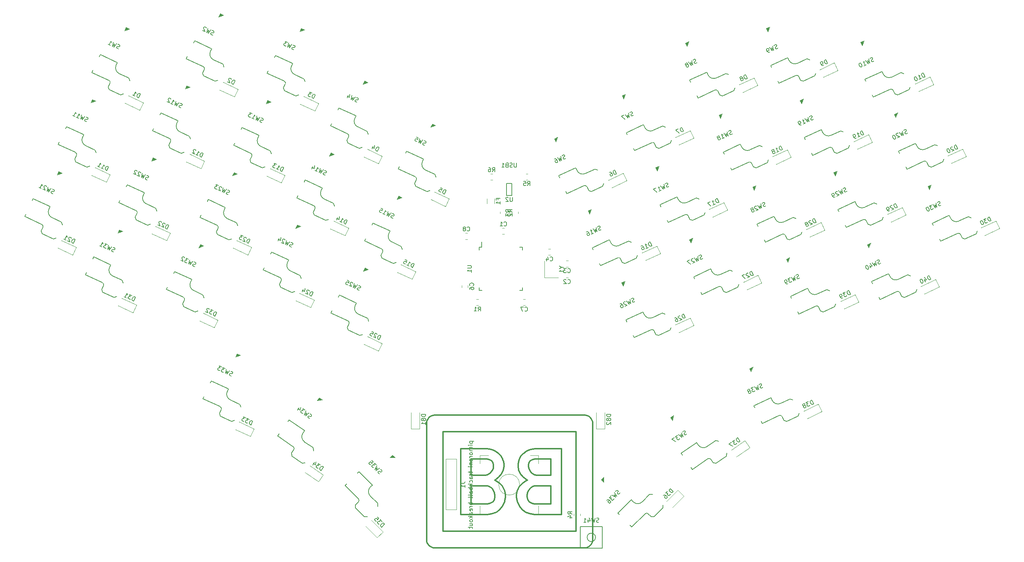
<source format=gbr>
%TF.GenerationSoftware,KiCad,Pcbnew,(5.1.10)-1*%
%TF.CreationDate,2021-07-25T08:52:11-07:00*%
%TF.ProjectId,barobord,6261726f-626f-4726-942e-6b696361645f,rev?*%
%TF.SameCoordinates,Original*%
%TF.FileFunction,Legend,Bot*%
%TF.FilePolarity,Positive*%
%FSLAX46Y46*%
G04 Gerber Fmt 4.6, Leading zero omitted, Abs format (unit mm)*
G04 Created by KiCad (PCBNEW (5.1.10)-1) date 2021-07-25 08:52:11*
%MOMM*%
%LPD*%
G01*
G04 APERTURE LIST*
%ADD10C,0.320000*%
%ADD11C,0.150000*%
%ADD12C,0.100000*%
%ADD13C,0.120000*%
G04 APERTURE END LIST*
D10*
X140457333Y-138750424D02*
X140248412Y-138736964D01*
X140540013Y-138754604D02*
X140488793Y-138754604D01*
X140693833Y-138777745D02*
X140540013Y-138754604D01*
X140488793Y-138754604D02*
X140457333Y-138750424D01*
X140248412Y-138736964D02*
X139989113Y-138731164D01*
X140934153Y-138848304D02*
X140891173Y-138832625D01*
X139738572Y-136199144D02*
X139858453Y-136199144D01*
X141999393Y-133251004D02*
X141678573Y-132753004D01*
X141964393Y-139704064D02*
X141795693Y-139472564D01*
X141017393Y-138879764D02*
X140934153Y-138848304D01*
X141256372Y-139003444D02*
X141017393Y-138879764D01*
X144263233Y-132260404D02*
X144317773Y-132381404D01*
X141543532Y-139211584D02*
X141256372Y-139003444D01*
X141795693Y-139472564D02*
X141543532Y-139211584D01*
X142012593Y-139786184D02*
X141964393Y-139704064D01*
X142434573Y-141029724D02*
X142329033Y-140471644D01*
X140582213Y-132354404D02*
X140395093Y-132354404D01*
X142434573Y-141216064D02*
X142434573Y-141029724D01*
X142106573Y-134082484D02*
X142106573Y-133948564D01*
X144177233Y-138758204D02*
X144286653Y-138918564D01*
X140395093Y-132354404D02*
X136761213Y-132354404D01*
X141143612Y-132454004D02*
X140582213Y-132354404D01*
X141605273Y-135399044D02*
X141883613Y-134968304D01*
X142387733Y-137371364D02*
X142594673Y-137468864D01*
X140582492Y-136128864D02*
X140633233Y-136113204D01*
X144317773Y-132381404D02*
X144509333Y-133016404D01*
X141321352Y-135693404D02*
X141605273Y-135399044D01*
X140218913Y-136181504D02*
X140531493Y-136140444D01*
X141160693Y-135820184D02*
X141215513Y-135777224D01*
X143349053Y-131018004D02*
X143446633Y-131104004D01*
X144591453Y-133831164D02*
X144591453Y-134099624D01*
X144796493Y-139961724D02*
X144966533Y-140867104D01*
X142709893Y-130537404D02*
X143251193Y-130928204D01*
X141832873Y-130123204D02*
X141965733Y-130174204D01*
X141215513Y-135777224D02*
X141321352Y-135693404D01*
X144286653Y-138918564D02*
X144399913Y-139078724D01*
X144453673Y-134905164D02*
X144040493Y-135853284D01*
X140893073Y-135993824D02*
X141160693Y-135820184D01*
X140633233Y-136113204D02*
X140893073Y-135993824D01*
X142106573Y-133948564D02*
X142106573Y-133774084D01*
X144208353Y-132139204D02*
X144263233Y-132260404D01*
X142644053Y-137223884D02*
X142387733Y-137371364D01*
X142594673Y-137468864D02*
X143483813Y-138050945D01*
X143251193Y-130928204D02*
X143349053Y-131018004D01*
X144591453Y-133627464D02*
X144591453Y-133831164D01*
X142098593Y-130224804D02*
X142709893Y-130537404D01*
X139858453Y-136199144D02*
X140218913Y-136181504D01*
X136761213Y-132354404D02*
X136761213Y-136199144D01*
X144966533Y-140867104D02*
X144966533Y-141169224D01*
X144399913Y-139078724D02*
X144796493Y-139961724D01*
X144591453Y-134099624D02*
X144453673Y-134905164D01*
X143483813Y-138050945D02*
X144177233Y-138758204D01*
X141133393Y-129945404D02*
X141832873Y-130123204D01*
X142050613Y-134484644D02*
X142106573Y-134082484D01*
X140456553Y-129869204D02*
X141133393Y-129945404D01*
X140531493Y-136140444D02*
X140582492Y-136128864D01*
X144040493Y-135853284D02*
X143351793Y-136675104D01*
X142329033Y-140471644D02*
X142082853Y-139895344D01*
X142082853Y-139895344D02*
X142012593Y-139786184D01*
X143446633Y-131104004D02*
X143870453Y-131586204D01*
X143870453Y-131586204D02*
X144208353Y-132139204D01*
X136761213Y-136199144D02*
X139738572Y-136199144D01*
X141678573Y-132753004D02*
X141143612Y-132454004D01*
X143351793Y-136675104D02*
X142644053Y-137223884D01*
X141965733Y-130174204D02*
X142098593Y-130224804D01*
X144509333Y-133016404D02*
X144591453Y-133627464D01*
X142106573Y-133774084D02*
X141999393Y-133251004D01*
X140891173Y-138832625D02*
X140693833Y-138777745D01*
X141883613Y-134968304D02*
X142050613Y-134484644D01*
X141379853Y-145482984D02*
X141278093Y-145498444D01*
X141959953Y-145353724D02*
X141485113Y-145463444D01*
X126120793Y-123732004D02*
X126160756Y-123431404D01*
X142364313Y-145228924D02*
X141959953Y-145353724D01*
X144747733Y-142540604D02*
X144298233Y-143517664D01*
X165808393Y-123732004D02*
X165808393Y-123832404D01*
X161839593Y-149629244D02*
X130089553Y-149629244D01*
X126993919Y-122185804D02*
X127331265Y-122003404D01*
X126700671Y-122427804D02*
X126993919Y-122185804D01*
X164224593Y-153557766D02*
X163923993Y-153598004D01*
X165652593Y-152387256D02*
X165470193Y-152724604D01*
X143876233Y-144117384D02*
X143520713Y-144498244D01*
X144298233Y-143517664D02*
X144239813Y-143607484D01*
X165767993Y-123431404D02*
X165808393Y-123732004D01*
X144966533Y-141169224D02*
X144966533Y-141485584D01*
X127704159Y-153557766D02*
X127331265Y-153442286D01*
X126160756Y-152014364D02*
X126120793Y-151713676D01*
X126993919Y-153259834D02*
X126700671Y-153017850D01*
X164934793Y-153259834D02*
X164597593Y-153442286D01*
X144966533Y-141485584D02*
X144810333Y-142329784D01*
X165808393Y-151613628D02*
X165808393Y-151713676D01*
X130089553Y-149629244D02*
X130089553Y-125816804D01*
X130089553Y-125816804D02*
X161839593Y-125816804D01*
X128004845Y-121848004D02*
X128105169Y-121848004D01*
X165470193Y-152724604D02*
X165228193Y-153017850D01*
X165808393Y-151713676D02*
X165767993Y-152014364D01*
X126120793Y-151713676D02*
X126120793Y-151613628D01*
X163823993Y-153598004D02*
X128105169Y-153598004D01*
X142434573Y-145201604D02*
X142364313Y-145228924D01*
X143442753Y-144568524D02*
X143368313Y-144634984D01*
X144779133Y-142435344D02*
X144747733Y-142540604D01*
X164597593Y-153442286D02*
X164224593Y-153557766D01*
X126120793Y-151613628D02*
X126120793Y-123832404D01*
X127331265Y-122003404D02*
X127704159Y-121888004D01*
X126276236Y-123058404D02*
X126458687Y-122721205D01*
X165767993Y-152014364D02*
X165652593Y-152387256D01*
X126458687Y-122721205D02*
X126700671Y-122427804D01*
X134276033Y-129869204D02*
X140231053Y-129869204D01*
X141278093Y-145498444D02*
X140492613Y-145576684D01*
X144184913Y-143697364D02*
X143876233Y-144117384D01*
X142528273Y-145162444D02*
X142434573Y-145201604D01*
X144810333Y-142329784D02*
X144779133Y-142435344D01*
X128004845Y-153598004D02*
X127704159Y-153557766D01*
X141485113Y-145463444D02*
X141379853Y-145482984D01*
X126120793Y-123832404D02*
X126120793Y-123732004D01*
X144239813Y-143607484D02*
X144184913Y-143697364D01*
X126458687Y-152724604D02*
X126276236Y-152387256D01*
X165228193Y-153017850D02*
X164934793Y-153259834D01*
X140231053Y-129869204D02*
X140456553Y-129869204D01*
X140231053Y-145576684D02*
X134276033Y-145576684D01*
X127704159Y-121888004D02*
X128004845Y-121848004D01*
X142967833Y-144926024D02*
X142528273Y-145162444D01*
X126160756Y-123431404D02*
X126276236Y-123058404D01*
X127331265Y-153442286D02*
X126993919Y-153259834D01*
X161839593Y-125816804D02*
X161839593Y-149629244D01*
X126700671Y-153017850D02*
X126458687Y-152724604D01*
X165808393Y-123832404D02*
X165808393Y-151613628D01*
X163923993Y-153598004D02*
X163823993Y-153598004D01*
X134276033Y-145576684D02*
X134276033Y-129869204D01*
X143368313Y-144634984D02*
X142967833Y-144926024D01*
X140492613Y-145576684D02*
X140231053Y-145576684D01*
X126276236Y-152387256D02*
X126160756Y-152014364D01*
X143520713Y-144498244D02*
X143442753Y-144568524D01*
X128105169Y-153598004D02*
X128004845Y-153598004D01*
X150602793Y-139703784D02*
X150554793Y-139785904D01*
X141353093Y-142930364D02*
X141953892Y-142587464D01*
X150252793Y-142016164D02*
X150613193Y-142587464D01*
X147600793Y-141169224D02*
X147600793Y-140867104D01*
X150238193Y-140471644D02*
X150132793Y-141029724D01*
X150460993Y-133774084D02*
X150460993Y-133948564D01*
X152027392Y-138754604D02*
X151873593Y-138777745D01*
X155806193Y-138731164D02*
X152664793Y-138731164D01*
X151023593Y-139211584D02*
X150771393Y-139472284D01*
X150771393Y-139472284D02*
X150602793Y-139703784D01*
X152348193Y-136181504D02*
X152708593Y-136199144D01*
X151984993Y-132354204D02*
X151423593Y-132453604D01*
X150460993Y-133948564D02*
X150460993Y-134082484D01*
X150554793Y-139785904D02*
X150484193Y-139895344D01*
X152109793Y-138750424D02*
X152078592Y-138754604D01*
X155806193Y-132354204D02*
X152172393Y-132354204D01*
X155806193Y-136199144D02*
X155806193Y-132354204D01*
X152172393Y-132354204D02*
X151984993Y-132354204D01*
X151984993Y-136128864D02*
X152035593Y-136140444D01*
X151933993Y-136113204D02*
X151984993Y-136128864D01*
X150484193Y-139895344D02*
X150238193Y-140471644D01*
X151549793Y-138879764D02*
X151310793Y-139003444D01*
X152055193Y-143044724D02*
X155806193Y-143044724D01*
X150132793Y-141415884D02*
X150252793Y-142016164D01*
X136761213Y-143044724D02*
X140512213Y-143044724D01*
X151676193Y-138832625D02*
X151633193Y-138848304D01*
X152828793Y-136199144D02*
X155806193Y-136199144D01*
X151351793Y-135777224D02*
X151406393Y-135820184D01*
X155806193Y-143044724D02*
X155806193Y-138731164D01*
X141953892Y-142587464D02*
X142314413Y-142016164D01*
X148167193Y-139078724D02*
X148280793Y-138918564D01*
X150567993Y-133251004D02*
X150460993Y-133774084D01*
X151423593Y-132453604D02*
X150888793Y-132752804D01*
X151406393Y-135820184D02*
X151673993Y-135993824D01*
X152708593Y-136199144D02*
X152828793Y-136199144D01*
X151844993Y-143044724D02*
X152055193Y-143044724D01*
X150132793Y-141216064D02*
X150132793Y-141415884D01*
X147770593Y-139961724D02*
X148167193Y-139078724D01*
X147600793Y-140867104D02*
X147770593Y-139961724D01*
X150132793Y-141029724D02*
X150132793Y-141216064D01*
X150888793Y-132752804D02*
X150567993Y-133251004D01*
X151873593Y-138777745D02*
X151676193Y-138832625D01*
X151245793Y-135693404D02*
X151351793Y-135777224D01*
X150961793Y-135399044D02*
X151245793Y-135693404D01*
X150516593Y-134484644D02*
X150683593Y-134968304D01*
X142314413Y-142016164D02*
X142434573Y-141415884D01*
X140722193Y-143044724D02*
X141353093Y-142930364D01*
X151310793Y-139003444D02*
X151023593Y-139211584D01*
X151633193Y-138848304D02*
X151549793Y-138879764D01*
X150613193Y-142587464D02*
X151213993Y-142930364D01*
X152578193Y-138731164D02*
X152318993Y-138736964D01*
X152318993Y-138736964D02*
X152109793Y-138750424D01*
X139902833Y-138731164D02*
X136761213Y-138731164D01*
X142434573Y-141415884D02*
X142434573Y-141216064D01*
X139989113Y-138731164D02*
X139902833Y-138731164D01*
X152078592Y-138754604D02*
X152027392Y-138754604D01*
X151213993Y-142930364D02*
X151844993Y-143044724D01*
X136761213Y-138731164D02*
X136761213Y-143044724D01*
X150460993Y-134082484D02*
X150516593Y-134484644D01*
X152035593Y-136140444D02*
X152348193Y-136181504D01*
X151673993Y-135993824D02*
X151933993Y-136113204D01*
X152664793Y-138731164D02*
X152578193Y-138731164D01*
X140512213Y-143044724D02*
X140722193Y-143044724D01*
X150683593Y-134968304D02*
X150961793Y-135399044D01*
X164224593Y-121888004D02*
X164597593Y-122003404D01*
X163923993Y-121848004D02*
X164224593Y-121888004D01*
X165470193Y-122721205D02*
X165652593Y-123058404D01*
X163823993Y-121848004D02*
X163923993Y-121848004D01*
X164597593Y-122003404D02*
X164934793Y-122185804D01*
X165228193Y-122427804D02*
X165470193Y-122721205D01*
X164934793Y-122185804D02*
X165228193Y-122427804D01*
X128105169Y-121848004D02*
X163823993Y-121848004D01*
X149857193Y-130537404D02*
X150468793Y-130224804D01*
X148249393Y-132381404D02*
X148304193Y-132260404D01*
X149599193Y-144926024D02*
X149198793Y-144634984D01*
X148696593Y-131586204D02*
X149120593Y-131103804D01*
X147756793Y-142329784D02*
X147600793Y-141459124D01*
X149215393Y-136675104D02*
X148526593Y-135853284D01*
X149120593Y-131103804D02*
X149218393Y-131018004D01*
X148358793Y-132139204D02*
X148696593Y-131586204D01*
X151082193Y-145463444D02*
X150607393Y-145353724D01*
X149972393Y-137468864D02*
X150179593Y-137371364D01*
X151433993Y-129945404D02*
X152110792Y-129869204D01*
X147788193Y-142435344D02*
X147756793Y-142329784D01*
X147819393Y-142540604D02*
X147788193Y-142435344D01*
X150601593Y-130174204D02*
X150734393Y-130123204D01*
X158291393Y-129869204D02*
X158291393Y-145576684D01*
X152049393Y-145576684D02*
X151289393Y-145498444D01*
X148690793Y-144117384D02*
X148382193Y-143697364D01*
X150203193Y-145228924D02*
X150132793Y-145201604D01*
X147600793Y-141459124D02*
X147600793Y-141169224D01*
X147975993Y-134099844D02*
X147975993Y-133831444D01*
X148268793Y-143517384D02*
X147819393Y-142540604D01*
X148526593Y-135853284D02*
X148113393Y-134905164D01*
X149046393Y-144498244D02*
X148690793Y-144117384D01*
X148327593Y-143607484D02*
X148268793Y-143517384D01*
X149124593Y-144568524D02*
X149046393Y-144498244D01*
X152336593Y-129869204D02*
X158291393Y-129869204D01*
X150607393Y-145353724D02*
X150203193Y-145228924D01*
X149083593Y-138050945D02*
X149972393Y-137468864D01*
X150179593Y-137371364D02*
X149922993Y-137223884D01*
X152336593Y-145576684D02*
X152049393Y-145576684D01*
X147975993Y-133627464D02*
X148057793Y-133016404D01*
X158291393Y-145576684D02*
X152336593Y-145576684D01*
X148280793Y-138918564D02*
X148390193Y-138758204D01*
X152110792Y-129869204D02*
X152336593Y-129869204D01*
X150468793Y-130224804D02*
X150601593Y-130174204D01*
X149218393Y-131018004D02*
X149315993Y-130928204D01*
X147975993Y-133831444D02*
X147975993Y-133627464D01*
X148113393Y-134905164D02*
X147975993Y-134099844D01*
X149922993Y-137223884D02*
X149215393Y-136675104D01*
X149198793Y-144634984D02*
X149124593Y-144568524D01*
X148382193Y-143697364D02*
X148327593Y-143607484D01*
X151187793Y-145482984D02*
X151082193Y-145463444D01*
X150734393Y-130123204D02*
X151433993Y-129945404D01*
X150132793Y-145201604D02*
X150038793Y-145162444D01*
X150038793Y-145162444D02*
X149599193Y-144926024D01*
X148390193Y-138758204D02*
X149083593Y-138050945D01*
X149315993Y-130928204D02*
X149857193Y-130537404D01*
X148304193Y-132260404D02*
X148358793Y-132139204D01*
X148057793Y-133016404D02*
X148249393Y-132381404D01*
X151289393Y-145498444D02*
X151187793Y-145482984D01*
X165652593Y-123058404D02*
X165767993Y-123431404D01*
D11*
%TO.C,SW40*%
X232350409Y-89923939D02*
X232561718Y-90377092D01*
X236428794Y-88022156D02*
X232350409Y-89923939D01*
X236724627Y-88656572D02*
X236428794Y-88022156D01*
X242885567Y-92403945D02*
X240166644Y-93671800D01*
X243127412Y-91739482D02*
X242885567Y-92403945D01*
X241648248Y-88567405D02*
X240983785Y-88325560D01*
X234336715Y-94183585D02*
X238415100Y-92281803D01*
X239079563Y-92523648D02*
X239502181Y-93429955D01*
X240166644Y-93671800D02*
X239502181Y-93429955D01*
X240983785Y-88325560D02*
X238718016Y-89382106D01*
X234083144Y-93639800D02*
X234336715Y-94183585D01*
X238415100Y-92281803D02*
G75*
G02*
X239079563Y-92523648I211309J-453154D01*
G01*
X238718016Y-89382105D02*
G75*
G02*
X236724627Y-88656572I-633928J1359461D01*
G01*
%TO.C,SW39*%
X213017471Y-93422147D02*
X213228780Y-93875300D01*
X217095856Y-91520364D02*
X213017471Y-93422147D01*
X217391689Y-92154780D02*
X217095856Y-91520364D01*
X223552629Y-95902153D02*
X220833706Y-97170008D01*
X223794474Y-95237690D02*
X223552629Y-95902153D01*
X222315310Y-92065613D02*
X221650847Y-91823768D01*
X215003777Y-97681793D02*
X219082162Y-95780011D01*
X219746625Y-96021856D02*
X220169243Y-96928163D01*
X220833706Y-97170008D02*
X220169243Y-96928163D01*
X221650847Y-91823768D02*
X219385078Y-92880314D01*
X214750206Y-97138008D02*
X215003777Y-97681793D01*
X219082162Y-95780011D02*
G75*
G02*
X219746625Y-96021856I211309J-453154D01*
G01*
X219385078Y-92880313D02*
G75*
G02*
X217391689Y-92154780I-633928J1359461D01*
G01*
%TO.C,SW38*%
X204249988Y-119578050D02*
X204461297Y-120031203D01*
X208328373Y-117676267D02*
X204249988Y-119578050D01*
X208624206Y-118310683D02*
X208328373Y-117676267D01*
X214785146Y-122058056D02*
X212066223Y-123325911D01*
X215026991Y-121393593D02*
X214785146Y-122058056D01*
X213547827Y-118221516D02*
X212883364Y-117979671D01*
X206236294Y-123837696D02*
X210314679Y-121935914D01*
X210979142Y-122177759D02*
X211401760Y-123084066D01*
X212066223Y-123325911D02*
X211401760Y-123084066D01*
X212883364Y-117979671D02*
X210617595Y-119036217D01*
X205982723Y-123293911D02*
X206236294Y-123837696D01*
X210314679Y-121935914D02*
G75*
G02*
X210979142Y-122177759I211309J-453154D01*
G01*
X210617595Y-119036216D02*
G75*
G02*
X208624206Y-118310683I-633928J1359461D01*
G01*
%TO.C,SW37*%
X186899982Y-131004022D02*
X187186771Y-131413598D01*
X190586167Y-128422928D02*
X186899982Y-131004022D01*
X190987670Y-128996335D02*
X190586167Y-128422928D01*
X197705737Y-131616941D02*
X195248281Y-133337670D01*
X197828525Y-130920577D02*
X197705737Y-131616941D01*
X195821007Y-128053545D02*
X195124643Y-127930757D01*
X189595792Y-134854037D02*
X193281976Y-132272943D01*
X193978340Y-132395731D02*
X194551916Y-133214883D01*
X195248281Y-133337670D02*
X194551916Y-133214883D01*
X195124643Y-127930757D02*
X193076763Y-129364698D01*
X189251646Y-134362546D02*
X189595792Y-134854037D01*
X193281976Y-132272943D02*
G75*
G02*
X193978340Y-132395731I286788J-409576D01*
G01*
X193076763Y-129364698D02*
G75*
G02*
X190987670Y-128996335I-860365J1228728D01*
G01*
%TO.C,SW36*%
X171797663Y-145269207D02*
X172151216Y-145622760D01*
X174979643Y-142087226D02*
X171797663Y-145269207D01*
X175474618Y-142582201D02*
X174979643Y-142087226D01*
X182545686Y-143996414D02*
X180424365Y-146117735D01*
X182545686Y-143289308D02*
X182545686Y-143996414D01*
X180070812Y-140814434D02*
X179363705Y-140814434D01*
X175121065Y-148592609D02*
X178303045Y-145410628D01*
X179010152Y-145410628D02*
X179717259Y-146117735D01*
X180424365Y-146117735D02*
X179717259Y-146117735D01*
X179363705Y-140814434D02*
X177595938Y-142582201D01*
X174696801Y-148168344D02*
X175121065Y-148592609D01*
X178303045Y-145410627D02*
G75*
G02*
X179010152Y-145410628I353553J-353554D01*
G01*
X177595938Y-142582201D02*
G75*
G02*
X175474618Y-142582201I-1060660J1060660D01*
G01*
%TO.C,SW35*%
X110002842Y-135369712D02*
X109649289Y-135723265D01*
X113184823Y-138551692D02*
X110002842Y-135369712D01*
X112689848Y-139046667D02*
X113184823Y-138551692D01*
X111275635Y-146117735D02*
X109154314Y-143996414D01*
X111982741Y-146117735D02*
X111275635Y-146117735D01*
X114457615Y-143642861D02*
X114457615Y-142935754D01*
X106679440Y-138693114D02*
X109861421Y-141875094D01*
X109861421Y-142582201D02*
X109154314Y-143289308D01*
X109154314Y-143996414D02*
X109154314Y-143289308D01*
X114457615Y-142935754D02*
X112689848Y-141167987D01*
X107103705Y-138268850D02*
X106679440Y-138693114D01*
X109861422Y-141875094D02*
G75*
G02*
X109861421Y-142582201I-353554J-353553D01*
G01*
X112689848Y-141167987D02*
G75*
G02*
X112689848Y-139046667I1060660J1060660D01*
G01*
%TO.C,SW34*%
X93331889Y-122973952D02*
X93045101Y-123383528D01*
X97018073Y-125555046D02*
X93331889Y-122973952D01*
X96616570Y-126128452D02*
X97018073Y-125555046D01*
X96451719Y-133337670D02*
X93994263Y-131616941D01*
X97148084Y-133214883D02*
X96451719Y-133337670D01*
X99155601Y-130347850D02*
X99032813Y-129651486D01*
X90636080Y-126823967D02*
X94322264Y-129405061D01*
X94445052Y-130101425D02*
X93871475Y-130920577D01*
X93994263Y-131616941D02*
X93871475Y-130920577D01*
X99032813Y-129651486D02*
X96984933Y-128217545D01*
X90980226Y-126332475D02*
X90636080Y-126823967D01*
X94322264Y-129405061D02*
G75*
G02*
X94445052Y-130101425I-286788J-409576D01*
G01*
X96984933Y-128217545D02*
G75*
G02*
X96616570Y-126128452I860365J1228728D01*
G01*
%TO.C,SW33*%
X74761703Y-113661394D02*
X74550394Y-114114548D01*
X78840088Y-115563176D02*
X74761703Y-113661394D01*
X78544255Y-116197591D02*
X78840088Y-115563176D01*
X79633777Y-123325911D02*
X76914854Y-122058056D01*
X80298240Y-123084066D02*
X79633777Y-123325911D01*
X81777404Y-119911989D02*
X81535559Y-119247526D01*
X72775397Y-117921040D02*
X76853782Y-119822823D01*
X77095627Y-120487286D02*
X76673009Y-121393593D01*
X76914854Y-122058056D02*
X76673009Y-121393593D01*
X81535559Y-119247526D02*
X79269790Y-118190981D01*
X73028968Y-117377256D02*
X72775397Y-117921040D01*
X76853782Y-119822823D02*
G75*
G02*
X77095627Y-120487286I-211309J-453154D01*
G01*
X79269789Y-118190981D02*
G75*
G02*
X78544255Y-116197591I633928J1359462D01*
G01*
%TO.C,SW32*%
X65994220Y-87505491D02*
X65782911Y-87958645D01*
X70072605Y-89407273D02*
X65994220Y-87505491D01*
X69776772Y-90041688D02*
X70072605Y-89407273D01*
X70866294Y-97170008D02*
X68147371Y-95902153D01*
X71530757Y-96928163D02*
X70866294Y-97170008D01*
X73009921Y-93756086D02*
X72768076Y-93091623D01*
X64007914Y-91765137D02*
X68086299Y-93666920D01*
X68328144Y-94331383D02*
X67905526Y-95237690D01*
X68147371Y-95902153D02*
X67905526Y-95237690D01*
X72768076Y-93091623D02*
X70502307Y-92035078D01*
X64261485Y-91221353D02*
X64007914Y-91765137D01*
X68086299Y-93666920D02*
G75*
G02*
X68328144Y-94331383I-211309J-453154D01*
G01*
X70502306Y-92035078D02*
G75*
G02*
X69776772Y-90041688I633928J1359462D01*
G01*
%TO.C,SW31*%
X46661282Y-84007283D02*
X46449973Y-84460437D01*
X50739667Y-85909065D02*
X46661282Y-84007283D01*
X50443834Y-86543480D02*
X50739667Y-85909065D01*
X51533356Y-93671800D02*
X48814433Y-92403945D01*
X52197819Y-93429955D02*
X51533356Y-93671800D01*
X53676983Y-90257878D02*
X53435138Y-89593415D01*
X44674976Y-88266929D02*
X48753361Y-90168712D01*
X48995206Y-90833175D02*
X48572588Y-91739482D01*
X48814433Y-92403945D02*
X48572588Y-91739482D01*
X53435138Y-89593415D02*
X51169369Y-88536870D01*
X44928547Y-87723145D02*
X44674976Y-88266929D01*
X48753361Y-90168712D02*
G75*
G02*
X48995206Y-90833175I-211309J-453154D01*
G01*
X51169368Y-88536870D02*
G75*
G02*
X50443834Y-86543480I633928J1359462D01*
G01*
%TO.C,SW30*%
X246823237Y-76003192D02*
X247034546Y-76456345D01*
X250901622Y-74101409D02*
X246823237Y-76003192D01*
X251197455Y-74735825D02*
X250901622Y-74101409D01*
X257358395Y-78483198D02*
X254639472Y-79751053D01*
X257600240Y-77818735D02*
X257358395Y-78483198D01*
X256121076Y-74646658D02*
X255456613Y-74404813D01*
X248809543Y-80262838D02*
X252887928Y-78361056D01*
X253552391Y-78602901D02*
X253975009Y-79509208D01*
X254639472Y-79751053D02*
X253975009Y-79509208D01*
X255456613Y-74404813D02*
X253190844Y-75461359D01*
X248555972Y-79719053D02*
X248809543Y-80262838D01*
X252887928Y-78361056D02*
G75*
G02*
X253552391Y-78602901I211309J-453154D01*
G01*
X253190844Y-75461358D02*
G75*
G02*
X251197455Y-74735825I-633928J1359461D01*
G01*
%TO.C,SW29*%
X224320662Y-72704092D02*
X224531971Y-73157245D01*
X228399047Y-70802309D02*
X224320662Y-72704092D01*
X228694880Y-71436725D02*
X228399047Y-70802309D01*
X234855820Y-75184098D02*
X232136897Y-76451953D01*
X235097665Y-74519635D02*
X234855820Y-75184098D01*
X233618501Y-71347558D02*
X232954038Y-71105713D01*
X226306968Y-76963738D02*
X230385353Y-75061956D01*
X231049816Y-75303801D02*
X231472434Y-76210108D01*
X232136897Y-76451953D02*
X231472434Y-76210108D01*
X232954038Y-71105713D02*
X230688269Y-72162259D01*
X226053397Y-76419953D02*
X226306968Y-76963738D01*
X230385353Y-75061956D02*
G75*
G02*
X231049816Y-75303801I211309J-453154D01*
G01*
X230688269Y-72162258D02*
G75*
G02*
X228694880Y-71436725I-633928J1359461D01*
G01*
%TO.C,SW28*%
X204987724Y-76202300D02*
X205199033Y-76655453D01*
X209066109Y-74300517D02*
X204987724Y-76202300D01*
X209361942Y-74934933D02*
X209066109Y-74300517D01*
X215522882Y-78682306D02*
X212803959Y-79950161D01*
X215764727Y-78017843D02*
X215522882Y-78682306D01*
X214285563Y-74845766D02*
X213621100Y-74603921D01*
X206974030Y-80461946D02*
X211052415Y-78560164D01*
X211716878Y-78802009D02*
X212139496Y-79708316D01*
X212803959Y-79950161D02*
X212139496Y-79708316D01*
X213621100Y-74603921D02*
X211355331Y-75660467D01*
X206720459Y-79918161D02*
X206974030Y-80461946D01*
X211052415Y-78560164D02*
G75*
G02*
X211716878Y-78802009I211309J-453154D01*
G01*
X211355331Y-75660466D02*
G75*
G02*
X209361942Y-74934933I-633928J1359461D01*
G01*
%TO.C,SW27*%
X189880968Y-88763586D02*
X190092277Y-89216739D01*
X193959353Y-86861803D02*
X189880968Y-88763586D01*
X194255186Y-87496219D02*
X193959353Y-86861803D01*
X200416126Y-91243592D02*
X197697203Y-92511447D01*
X200657971Y-90579129D02*
X200416126Y-91243592D01*
X199178807Y-87407052D02*
X198514344Y-87165207D01*
X191867274Y-93023232D02*
X195945659Y-91121450D01*
X196610122Y-91363295D02*
X197032740Y-92269602D01*
X197697203Y-92511447D02*
X197032740Y-92269602D01*
X198514344Y-87165207D02*
X196248575Y-88221753D01*
X191613703Y-92479447D02*
X191867274Y-93023232D01*
X195945659Y-91121450D02*
G75*
G02*
X196610122Y-91363295I211309J-453154D01*
G01*
X196248575Y-88221752D02*
G75*
G02*
X194255186Y-87496219I-633928J1359461D01*
G01*
%TO.C,SW26*%
X173717666Y-99059102D02*
X173928975Y-99512255D01*
X177796051Y-97157319D02*
X173717666Y-99059102D01*
X178091884Y-97791735D02*
X177796051Y-97157319D01*
X184252824Y-101539108D02*
X181533901Y-102806963D01*
X184494669Y-100874645D02*
X184252824Y-101539108D01*
X183015505Y-97702568D02*
X182351042Y-97460723D01*
X175703972Y-103318748D02*
X179782357Y-101416966D01*
X180446820Y-101658811D02*
X180869438Y-102565118D01*
X181533901Y-102806963D02*
X180869438Y-102565118D01*
X182351042Y-97460723D02*
X180085273Y-98517269D01*
X175450401Y-102774963D02*
X175703972Y-103318748D01*
X179782357Y-101416966D02*
G75*
G02*
X180446820Y-101658811I211309J-453154D01*
G01*
X180085273Y-98517268D02*
G75*
G02*
X178091884Y-97791735I-633928J1359461D01*
G01*
%TO.C,SW25*%
X105294025Y-93142446D02*
X105082716Y-93595600D01*
X109372410Y-95044228D02*
X105294025Y-93142446D01*
X109076577Y-95678643D02*
X109372410Y-95044228D01*
X110166099Y-102806963D02*
X107447176Y-101539108D01*
X110830562Y-102565118D02*
X110166099Y-102806963D01*
X112309726Y-99393041D02*
X112067881Y-98728578D01*
X103307719Y-97402092D02*
X107386104Y-99303875D01*
X107627949Y-99968338D02*
X107205331Y-100874645D01*
X107447176Y-101539108D02*
X107205331Y-100874645D01*
X112067881Y-98728578D02*
X109802112Y-97672033D01*
X103561290Y-96858308D02*
X103307719Y-97402092D01*
X107386104Y-99303875D02*
G75*
G02*
X107627949Y-99968338I-211309J-453154D01*
G01*
X109802111Y-97672033D02*
G75*
G02*
X109076577Y-95678643I633928J1359462D01*
G01*
%TO.C,SW24*%
X89130723Y-82846930D02*
X88919414Y-83300084D01*
X93209108Y-84748712D02*
X89130723Y-82846930D01*
X92913275Y-85383127D02*
X93209108Y-84748712D01*
X94002797Y-92511447D02*
X91283874Y-91243592D01*
X94667260Y-92269602D02*
X94002797Y-92511447D01*
X96146424Y-89097525D02*
X95904579Y-88433062D01*
X87144417Y-87106576D02*
X91222802Y-89008359D01*
X91464647Y-89672822D02*
X91042029Y-90579129D01*
X91283874Y-91243592D02*
X91042029Y-90579129D01*
X95904579Y-88433062D02*
X93638810Y-87376517D01*
X87397988Y-86562792D02*
X87144417Y-87106576D01*
X91222802Y-89008359D02*
G75*
G02*
X91464647Y-89672822I-211309J-453154D01*
G01*
X93638809Y-87376517D02*
G75*
G02*
X92913275Y-85383127I633928J1359462D01*
G01*
%TO.C,SW23*%
X74023967Y-70285644D02*
X73812658Y-70738798D01*
X78102352Y-72187426D02*
X74023967Y-70285644D01*
X77806519Y-72821841D02*
X78102352Y-72187426D01*
X78896041Y-79950161D02*
X76177118Y-78682306D01*
X79560504Y-79708316D02*
X78896041Y-79950161D01*
X81039668Y-76536239D02*
X80797823Y-75871776D01*
X72037661Y-74545290D02*
X76116046Y-76447073D01*
X76357891Y-77111536D02*
X75935273Y-78017843D01*
X76177118Y-78682306D02*
X75935273Y-78017843D01*
X80797823Y-75871776D02*
X78532054Y-74815231D01*
X72291232Y-74001506D02*
X72037661Y-74545290D01*
X76116046Y-76447073D02*
G75*
G02*
X76357891Y-77111536I-211309J-453154D01*
G01*
X78532053Y-74815231D02*
G75*
G02*
X77806519Y-72821841I633928J1359462D01*
G01*
%TO.C,SW22*%
X54691029Y-66787436D02*
X54479720Y-67240590D01*
X58769414Y-68689218D02*
X54691029Y-66787436D01*
X58473581Y-69323633D02*
X58769414Y-68689218D01*
X59563103Y-76451953D02*
X56844180Y-75184098D01*
X60227566Y-76210108D02*
X59563103Y-76451953D01*
X61706730Y-73038031D02*
X61464885Y-72373568D01*
X52704723Y-71047082D02*
X56783108Y-72948865D01*
X57024953Y-73613328D02*
X56602335Y-74519635D01*
X56844180Y-75184098D02*
X56602335Y-74519635D01*
X61464885Y-72373568D02*
X59199116Y-71317023D01*
X52958294Y-70503298D02*
X52704723Y-71047082D01*
X56783108Y-72948865D02*
G75*
G02*
X57024953Y-73613328I-211309J-453154D01*
G01*
X59199115Y-71317023D02*
G75*
G02*
X58473581Y-69323633I633928J1359462D01*
G01*
%TO.C,SW21*%
X32188454Y-70086536D02*
X31977145Y-70539690D01*
X36266839Y-71988318D02*
X32188454Y-70086536D01*
X35971006Y-72622733D02*
X36266839Y-71988318D01*
X37060528Y-79751053D02*
X34341605Y-78483198D01*
X37724991Y-79509208D02*
X37060528Y-79751053D01*
X39204155Y-76337131D02*
X38962310Y-75672668D01*
X30202148Y-74346182D02*
X34280533Y-76247965D01*
X34522378Y-76912428D02*
X34099760Y-77818735D01*
X34341605Y-78483198D02*
X34099760Y-77818735D01*
X38962310Y-75672668D02*
X36696541Y-74616123D01*
X30455719Y-73802398D02*
X30202148Y-74346182D01*
X34280533Y-76247965D02*
G75*
G02*
X34522378Y-76912428I-211309J-453154D01*
G01*
X36696540Y-74616123D02*
G75*
G02*
X35971006Y-72622733I633928J1359462D01*
G01*
%TO.C,SW20*%
X238793490Y-58783345D02*
X239004799Y-59236498D01*
X242871875Y-56881562D02*
X238793490Y-58783345D01*
X243167708Y-57515978D02*
X242871875Y-56881562D01*
X249328648Y-61263351D02*
X246609725Y-62531206D01*
X249570493Y-60598888D02*
X249328648Y-61263351D01*
X248091329Y-57426811D02*
X247426866Y-57184966D01*
X240779796Y-63042991D02*
X244858181Y-61141209D01*
X245522644Y-61383054D02*
X245945262Y-62289361D01*
X246609725Y-62531206D02*
X245945262Y-62289361D01*
X247426866Y-57184966D02*
X245161097Y-58241512D01*
X240526225Y-62499206D02*
X240779796Y-63042991D01*
X244858181Y-61141209D02*
G75*
G02*
X245522644Y-61383054I211309J-453154D01*
G01*
X245161097Y-58241511D02*
G75*
G02*
X243167708Y-57515978I-633928J1359461D01*
G01*
%TO.C,SW19*%
X216290915Y-55484245D02*
X216502224Y-55937398D01*
X220369300Y-53582462D02*
X216290915Y-55484245D01*
X220665133Y-54216878D02*
X220369300Y-53582462D01*
X226826073Y-57964251D02*
X224107150Y-59232106D01*
X227067918Y-57299788D02*
X226826073Y-57964251D01*
X225588754Y-54127711D02*
X224924291Y-53885866D01*
X218277221Y-59743891D02*
X222355606Y-57842109D01*
X223020069Y-58083954D02*
X223442687Y-58990261D01*
X224107150Y-59232106D02*
X223442687Y-58990261D01*
X224924291Y-53885866D02*
X222658522Y-54942412D01*
X218023650Y-59200106D02*
X218277221Y-59743891D01*
X222355606Y-57842109D02*
G75*
G02*
X223020069Y-58083954I211309J-453154D01*
G01*
X222658522Y-54942411D02*
G75*
G02*
X220665133Y-54216878I-633928J1359461D01*
G01*
%TO.C,SW18*%
X196957977Y-58982453D02*
X197169286Y-59435606D01*
X201036362Y-57080670D02*
X196957977Y-58982453D01*
X201332195Y-57715086D02*
X201036362Y-57080670D01*
X207493135Y-61462459D02*
X204774212Y-62730314D01*
X207734980Y-60797996D02*
X207493135Y-61462459D01*
X206255816Y-57625919D02*
X205591353Y-57384074D01*
X198944283Y-63242099D02*
X203022668Y-61340317D01*
X203687131Y-61582162D02*
X204109749Y-62488469D01*
X204774212Y-62730314D02*
X204109749Y-62488469D01*
X205591353Y-57384074D02*
X203325584Y-58440620D01*
X198690712Y-62698314D02*
X198944283Y-63242099D01*
X203022668Y-61340317D02*
G75*
G02*
X203687131Y-61582162I211309J-453154D01*
G01*
X203325584Y-58440619D02*
G75*
G02*
X201332195Y-57715086I-633928J1359461D01*
G01*
%TO.C,SW17*%
X181851221Y-71543738D02*
X182062530Y-71996891D01*
X185929606Y-69641955D02*
X181851221Y-71543738D01*
X186225439Y-70276371D02*
X185929606Y-69641955D01*
X192386379Y-74023744D02*
X189667456Y-75291599D01*
X192628224Y-73359281D02*
X192386379Y-74023744D01*
X191149060Y-70187204D02*
X190484597Y-69945359D01*
X183837527Y-75803384D02*
X187915912Y-73901602D01*
X188580375Y-74143447D02*
X189002993Y-75049754D01*
X189667456Y-75291599D02*
X189002993Y-75049754D01*
X190484597Y-69945359D02*
X188218828Y-71001905D01*
X183583956Y-75259599D02*
X183837527Y-75803384D01*
X187915912Y-73901602D02*
G75*
G02*
X188580375Y-74143447I211309J-453154D01*
G01*
X188218828Y-71001904D02*
G75*
G02*
X186225439Y-70276371I-633928J1359461D01*
G01*
%TO.C,SW16*%
X165687920Y-81839255D02*
X165899229Y-82292408D01*
X169766305Y-79937472D02*
X165687920Y-81839255D01*
X170062138Y-80571888D02*
X169766305Y-79937472D01*
X176223078Y-84319261D02*
X173504155Y-85587116D01*
X176464923Y-83654798D02*
X176223078Y-84319261D01*
X174985759Y-80482721D02*
X174321296Y-80240876D01*
X167674226Y-86098901D02*
X171752611Y-84197119D01*
X172417074Y-84438964D02*
X172839692Y-85345271D01*
X173504155Y-85587116D02*
X172839692Y-85345271D01*
X174321296Y-80240876D02*
X172055527Y-81297422D01*
X167420655Y-85555116D02*
X167674226Y-86098901D01*
X171752611Y-84197119D02*
G75*
G02*
X172417074Y-84438964I211309J-453154D01*
G01*
X172055527Y-81297421D02*
G75*
G02*
X170062138Y-80571888I-633928J1359461D01*
G01*
%TO.C,SW15*%
X113323771Y-75922599D02*
X113112462Y-76375753D01*
X117402156Y-77824381D02*
X113323771Y-75922599D01*
X117106323Y-78458796D02*
X117402156Y-77824381D01*
X118195845Y-85587116D02*
X115476922Y-84319261D01*
X118860308Y-85345271D02*
X118195845Y-85587116D01*
X120339472Y-82173194D02*
X120097627Y-81508731D01*
X111337465Y-80182245D02*
X115415850Y-82084028D01*
X115657695Y-82748491D02*
X115235077Y-83654798D01*
X115476922Y-84319261D02*
X115235077Y-83654798D01*
X120097627Y-81508731D02*
X117831858Y-80452186D01*
X111591036Y-79638461D02*
X111337465Y-80182245D01*
X115415850Y-82084028D02*
G75*
G02*
X115657695Y-82748491I-211309J-453154D01*
G01*
X117831857Y-80452186D02*
G75*
G02*
X117106323Y-78458796I633928J1359462D01*
G01*
%TO.C,SW14*%
X97160470Y-65627082D02*
X96949161Y-66080236D01*
X101238855Y-67528864D02*
X97160470Y-65627082D01*
X100943022Y-68163279D02*
X101238855Y-67528864D01*
X102032544Y-75291599D02*
X99313621Y-74023744D01*
X102697007Y-75049754D02*
X102032544Y-75291599D01*
X104176171Y-71877677D02*
X103934326Y-71213214D01*
X95174164Y-69886728D02*
X99252549Y-71788511D01*
X99494394Y-72452974D02*
X99071776Y-73359281D01*
X99313621Y-74023744D02*
X99071776Y-73359281D01*
X103934326Y-71213214D02*
X101668557Y-70156669D01*
X95427735Y-69342944D02*
X95174164Y-69886728D01*
X99252549Y-71788511D02*
G75*
G02*
X99494394Y-72452974I-211309J-453154D01*
G01*
X101668556Y-70156669D02*
G75*
G02*
X100943022Y-68163279I633928J1359462D01*
G01*
%TO.C,SW13*%
X82053714Y-53065797D02*
X81842405Y-53518951D01*
X86132099Y-54967579D02*
X82053714Y-53065797D01*
X85836266Y-55601994D02*
X86132099Y-54967579D01*
X86925788Y-62730314D02*
X84206865Y-61462459D01*
X87590251Y-62488469D02*
X86925788Y-62730314D01*
X89069415Y-59316392D02*
X88827570Y-58651929D01*
X80067408Y-57325443D02*
X84145793Y-59227226D01*
X84387638Y-59891689D02*
X83965020Y-60797996D01*
X84206865Y-61462459D02*
X83965020Y-60797996D01*
X88827570Y-58651929D02*
X86561801Y-57595384D01*
X80320979Y-56781659D02*
X80067408Y-57325443D01*
X84145793Y-59227226D02*
G75*
G02*
X84387638Y-59891689I-211309J-453154D01*
G01*
X86561800Y-57595384D02*
G75*
G02*
X85836266Y-55601994I633928J1359462D01*
G01*
%TO.C,SW12*%
X62720776Y-49567589D02*
X62509467Y-50020743D01*
X66799161Y-51469371D02*
X62720776Y-49567589D01*
X66503328Y-52103786D02*
X66799161Y-51469371D01*
X67592850Y-59232106D02*
X64873927Y-57964251D01*
X68257313Y-58990261D02*
X67592850Y-59232106D01*
X69736477Y-55818184D02*
X69494632Y-55153721D01*
X60734470Y-53827235D02*
X64812855Y-55729018D01*
X65054700Y-56393481D02*
X64632082Y-57299788D01*
X64873927Y-57964251D02*
X64632082Y-57299788D01*
X69494632Y-55153721D02*
X67228863Y-54097176D01*
X60988041Y-53283451D02*
X60734470Y-53827235D01*
X64812855Y-55729018D02*
G75*
G02*
X65054700Y-56393481I-211309J-453154D01*
G01*
X67228862Y-54097176D02*
G75*
G02*
X66503328Y-52103786I633928J1359462D01*
G01*
%TO.C,SW11*%
X40218201Y-52866689D02*
X40006892Y-53319843D01*
X44296586Y-54768471D02*
X40218201Y-52866689D01*
X44000753Y-55402886D02*
X44296586Y-54768471D01*
X45090275Y-62531206D02*
X42371352Y-61263351D01*
X45754738Y-62289361D02*
X45090275Y-62531206D01*
X47233902Y-59117284D02*
X46992057Y-58452821D01*
X38231895Y-57126335D02*
X42310280Y-59028118D01*
X42552125Y-59692581D02*
X42129507Y-60598888D01*
X42371352Y-61263351D02*
X42129507Y-60598888D01*
X46992057Y-58452821D02*
X44726288Y-57396276D01*
X38485466Y-56582551D02*
X38231895Y-57126335D01*
X42310280Y-59028118D02*
G75*
G02*
X42552125Y-59692581I-211309J-453154D01*
G01*
X44726287Y-57396276D02*
G75*
G02*
X44000753Y-55402886I633928J1359462D01*
G01*
%TO.C,SW10*%
X230763743Y-41563498D02*
X230975052Y-42016651D01*
X234842128Y-39661715D02*
X230763743Y-41563498D01*
X235137961Y-40296131D02*
X234842128Y-39661715D01*
X241298901Y-44043504D02*
X238579978Y-45311359D01*
X241540746Y-43379041D02*
X241298901Y-44043504D01*
X240061582Y-40206964D02*
X239397119Y-39965119D01*
X232750049Y-45823144D02*
X236828434Y-43921362D01*
X237492897Y-44163207D02*
X237915515Y-45069514D01*
X238579978Y-45311359D02*
X237915515Y-45069514D01*
X239397119Y-39965119D02*
X237131350Y-41021665D01*
X232496478Y-45279359D02*
X232750049Y-45823144D01*
X236828434Y-43921362D02*
G75*
G02*
X237492897Y-44163207I211309J-453154D01*
G01*
X237131350Y-41021664D02*
G75*
G02*
X235137961Y-40296131I-633928J1359461D01*
G01*
%TO.C,SW9*%
X208261168Y-38264398D02*
X208472477Y-38717551D01*
X212339553Y-36362615D02*
X208261168Y-38264398D01*
X212635386Y-36997031D02*
X212339553Y-36362615D01*
X218796326Y-40744404D02*
X216077403Y-42012259D01*
X219038171Y-40079941D02*
X218796326Y-40744404D01*
X217559007Y-36907864D02*
X216894544Y-36666019D01*
X210247474Y-42524044D02*
X214325859Y-40622262D01*
X214990322Y-40864107D02*
X215412940Y-41770414D01*
X216077403Y-42012259D02*
X215412940Y-41770414D01*
X216894544Y-36666019D02*
X214628775Y-37722565D01*
X209993903Y-41980259D02*
X210247474Y-42524044D01*
X214325859Y-40622262D02*
G75*
G02*
X214990322Y-40864107I211309J-453154D01*
G01*
X214628775Y-37722564D02*
G75*
G02*
X212635386Y-36997031I-633928J1359461D01*
G01*
%TO.C,SW8*%
X188928230Y-41762606D02*
X189139539Y-42215759D01*
X193006615Y-39860823D02*
X188928230Y-41762606D01*
X193302448Y-40495239D02*
X193006615Y-39860823D01*
X199463388Y-44242612D02*
X196744465Y-45510467D01*
X199705233Y-43578149D02*
X199463388Y-44242612D01*
X198226069Y-40406072D02*
X197561606Y-40164227D01*
X190914536Y-46022252D02*
X194992921Y-44120470D01*
X195657384Y-44362315D02*
X196080002Y-45268622D01*
X196744465Y-45510467D02*
X196080002Y-45268622D01*
X197561606Y-40164227D02*
X195295837Y-41220773D01*
X190660965Y-45478467D02*
X190914536Y-46022252D01*
X194992921Y-44120470D02*
G75*
G02*
X195657384Y-44362315I211309J-453154D01*
G01*
X195295837Y-41220772D02*
G75*
G02*
X193302448Y-40495239I-633928J1359461D01*
G01*
%TO.C,SW7*%
X173821474Y-54323891D02*
X174032783Y-54777044D01*
X177899859Y-52422108D02*
X173821474Y-54323891D01*
X178195692Y-53056524D02*
X177899859Y-52422108D01*
X184356632Y-56803897D02*
X181637709Y-58071752D01*
X184598477Y-56139434D02*
X184356632Y-56803897D01*
X183119313Y-52967357D02*
X182454850Y-52725512D01*
X175807780Y-58583537D02*
X179886165Y-56681755D01*
X180550628Y-56923600D02*
X180973246Y-57829907D01*
X181637709Y-58071752D02*
X180973246Y-57829907D01*
X182454850Y-52725512D02*
X180189081Y-53782058D01*
X175554209Y-58039752D02*
X175807780Y-58583537D01*
X179886165Y-56681755D02*
G75*
G02*
X180550628Y-56923600I211309J-453154D01*
G01*
X180189081Y-53782057D02*
G75*
G02*
X178195692Y-53056524I-633928J1359461D01*
G01*
%TO.C,SW6*%
X159390908Y-68335269D02*
X159644479Y-68879054D01*
X166291549Y-63021029D02*
X164025780Y-64077575D01*
X165474408Y-68367269D02*
X164809945Y-68125424D01*
X164387327Y-67219117D02*
X164809945Y-68125424D01*
X159644479Y-68879054D02*
X163722864Y-66977272D01*
X166956012Y-63262874D02*
X166291549Y-63021029D01*
X168435176Y-66434951D02*
X168193331Y-67099414D01*
X168193331Y-67099414D02*
X165474408Y-68367269D01*
X162032391Y-63352041D02*
X161736558Y-62717625D01*
X161736558Y-62717625D02*
X157658173Y-64619408D01*
X157658173Y-64619408D02*
X157869482Y-65072561D01*
X164025780Y-64077574D02*
G75*
G02*
X162032391Y-63352041I-633928J1359461D01*
G01*
X163722864Y-66977272D02*
G75*
G02*
X164387327Y-67219117I211309J-453154D01*
G01*
%TO.C,SW5*%
X121353518Y-58702752D02*
X121142209Y-59155906D01*
X125431903Y-60604534D02*
X121353518Y-58702752D01*
X125136070Y-61238949D02*
X125431903Y-60604534D01*
X126225592Y-68367269D02*
X123506669Y-67099414D01*
X126890055Y-68125424D02*
X126225592Y-68367269D01*
X128369219Y-64953347D02*
X128127374Y-64288884D01*
X119367212Y-62962398D02*
X123445597Y-64864181D01*
X123687442Y-65528644D02*
X123264824Y-66434951D01*
X123506669Y-67099414D02*
X123264824Y-66434951D01*
X128127374Y-64288884D02*
X125861605Y-63232339D01*
X119620783Y-62418614D02*
X119367212Y-62962398D01*
X123445597Y-64864181D02*
G75*
G02*
X123687442Y-65528644I-211309J-453154D01*
G01*
X125861604Y-63232339D02*
G75*
G02*
X125136070Y-61238949I633928J1359462D01*
G01*
%TO.C,SW4*%
X105190217Y-48407235D02*
X104978908Y-48860389D01*
X109268602Y-50309017D02*
X105190217Y-48407235D01*
X108972769Y-50943432D02*
X109268602Y-50309017D01*
X110062291Y-58071752D02*
X107343368Y-56803897D01*
X110726754Y-57829907D02*
X110062291Y-58071752D01*
X112205918Y-54657830D02*
X111964073Y-53993367D01*
X103203911Y-52666881D02*
X107282296Y-54568664D01*
X107524141Y-55233127D02*
X107101523Y-56139434D01*
X107343368Y-56803897D02*
X107101523Y-56139434D01*
X111964073Y-53993367D02*
X109698304Y-52936822D01*
X103457482Y-52123097D02*
X103203911Y-52666881D01*
X107282296Y-54568664D02*
G75*
G02*
X107524141Y-55233127I-211309J-453154D01*
G01*
X109698303Y-52936822D02*
G75*
G02*
X108972769Y-50943432I633928J1359462D01*
G01*
%TO.C,SW3*%
X90083461Y-35845950D02*
X89872152Y-36299104D01*
X94161846Y-37747732D02*
X90083461Y-35845950D01*
X93866013Y-38382147D02*
X94161846Y-37747732D01*
X94955535Y-45510467D02*
X92236612Y-44242612D01*
X95619998Y-45268622D02*
X94955535Y-45510467D01*
X97099162Y-42096545D02*
X96857317Y-41432082D01*
X88097155Y-40105596D02*
X92175540Y-42007379D01*
X92417385Y-42671842D02*
X91994767Y-43578149D01*
X92236612Y-44242612D02*
X91994767Y-43578149D01*
X96857317Y-41432082D02*
X94591548Y-40375537D01*
X88350726Y-39561812D02*
X88097155Y-40105596D01*
X92175540Y-42007379D02*
G75*
G02*
X92417385Y-42671842I-211309J-453154D01*
G01*
X94591547Y-40375537D02*
G75*
G02*
X93866013Y-38382147I633928J1359462D01*
G01*
%TO.C,SW2*%
X70750523Y-32347742D02*
X70539214Y-32800896D01*
X74828908Y-34249524D02*
X70750523Y-32347742D01*
X74533075Y-34883939D02*
X74828908Y-34249524D01*
X75622597Y-42012259D02*
X72903674Y-40744404D01*
X76287060Y-41770414D02*
X75622597Y-42012259D01*
X77766224Y-38598337D02*
X77524379Y-37933874D01*
X68764217Y-36607388D02*
X72842602Y-38509171D01*
X73084447Y-39173634D02*
X72661829Y-40079941D01*
X72903674Y-40744404D02*
X72661829Y-40079941D01*
X77524379Y-37933874D02*
X75258610Y-36877329D01*
X69017788Y-36063604D02*
X68764217Y-36607388D01*
X72842602Y-38509171D02*
G75*
G02*
X73084447Y-39173634I-211309J-453154D01*
G01*
X75258609Y-36877329D02*
G75*
G02*
X74533075Y-34883939I633928J1359462D01*
G01*
%TO.C,SW1*%
X48247948Y-35646842D02*
X48036639Y-36099996D01*
X52326333Y-37548624D02*
X48247948Y-35646842D01*
X52030500Y-38183039D02*
X52326333Y-37548624D01*
X53120022Y-45311359D02*
X50401099Y-44043504D01*
X53784485Y-45069514D02*
X53120022Y-45311359D01*
X55263649Y-41897437D02*
X55021804Y-41232974D01*
X46261642Y-39906488D02*
X50340027Y-41808271D01*
X50581872Y-42472734D02*
X50159254Y-43379041D01*
X50401099Y-44043504D02*
X50159254Y-43379041D01*
X55021804Y-41232974D02*
X52756035Y-40176429D01*
X46515213Y-39362704D02*
X46261642Y-39906488D01*
X50340027Y-41808271D02*
G75*
G02*
X50581872Y-42472734I-211309J-453154D01*
G01*
X52756034Y-40176429D02*
G75*
G02*
X52030500Y-38183039I633928J1359462D01*
G01*
D12*
%TO.C,D59*%
G36*
X99973224Y-118370794D02*
G01*
X101226679Y-118149776D01*
X100489442Y-117633558D01*
X99973224Y-118370794D01*
G37*
X99973224Y-118370794D02*
X101226679Y-118149776D01*
X100489442Y-117633558D01*
X99973224Y-118370794D01*
D13*
%TO.C,D82*%
X168652593Y-125108404D02*
X166652593Y-125108404D01*
X166652593Y-125108404D02*
X166652593Y-121208404D01*
X168652593Y-125108404D02*
X168652593Y-121208404D01*
%TO.C,D81*%
X124452593Y-125108404D02*
X122452593Y-125108404D01*
X122452593Y-125108404D02*
X122452593Y-121208404D01*
X124452593Y-125108404D02*
X124452593Y-121208404D01*
%TO.C,J1*%
X130752593Y-132358404D02*
X130752593Y-132558404D01*
X133252593Y-132358404D02*
X130752593Y-132358404D01*
X133252593Y-144458404D02*
X133252593Y-132358404D01*
X130752593Y-144458404D02*
X133252593Y-144458404D01*
X130752593Y-132558404D02*
X130752593Y-144458404D01*
X148352593Y-138458404D02*
G75*
G03*
X148352593Y-138458404I-2500000J0D01*
G01*
X138852593Y-145458404D02*
X140852593Y-145458404D01*
X138852593Y-145458404D02*
X138852593Y-143458404D01*
X152852593Y-145458404D02*
X151852593Y-145458404D01*
X151852593Y-145458404D02*
X150852593Y-145458404D01*
X150852593Y-145458404D02*
X152852593Y-145458404D01*
X152852593Y-145458404D02*
X152852593Y-143458404D01*
X138852593Y-131458404D02*
X138852593Y-133458404D01*
X138852593Y-133458404D02*
X138852593Y-131458404D01*
X138852593Y-131458404D02*
X140852593Y-131458404D01*
X152852593Y-131458404D02*
X152852593Y-133458404D01*
X152852593Y-133458404D02*
X152852593Y-131458404D01*
X152852593Y-131458404D02*
X150852593Y-131458404D01*
D12*
%TO.C,D56*%
G36*
X119064879Y-70236118D02*
G01*
X120260912Y-69800797D01*
X119445235Y-69420441D01*
X119064879Y-70236118D01*
G37*
X119064879Y-70236118D02*
X120260912Y-69800797D01*
X119445235Y-69420441D01*
X119064879Y-70236118D01*
%TO.C,D57*%
G36*
X111035133Y-87455965D02*
G01*
X112231166Y-87020644D01*
X111415489Y-86640288D01*
X111035133Y-87455965D01*
G37*
X111035133Y-87455965D02*
X112231166Y-87020644D01*
X111415489Y-86640288D01*
X111035133Y-87455965D01*
%TO.C,D45*%
G36*
X60432137Y-61100955D02*
G01*
X61628170Y-60665634D01*
X60812493Y-60285278D01*
X60432137Y-61100955D01*
G37*
X60432137Y-61100955D02*
X61628170Y-60665634D01*
X60812493Y-60285278D01*
X60432137Y-61100955D01*
%TO.C,D65*%
G36*
X165022136Y-73786111D02*
G01*
X165457456Y-72590078D01*
X164641779Y-72970434D01*
X165022136Y-73786111D01*
G37*
X165022136Y-73786111D02*
X165457456Y-72590078D01*
X164641779Y-72970434D01*
X165022136Y-73786111D01*
%TO.C,D53*%
G36*
X102901578Y-59940601D02*
G01*
X104097611Y-59505280D01*
X103281934Y-59124924D01*
X102901578Y-59940601D01*
G37*
X102901578Y-59940601D02*
X104097611Y-59505280D01*
X103281934Y-59124924D01*
X102901578Y-59940601D01*
%TO.C,D52*%
G36*
X94871831Y-77160449D02*
G01*
X96067864Y-76725128D01*
X95252187Y-76344772D01*
X94871831Y-77160449D01*
G37*
X94871831Y-77160449D02*
X96067864Y-76725128D01*
X95252187Y-76344772D01*
X94871831Y-77160449D01*
%TO.C,D54*%
G36*
X110931325Y-42720754D02*
G01*
X112127358Y-42285433D01*
X111311681Y-41905077D01*
X110931325Y-42720754D01*
G37*
X110931325Y-42720754D02*
X112127358Y-42285433D01*
X111311681Y-41905077D01*
X110931325Y-42720754D01*
D13*
%TO.C,Y1*%
X154252593Y-89008404D02*
X154252593Y-85008404D01*
X157552593Y-89008404D02*
X154252593Y-89008404D01*
D11*
%TO.C,U2*%
X146502593Y-69308404D02*
X145202593Y-69308404D01*
X146502593Y-66408404D02*
X146502593Y-69308404D01*
X145202593Y-66408404D02*
X146502593Y-66408404D01*
X145202593Y-66408404D02*
X145202593Y-69308404D01*
%TO.C,U1*%
X139252593Y-81683404D02*
X139252593Y-80408404D01*
X138677593Y-92033404D02*
X138677593Y-91358404D01*
X149027593Y-92033404D02*
X149027593Y-91358404D01*
X149027593Y-81683404D02*
X149027593Y-82358404D01*
X138677593Y-81683404D02*
X138677593Y-82358404D01*
X149027593Y-81683404D02*
X148352593Y-81683404D01*
X149027593Y-92033404D02*
X148352593Y-92033404D01*
X138677593Y-92033404D02*
X139352593Y-92033404D01*
X138677593Y-81683404D02*
X139252593Y-81683404D01*
%TO.C,SW41*%
X166452593Y-151058404D02*
G75*
G03*
X166452593Y-151058404I-1000000J0D01*
G01*
X162852593Y-148458404D02*
X162852593Y-153658404D01*
X168052593Y-148458404D02*
X162852593Y-148458404D01*
X168052593Y-153658404D02*
X168052593Y-148458404D01*
X162852593Y-153658404D02*
X168052593Y-153658404D01*
D13*
%TO.C,R6*%
X141879657Y-64123404D02*
X141425529Y-64123404D01*
X141879657Y-65593404D02*
X141425529Y-65593404D01*
%TO.C,R5*%
X149825529Y-65593404D02*
X150279657Y-65593404D01*
X149825529Y-64123404D02*
X150279657Y-64123404D01*
%TO.C,R4*%
X161317593Y-145431340D02*
X161317593Y-145885468D01*
X162787593Y-145431340D02*
X162787593Y-145885468D01*
%TO.C,R3*%
X146517593Y-73231340D02*
X146517593Y-73685468D01*
X147987593Y-73231340D02*
X147987593Y-73685468D01*
%TO.C,R2*%
X145187593Y-73685468D02*
X145187593Y-73231340D01*
X143717593Y-73685468D02*
X143717593Y-73231340D01*
%TO.C,R1*%
X138025529Y-94123404D02*
X138479657Y-94123404D01*
X138025529Y-95593404D02*
X138479657Y-95593404D01*
%TO.C,F1*%
X142362593Y-71260468D02*
X142362593Y-70056340D01*
X140542593Y-71260468D02*
X140542593Y-70056340D01*
D12*
%TO.C,D77*%
G36*
X231684625Y-81870795D02*
G01*
X232119945Y-80674762D01*
X231304268Y-81055118D01*
X231684625Y-81870795D01*
G37*
X231684625Y-81870795D02*
X232119945Y-80674762D01*
X231304268Y-81055118D01*
X231684625Y-81870795D01*
%TO.C,D70*%
G36*
X212351687Y-85369003D02*
G01*
X212787007Y-84172970D01*
X211971330Y-84553326D01*
X212351687Y-85369003D01*
G37*
X212351687Y-85369003D02*
X212787007Y-84172970D01*
X211971330Y-84553326D01*
X212351687Y-85369003D01*
%TO.C,D63*%
G36*
X203584204Y-111524906D02*
G01*
X204019524Y-110328873D01*
X203203847Y-110709229D01*
X203584204Y-111524906D01*
G37*
X203584204Y-111524906D02*
X204019524Y-110328873D01*
X203203847Y-110709229D01*
X203584204Y-111524906D01*
%TO.C,D62*%
G36*
X184845899Y-123188836D02*
G01*
X185066917Y-121935381D01*
X184329680Y-122451600D01*
X184845899Y-123188836D01*
G37*
X184845899Y-123188836D02*
X185066917Y-121935381D01*
X184329680Y-122451600D01*
X184845899Y-123188836D01*
%TO.C,D61*%
G36*
X168417693Y-137929439D02*
G01*
X168417693Y-136656647D01*
X167781297Y-137293043D01*
X168417693Y-137929439D01*
G37*
X168417693Y-137929439D02*
X168417693Y-136656647D01*
X167781297Y-137293043D01*
X168417693Y-137929439D01*
%TO.C,D60*%
G36*
X117342610Y-131989742D02*
G01*
X118615402Y-131989742D01*
X117979006Y-131353346D01*
X117342610Y-131989742D01*
G37*
X117342610Y-131989742D02*
X118615402Y-131989742D01*
X117979006Y-131353346D01*
X117342610Y-131989742D01*
%TO.C,D58*%
G36*
X80502811Y-107974913D02*
G01*
X81698844Y-107539592D01*
X80883167Y-107159236D01*
X80502811Y-107974913D01*
G37*
X80502811Y-107974913D02*
X81698844Y-107539592D01*
X80883167Y-107159236D01*
X80502811Y-107974913D01*
%TO.C,D51*%
G36*
X71735328Y-81819010D02*
G01*
X72931361Y-81383689D01*
X72115684Y-81003333D01*
X71735328Y-81819010D01*
G37*
X71735328Y-81819010D02*
X72931361Y-81383689D01*
X72115684Y-81003333D01*
X71735328Y-81819010D01*
%TO.C,D44*%
G36*
X52402390Y-78320802D02*
G01*
X53598423Y-77885481D01*
X52782746Y-77505125D01*
X52402390Y-78320802D01*
G37*
X52402390Y-78320802D02*
X53598423Y-77885481D01*
X52782746Y-77505125D01*
X52402390Y-78320802D01*
%TO.C,D78*%
G36*
X246157453Y-67950048D02*
G01*
X246592773Y-66754015D01*
X245777096Y-67134371D01*
X246157453Y-67950048D01*
G37*
X246157453Y-67950048D02*
X246592773Y-66754015D01*
X245777096Y-67134371D01*
X246157453Y-67950048D01*
%TO.C,D76*%
G36*
X223654878Y-64650948D02*
G01*
X224090198Y-63454915D01*
X223274521Y-63835271D01*
X223654878Y-64650948D01*
G37*
X223654878Y-64650948D02*
X224090198Y-63454915D01*
X223274521Y-63835271D01*
X223654878Y-64650948D01*
%TO.C,D71*%
G36*
X204321940Y-68149156D02*
G01*
X204757260Y-66953123D01*
X203941583Y-67333479D01*
X204321940Y-68149156D01*
G37*
X204321940Y-68149156D02*
X204757260Y-66953123D01*
X203941583Y-67333479D01*
X204321940Y-68149156D01*
%TO.C,D69*%
G36*
X189215184Y-80710442D02*
G01*
X189650504Y-79514409D01*
X188834827Y-79894765D01*
X189215184Y-80710442D01*
G37*
X189215184Y-80710442D02*
X189650504Y-79514409D01*
X188834827Y-79894765D01*
X189215184Y-80710442D01*
%TO.C,D64*%
G36*
X173051882Y-91005958D02*
G01*
X173487202Y-89809925D01*
X172671525Y-90190281D01*
X173051882Y-91005958D01*
G37*
X173051882Y-91005958D02*
X173487202Y-89809925D01*
X172671525Y-90190281D01*
X173051882Y-91005958D01*
%TO.C,D50*%
G36*
X79765075Y-64599163D02*
G01*
X80961108Y-64163842D01*
X80145431Y-63783486D01*
X79765075Y-64599163D01*
G37*
X79765075Y-64599163D02*
X80961108Y-64163842D01*
X80145431Y-63783486D01*
X79765075Y-64599163D01*
%TO.C,D43*%
G36*
X37929562Y-64400055D02*
G01*
X39125595Y-63964734D01*
X38309918Y-63584378D01*
X37929562Y-64400055D01*
G37*
X37929562Y-64400055D02*
X39125595Y-63964734D01*
X38309918Y-63584378D01*
X37929562Y-64400055D01*
%TO.C,D79*%
G36*
X238127706Y-50730201D02*
G01*
X238563026Y-49534168D01*
X237747349Y-49914524D01*
X238127706Y-50730201D01*
G37*
X238127706Y-50730201D02*
X238563026Y-49534168D01*
X237747349Y-49914524D01*
X238127706Y-50730201D01*
%TO.C,D75*%
G36*
X215625131Y-47431101D02*
G01*
X216060451Y-46235068D01*
X215244774Y-46615424D01*
X215625131Y-47431101D01*
G37*
X215625131Y-47431101D02*
X216060451Y-46235068D01*
X215244774Y-46615424D01*
X215625131Y-47431101D01*
%TO.C,D72*%
G36*
X196292193Y-50929309D02*
G01*
X196727513Y-49733276D01*
X195911836Y-50113632D01*
X196292193Y-50929309D01*
G37*
X196292193Y-50929309D02*
X196727513Y-49733276D01*
X195911836Y-50113632D01*
X196292193Y-50929309D01*
%TO.C,D68*%
G36*
X181185437Y-63490594D02*
G01*
X181620757Y-62294561D01*
X180805080Y-62674917D01*
X181185437Y-63490594D01*
G37*
X181185437Y-63490594D02*
X181620757Y-62294561D01*
X180805080Y-62674917D01*
X181185437Y-63490594D01*
%TO.C,D49*%
G36*
X87794822Y-47379316D02*
G01*
X88990855Y-46943995D01*
X88175178Y-46563639D01*
X87794822Y-47379316D01*
G37*
X87794822Y-47379316D02*
X88990855Y-46943995D01*
X88175178Y-46563639D01*
X87794822Y-47379316D01*
%TO.C,D46*%
G36*
X68461884Y-43881108D02*
G01*
X69657917Y-43445787D01*
X68842240Y-43065431D01*
X68461884Y-43881108D01*
G37*
X68461884Y-43881108D02*
X69657917Y-43445787D01*
X68842240Y-43065431D01*
X68461884Y-43881108D01*
%TO.C,D42*%
G36*
X45959309Y-47180208D02*
G01*
X47155342Y-46744887D01*
X46339665Y-46364531D01*
X45959309Y-47180208D01*
G37*
X45959309Y-47180208D02*
X47155342Y-46744887D01*
X46339665Y-46364531D01*
X45959309Y-47180208D01*
%TO.C,D80*%
G36*
X230097959Y-33510354D02*
G01*
X230533279Y-32314321D01*
X229717602Y-32694677D01*
X230097959Y-33510354D01*
G37*
X230097959Y-33510354D02*
X230533279Y-32314321D01*
X229717602Y-32694677D01*
X230097959Y-33510354D01*
%TO.C,D74*%
G36*
X207595384Y-30211254D02*
G01*
X208030704Y-29015221D01*
X207215027Y-29395577D01*
X207595384Y-30211254D01*
G37*
X207595384Y-30211254D02*
X208030704Y-29015221D01*
X207215027Y-29395577D01*
X207595384Y-30211254D01*
%TO.C,D73*%
G36*
X188262446Y-33709462D02*
G01*
X188697766Y-32513429D01*
X187882089Y-32893785D01*
X188262446Y-33709462D01*
G37*
X188262446Y-33709462D02*
X188697766Y-32513429D01*
X187882089Y-32893785D01*
X188262446Y-33709462D01*
%TO.C,D67*%
G36*
X173155690Y-46270747D02*
G01*
X173591010Y-45074714D01*
X172775333Y-45455070D01*
X173155690Y-46270747D01*
G37*
X173155690Y-46270747D02*
X173591010Y-45074714D01*
X172775333Y-45455070D01*
X173155690Y-46270747D01*
%TO.C,D66*%
G36*
X156992389Y-56566264D02*
G01*
X157427709Y-55370231D01*
X156612032Y-55750587D01*
X156992389Y-56566264D01*
G37*
X156992389Y-56566264D02*
X157427709Y-55370231D01*
X156612032Y-55750587D01*
X156992389Y-56566264D01*
%TO.C,D55*%
G36*
X127094626Y-53016271D02*
G01*
X128290659Y-52580950D01*
X127474982Y-52200594D01*
X127094626Y-53016271D01*
G37*
X127094626Y-53016271D02*
X128290659Y-52580950D01*
X127474982Y-52200594D01*
X127094626Y-53016271D01*
%TO.C,D48*%
G36*
X95824569Y-30159469D02*
G01*
X97020602Y-29724148D01*
X96204925Y-29343792D01*
X95824569Y-30159469D01*
G37*
X95824569Y-30159469D02*
X97020602Y-29724148D01*
X96204925Y-29343792D01*
X95824569Y-30159469D01*
%TO.C,D47*%
G36*
X76491631Y-26661261D02*
G01*
X77687664Y-26225940D01*
X76871987Y-25845584D01*
X76491631Y-26661261D01*
G37*
X76491631Y-26661261D02*
X77687664Y-26225940D01*
X76871987Y-25845584D01*
X76491631Y-26661261D01*
%TO.C,D41*%
G36*
X53989056Y-29960361D02*
G01*
X55185089Y-29525040D01*
X54369412Y-29144684D01*
X53989056Y-29960361D01*
G37*
X53989056Y-29960361D02*
X55185089Y-29525040D01*
X54369412Y-29144684D01*
X53989056Y-29960361D01*
D13*
%TO.C,D40*%
X247669167Y-89401205D02*
X248514404Y-91213821D01*
X248514404Y-91213821D02*
X244979803Y-92862032D01*
X247669167Y-89401205D02*
X244134567Y-91049416D01*
%TO.C,D39*%
X228469167Y-93001205D02*
X229314404Y-94813821D01*
X229314404Y-94813821D02*
X225779803Y-96462032D01*
X228469167Y-93001205D02*
X224934567Y-94649416D01*
%TO.C,D38*%
X219669167Y-119201205D02*
X220514404Y-121013821D01*
X220514404Y-121013821D02*
X216979803Y-122662032D01*
X219669167Y-119201205D02*
X216134567Y-120849416D01*
%TO.C,D37*%
X202122109Y-127948705D02*
X203269262Y-129587009D01*
X203269262Y-129587009D02*
X200074569Y-131823957D01*
X202122109Y-127948705D02*
X198927416Y-130185653D01*
%TO.C,D36*%
X186136476Y-139760307D02*
X187550690Y-141174521D01*
X187550690Y-141174521D02*
X184792974Y-143932237D01*
X186136476Y-139760307D02*
X183378760Y-142518023D01*
%TO.C,D35*%
X115750690Y-149742287D02*
X114336476Y-151156501D01*
X114336476Y-151156501D02*
X111578760Y-148398785D01*
X115750690Y-149742287D02*
X112992974Y-146984571D01*
%TO.C,D34*%
X101469262Y-136129799D02*
X100322109Y-137768103D01*
X100322109Y-137768103D02*
X97127416Y-135531155D01*
X101469262Y-136129799D02*
X98274569Y-133892851D01*
%TO.C,D33*%
X84914404Y-125102987D02*
X84069167Y-126915603D01*
X84069167Y-126915603D02*
X80534567Y-125267392D01*
X84914404Y-125102987D02*
X81379803Y-123454776D01*
%TO.C,D32*%
X76314404Y-99102987D02*
X75469167Y-100915603D01*
X75469167Y-100915603D02*
X71934567Y-99267392D01*
X76314404Y-99102987D02*
X72779803Y-97454776D01*
%TO.C,D31*%
X56914404Y-95502987D02*
X56069167Y-97315603D01*
X56069167Y-97315603D02*
X52534567Y-95667392D01*
X56914404Y-95502987D02*
X53379803Y-93854776D01*
%TO.C,D30*%
X262069167Y-75401205D02*
X262914404Y-77213821D01*
X262914404Y-77213821D02*
X259379803Y-78862032D01*
X262069167Y-75401205D02*
X258534567Y-77049416D01*
%TO.C,D29*%
X239669167Y-72201205D02*
X240514404Y-74013821D01*
X240514404Y-74013821D02*
X236979803Y-75662032D01*
X239669167Y-72201205D02*
X236134567Y-73849416D01*
%TO.C,D28*%
X220269167Y-75801205D02*
X221114404Y-77613821D01*
X221114404Y-77613821D02*
X217579803Y-79262032D01*
X220269167Y-75801205D02*
X216734567Y-77449416D01*
%TO.C,D27*%
X205269167Y-88401205D02*
X206114404Y-90213821D01*
X206114404Y-90213821D02*
X202579803Y-91862032D01*
X205269167Y-88401205D02*
X201734567Y-90049416D01*
%TO.C,D26*%
X189069167Y-98601205D02*
X189914404Y-100413821D01*
X189914404Y-100413821D02*
X186379803Y-102062032D01*
X189069167Y-98601205D02*
X185534567Y-100249416D01*
%TO.C,D25*%
X115514404Y-104702987D02*
X114669167Y-106515603D01*
X114669167Y-106515603D02*
X111134567Y-104867392D01*
X115514404Y-104702987D02*
X111979803Y-103054776D01*
%TO.C,D24*%
X99314404Y-94302987D02*
X98469167Y-96115603D01*
X98469167Y-96115603D02*
X94934567Y-94467392D01*
X99314404Y-94302987D02*
X95779803Y-92654776D01*
%TO.C,D23*%
X84314404Y-81702987D02*
X83469167Y-83515603D01*
X83469167Y-83515603D02*
X79934567Y-81867392D01*
X84314404Y-81702987D02*
X80779803Y-80054776D01*
%TO.C,D22*%
X64914404Y-78302987D02*
X64069167Y-80115603D01*
X64069167Y-80115603D02*
X60534567Y-78467392D01*
X64914404Y-78302987D02*
X61379803Y-76654776D01*
%TO.C,D21*%
X42514404Y-81702987D02*
X41669167Y-83515603D01*
X41669167Y-83515603D02*
X38134567Y-81867392D01*
X42514404Y-81702987D02*
X38979803Y-80054776D01*
%TO.C,D20*%
X254069167Y-58201205D02*
X254914404Y-60013821D01*
X254914404Y-60013821D02*
X251379803Y-61662032D01*
X254069167Y-58201205D02*
X250534567Y-59849416D01*
%TO.C,D19*%
X231669167Y-54801205D02*
X232514404Y-56613821D01*
X232514404Y-56613821D02*
X228979803Y-58262032D01*
X231669167Y-54801205D02*
X228134567Y-56449416D01*
%TO.C,D18*%
X212269167Y-58401205D02*
X213114404Y-60213821D01*
X213114404Y-60213821D02*
X209579803Y-61862032D01*
X212269167Y-58401205D02*
X208734567Y-60049416D01*
%TO.C,D17*%
X197069167Y-71001205D02*
X197914404Y-72813821D01*
X197914404Y-72813821D02*
X194379803Y-74462032D01*
X197069167Y-71001205D02*
X193534567Y-72649416D01*
%TO.C,D16*%
X181069167Y-81401205D02*
X181914404Y-83213821D01*
X181914404Y-83213821D02*
X178379803Y-84862032D01*
X181069167Y-81401205D02*
X177534567Y-83049416D01*
%TO.C,D15*%
X123514404Y-87502987D02*
X122669167Y-89315603D01*
X122669167Y-89315603D02*
X119134567Y-87667392D01*
X123514404Y-87502987D02*
X119979803Y-85854776D01*
%TO.C,D14*%
X107514404Y-77102987D02*
X106669167Y-78915603D01*
X106669167Y-78915603D02*
X103134567Y-77267392D01*
X107514404Y-77102987D02*
X103979803Y-75454776D01*
%TO.C,D13*%
X92314404Y-64502987D02*
X91469167Y-66315603D01*
X91469167Y-66315603D02*
X87934567Y-64667392D01*
X92314404Y-64502987D02*
X88779803Y-62854776D01*
%TO.C,D12*%
X73114404Y-61102987D02*
X72269167Y-62915603D01*
X72269167Y-62915603D02*
X68734567Y-61267392D01*
X73114404Y-61102987D02*
X69579803Y-59454776D01*
%TO.C,D11*%
X50514404Y-64302987D02*
X49669167Y-66115603D01*
X49669167Y-66115603D02*
X46134567Y-64467392D01*
X50514404Y-64302987D02*
X46979803Y-62654776D01*
%TO.C,D10*%
X246269167Y-41001205D02*
X247114404Y-42813821D01*
X247114404Y-42813821D02*
X243579803Y-44462032D01*
X246269167Y-41001205D02*
X242734567Y-42649416D01*
%TO.C,D9*%
X223469167Y-37601205D02*
X224314404Y-39413821D01*
X224314404Y-39413821D02*
X220779803Y-41062032D01*
X223469167Y-37601205D02*
X219934567Y-39249416D01*
%TO.C,D8*%
X204269167Y-41201205D02*
X205114404Y-43013821D01*
X205114404Y-43013821D02*
X201579803Y-44662032D01*
X204269167Y-41201205D02*
X200734567Y-42849416D01*
%TO.C,D7*%
X189069167Y-53801205D02*
X189914404Y-55613821D01*
X189914404Y-55613821D02*
X186379803Y-57262032D01*
X189069167Y-53801205D02*
X185534567Y-55449416D01*
%TO.C,D6*%
X173069167Y-64001205D02*
X173914404Y-65813821D01*
X173914404Y-65813821D02*
X170379803Y-67462032D01*
X173069167Y-64001205D02*
X169534567Y-65649416D01*
%TO.C,D5*%
X131514404Y-70102987D02*
X130669167Y-71915603D01*
X130669167Y-71915603D02*
X127134567Y-70267392D01*
X131514404Y-70102987D02*
X127979803Y-68454776D01*
%TO.C,D4*%
X115514404Y-59902987D02*
X114669167Y-61715603D01*
X114669167Y-61715603D02*
X111134567Y-60067392D01*
X115514404Y-59902987D02*
X111979803Y-58254776D01*
%TO.C,D3*%
X100314404Y-47302987D02*
X99469167Y-49115603D01*
X99469167Y-49115603D02*
X95934567Y-47467392D01*
X100314404Y-47302987D02*
X96779803Y-45654776D01*
%TO.C,D2*%
X81114404Y-43902987D02*
X80269167Y-45715603D01*
X80269167Y-45715603D02*
X76734567Y-44067392D01*
X81114404Y-43902987D02*
X77579803Y-42254776D01*
%TO.C,D1*%
X58514404Y-47102987D02*
X57669167Y-48915603D01*
X57669167Y-48915603D02*
X54134567Y-47267392D01*
X58514404Y-47102987D02*
X54979803Y-45454776D01*
%TO.C,C8*%
X135913845Y-79793404D02*
X135391341Y-79793404D01*
X135913845Y-78323404D02*
X135391341Y-78323404D01*
%TO.C,C7*%
X149191341Y-94123404D02*
X149713845Y-94123404D01*
X149191341Y-95593404D02*
X149713845Y-95593404D01*
%TO.C,C6*%
X134517593Y-91319656D02*
X134517593Y-90797152D01*
X135987593Y-91319656D02*
X135987593Y-90797152D01*
%TO.C,C4*%
X155191341Y-82123404D02*
X155713845Y-82123404D01*
X155191341Y-83593404D02*
X155713845Y-83593404D01*
%TO.C,C3*%
X159391341Y-84923404D02*
X159913845Y-84923404D01*
X159391341Y-86393404D02*
X159913845Y-86393404D01*
%TO.C,C2*%
X159391341Y-87523404D02*
X159913845Y-87523404D01*
X159391341Y-88993404D02*
X159913845Y-88993404D01*
%TO.C,C1*%
X144713845Y-78593404D02*
X144191341Y-78593404D01*
X144713845Y-77123404D02*
X144191341Y-77123404D01*
%TO.C,SW40*%
D11*
X234494906Y-85508726D02*
X234385558Y-85612257D01*
X234169770Y-85712881D01*
X234063331Y-85709972D01*
X234000048Y-85686940D01*
X233916642Y-85620749D01*
X233876392Y-85534434D01*
X233879300Y-85427994D01*
X233902333Y-85364712D01*
X233968524Y-85281305D01*
X234121029Y-85157649D01*
X234187219Y-85074242D01*
X234210252Y-85010960D01*
X234213160Y-84904520D01*
X234172911Y-84818205D01*
X234089504Y-84752015D01*
X234026222Y-84728982D01*
X233919782Y-84726074D01*
X233703995Y-84826697D01*
X233594647Y-84930229D01*
X233272419Y-85027944D02*
X233479250Y-86034875D01*
X233004750Y-85468011D01*
X233133990Y-86195873D01*
X232495584Y-85390188D01*
X231902779Y-86034411D02*
X232184525Y-86638616D01*
X231957569Y-85588527D02*
X232475227Y-86135266D01*
X231914179Y-86396887D01*
X231114544Y-86034178D02*
X231028229Y-86074428D01*
X230962038Y-86157834D01*
X230939006Y-86221117D01*
X230936097Y-86327556D01*
X230973439Y-86520311D01*
X231074062Y-86736099D01*
X231197718Y-86888604D01*
X231281125Y-86954794D01*
X231344407Y-86977827D01*
X231450847Y-86980735D01*
X231537162Y-86940486D01*
X231603352Y-86857079D01*
X231626385Y-86793797D01*
X231629293Y-86687357D01*
X231591952Y-86494602D01*
X231491329Y-86278815D01*
X231367673Y-86126309D01*
X231284266Y-86060119D01*
X231220983Y-86037086D01*
X231114544Y-86034178D01*
%TO.C,SW39*%
X215161968Y-89006934D02*
X215052620Y-89110465D01*
X214836832Y-89211089D01*
X214730393Y-89208180D01*
X214667110Y-89185148D01*
X214583704Y-89118957D01*
X214543454Y-89032642D01*
X214546362Y-88926202D01*
X214569395Y-88862920D01*
X214635586Y-88779513D01*
X214788091Y-88655857D01*
X214854281Y-88572450D01*
X214877314Y-88509168D01*
X214880222Y-88402728D01*
X214839973Y-88316413D01*
X214756566Y-88250223D01*
X214693284Y-88227190D01*
X214586844Y-88224282D01*
X214371057Y-88324905D01*
X214261709Y-88428437D01*
X213939481Y-88526152D02*
X214146312Y-89533083D01*
X213671812Y-88966219D01*
X213801052Y-89694081D01*
X213162646Y-88888396D01*
X212903701Y-89009144D02*
X212342653Y-89270765D01*
X212805753Y-89475153D01*
X212676281Y-89535527D01*
X212610091Y-89618934D01*
X212587058Y-89682216D01*
X212584150Y-89788655D01*
X212684773Y-90004443D01*
X212768180Y-90070633D01*
X212831462Y-90093666D01*
X212937902Y-90096574D01*
X213196847Y-89975826D01*
X213263037Y-89892419D01*
X213286070Y-89829137D01*
X212333697Y-90378320D02*
X212161067Y-90458819D01*
X212054627Y-90455910D01*
X211991345Y-90432878D01*
X211844656Y-90343654D01*
X211720999Y-90191149D01*
X211560002Y-89845889D01*
X211562910Y-89739449D01*
X211585943Y-89676167D01*
X211652133Y-89592760D01*
X211824763Y-89512261D01*
X211931203Y-89515170D01*
X211994485Y-89538202D01*
X212077892Y-89604393D01*
X212178515Y-89820180D01*
X212175607Y-89926620D01*
X212152574Y-89989902D01*
X212086384Y-90073309D01*
X211913754Y-90153808D01*
X211807314Y-90150900D01*
X211744032Y-90127867D01*
X211660625Y-90061677D01*
%TO.C,SW38*%
X206394485Y-115162837D02*
X206285137Y-115266368D01*
X206069349Y-115366992D01*
X205962910Y-115364083D01*
X205899627Y-115341051D01*
X205816221Y-115274860D01*
X205775971Y-115188545D01*
X205778879Y-115082105D01*
X205801912Y-115018823D01*
X205868103Y-114935416D01*
X206020608Y-114811760D01*
X206086798Y-114728353D01*
X206109831Y-114665071D01*
X206112739Y-114558631D01*
X206072490Y-114472316D01*
X205989083Y-114406126D01*
X205925801Y-114383093D01*
X205819361Y-114380185D01*
X205603574Y-114480808D01*
X205494226Y-114584340D01*
X205171998Y-114682055D02*
X205378829Y-115688986D01*
X204904329Y-115122122D01*
X205033569Y-115849984D01*
X204395163Y-115044299D01*
X204136218Y-115165047D02*
X203575170Y-115426668D01*
X204038270Y-115631056D01*
X203908798Y-115691430D01*
X203842608Y-115774837D01*
X203819575Y-115838119D01*
X203816667Y-115944558D01*
X203917290Y-116160346D01*
X204000697Y-116226536D01*
X204063979Y-116249569D01*
X204170419Y-116252477D01*
X204429364Y-116131729D01*
X204495554Y-116048322D01*
X204518587Y-115985040D01*
X203238402Y-116056582D02*
X203304593Y-115973175D01*
X203327626Y-115909893D01*
X203330534Y-115803453D01*
X203310409Y-115760296D01*
X203227002Y-115694105D01*
X203163720Y-115671073D01*
X203057280Y-115668164D01*
X202884650Y-115748663D01*
X202818460Y-115832070D01*
X202795427Y-115895352D01*
X202792519Y-116001792D01*
X202812644Y-116044949D01*
X202896050Y-116111140D01*
X202959333Y-116134173D01*
X203065772Y-116137081D01*
X203238402Y-116056582D01*
X203344842Y-116059490D01*
X203408124Y-116082523D01*
X203491531Y-116148713D01*
X203572030Y-116321343D01*
X203569122Y-116427783D01*
X203546089Y-116491065D01*
X203479899Y-116574472D01*
X203307268Y-116654971D01*
X203200829Y-116652063D01*
X203137547Y-116629030D01*
X203054140Y-116562840D01*
X202973641Y-116390210D01*
X202976549Y-116283770D01*
X202999582Y-116220488D01*
X203065772Y-116137081D01*
%TO.C,SW37*%
X188245206Y-126283498D02*
X188155497Y-126404445D01*
X187960461Y-126541010D01*
X187855133Y-126556629D01*
X187788813Y-126544935D01*
X187695179Y-126494234D01*
X187640553Y-126416220D01*
X187624934Y-126310892D01*
X187636628Y-126244572D01*
X187687329Y-126150938D01*
X187816045Y-126002678D01*
X187866746Y-125909045D01*
X187878440Y-125842724D01*
X187862821Y-125737396D01*
X187808195Y-125659382D01*
X187714561Y-125608681D01*
X187648241Y-125596987D01*
X187542913Y-125612606D01*
X187347877Y-125749171D01*
X187258169Y-125870118D01*
X186957805Y-126022303D02*
X187336345Y-126978021D01*
X186770619Y-126502165D01*
X187024287Y-127196526D01*
X186255674Y-126513940D01*
X186021631Y-126677819D02*
X185514537Y-127032890D01*
X186006093Y-127153756D01*
X185889071Y-127235695D01*
X185838370Y-127329329D01*
X185826676Y-127395649D01*
X185842295Y-127500977D01*
X185978861Y-127696013D01*
X186072494Y-127746715D01*
X186138815Y-127758409D01*
X186244142Y-127742790D01*
X186478186Y-127578911D01*
X186528887Y-127485277D01*
X186540581Y-127418957D01*
X185241486Y-127224082D02*
X184695385Y-127606467D01*
X185620026Y-128179800D01*
%TO.C,SW36*%
X172302739Y-140386802D02*
X172235395Y-140521489D01*
X172067037Y-140689848D01*
X171966021Y-140723519D01*
X171898678Y-140723519D01*
X171797663Y-140689848D01*
X171730319Y-140622504D01*
X171696647Y-140521489D01*
X171696647Y-140454145D01*
X171730319Y-140353130D01*
X171831334Y-140184771D01*
X171865006Y-140083756D01*
X171865006Y-140016413D01*
X171831334Y-139915397D01*
X171763991Y-139848054D01*
X171662976Y-139814382D01*
X171595632Y-139814382D01*
X171494617Y-139848054D01*
X171326258Y-140016413D01*
X171258915Y-140151100D01*
X170989541Y-140353130D02*
X171528289Y-141228596D01*
X170888525Y-140858206D01*
X171258915Y-141497970D01*
X170383449Y-140959222D01*
X170181419Y-141161252D02*
X169743686Y-141598985D01*
X170248762Y-141632657D01*
X170147747Y-141733672D01*
X170114075Y-141834687D01*
X170114075Y-141902031D01*
X170147747Y-142003046D01*
X170316106Y-142171405D01*
X170417121Y-142205076D01*
X170484464Y-142205076D01*
X170585480Y-142171405D01*
X170787510Y-141969374D01*
X170821182Y-141868359D01*
X170821182Y-141801015D01*
X169137594Y-142205076D02*
X169272281Y-142070389D01*
X169373297Y-142036718D01*
X169440640Y-142036718D01*
X169608999Y-142070389D01*
X169777358Y-142171405D01*
X170046732Y-142440779D01*
X170080403Y-142541794D01*
X170080403Y-142609137D01*
X170046732Y-142710153D01*
X169912045Y-142844840D01*
X169811029Y-142878511D01*
X169743686Y-142878511D01*
X169642671Y-142844840D01*
X169474312Y-142676481D01*
X169440640Y-142575466D01*
X169440640Y-142508122D01*
X169474312Y-142407107D01*
X169608999Y-142272420D01*
X169710014Y-142238748D01*
X169777358Y-142238748D01*
X169878373Y-142272420D01*
%TO.C,SW35*%
X114885246Y-135874788D02*
X114750559Y-135807444D01*
X114582200Y-135639086D01*
X114548529Y-135538070D01*
X114548529Y-135470727D01*
X114582200Y-135369712D01*
X114649544Y-135302368D01*
X114750559Y-135268696D01*
X114817903Y-135268696D01*
X114918918Y-135302368D01*
X115087277Y-135403383D01*
X115188292Y-135437055D01*
X115255635Y-135437055D01*
X115356651Y-135403383D01*
X115423994Y-135336040D01*
X115457666Y-135235025D01*
X115457666Y-135167681D01*
X115423994Y-135066666D01*
X115255635Y-134898307D01*
X115120948Y-134830964D01*
X114918918Y-134561590D02*
X114043452Y-135100338D01*
X114413842Y-134460574D01*
X113774078Y-134830964D01*
X114312826Y-133955498D01*
X114110796Y-133753468D02*
X113673063Y-133315735D01*
X113639391Y-133820811D01*
X113538376Y-133719796D01*
X113437361Y-133686124D01*
X113370017Y-133686124D01*
X113269002Y-133719796D01*
X113100643Y-133888155D01*
X113066972Y-133989170D01*
X113066972Y-134056513D01*
X113100643Y-134157529D01*
X113302674Y-134359559D01*
X113403689Y-134393231D01*
X113471033Y-134393231D01*
X113033300Y-132675972D02*
X113370017Y-133012689D01*
X113066972Y-133383078D01*
X113066972Y-133315735D01*
X113033300Y-133214720D01*
X112864941Y-133046361D01*
X112763926Y-133012689D01*
X112696582Y-133012689D01*
X112595567Y-133046361D01*
X112427208Y-133214720D01*
X112393537Y-133315735D01*
X112393537Y-133383078D01*
X112427208Y-133484094D01*
X112595567Y-133652452D01*
X112696582Y-133686124D01*
X112763926Y-133686124D01*
%TO.C,SW34*%
X98227824Y-122623534D02*
X98083489Y-122580602D01*
X97888453Y-122444036D01*
X97837751Y-122350403D01*
X97826057Y-122284082D01*
X97841676Y-122178755D01*
X97896303Y-122100740D01*
X97989936Y-122050039D01*
X98056257Y-122038345D01*
X98161584Y-122053964D01*
X98344926Y-122124209D01*
X98450254Y-122139828D01*
X98516574Y-122128134D01*
X98610208Y-122077433D01*
X98664834Y-121999418D01*
X98680453Y-121894091D01*
X98668759Y-121827770D01*
X98618058Y-121734137D01*
X98423022Y-121597571D01*
X98278687Y-121554639D01*
X98032949Y-121324439D02*
X97264337Y-122007026D01*
X97518005Y-121312664D01*
X96952279Y-121788520D01*
X97330819Y-120832802D01*
X97096776Y-120668923D02*
X96589682Y-120313852D01*
X96644227Y-120817102D01*
X96527205Y-120735163D01*
X96421878Y-120719544D01*
X96355557Y-120731238D01*
X96261924Y-120781939D01*
X96125358Y-120976975D01*
X96109739Y-121082303D01*
X96121433Y-121148623D01*
X96172134Y-121242257D01*
X96406178Y-121406136D01*
X96511505Y-121421755D01*
X96577826Y-121410061D01*
X95696359Y-120095266D02*
X95313975Y-120641367D01*
X96109901Y-119919774D02*
X95895239Y-120641448D01*
X95388145Y-120286377D01*
%TO.C,SW33*%
X79522408Y-112466129D02*
X79372811Y-112448913D01*
X79157023Y-112348289D01*
X79090833Y-112264882D01*
X79067800Y-112201600D01*
X79064892Y-112095160D01*
X79105141Y-112008845D01*
X79188548Y-111942655D01*
X79251831Y-111919622D01*
X79358270Y-111916714D01*
X79551025Y-111954055D01*
X79657465Y-111951147D01*
X79720747Y-111928114D01*
X79804154Y-111861924D01*
X79844403Y-111775609D01*
X79841495Y-111669169D01*
X79818462Y-111605887D01*
X79752272Y-111522480D01*
X79536484Y-111421857D01*
X79386887Y-111404640D01*
X79104909Y-111220610D02*
X78466503Y-112026294D01*
X78595743Y-111298433D01*
X78121243Y-111865297D01*
X78328074Y-110858366D01*
X78069129Y-110737618D02*
X77508081Y-110475997D01*
X77649186Y-110962130D01*
X77519714Y-110901756D01*
X77413274Y-110904664D01*
X77349992Y-110927697D01*
X77266585Y-110993887D01*
X77165962Y-111209675D01*
X77168870Y-111316114D01*
X77191903Y-111379397D01*
X77258093Y-111462803D01*
X77517038Y-111583551D01*
X77623478Y-111580643D01*
X77686760Y-111557610D01*
X77205978Y-110335124D02*
X76644931Y-110073503D01*
X76786036Y-110559636D01*
X76656563Y-110499262D01*
X76550124Y-110502170D01*
X76486842Y-110525203D01*
X76403435Y-110591393D01*
X76302811Y-110807181D01*
X76305719Y-110913621D01*
X76328752Y-110976903D01*
X76394943Y-111060310D01*
X76653888Y-111181058D01*
X76760327Y-111178150D01*
X76823610Y-111155117D01*
%TO.C,SW32*%
X70754925Y-86310226D02*
X70605328Y-86293010D01*
X70389540Y-86192386D01*
X70323350Y-86108979D01*
X70300317Y-86045697D01*
X70297409Y-85939257D01*
X70337658Y-85852942D01*
X70421065Y-85786752D01*
X70484348Y-85763719D01*
X70590787Y-85760811D01*
X70783542Y-85798152D01*
X70889982Y-85795244D01*
X70953264Y-85772211D01*
X71036671Y-85706021D01*
X71076920Y-85619706D01*
X71074012Y-85513266D01*
X71050979Y-85449984D01*
X70984789Y-85366577D01*
X70769001Y-85265954D01*
X70619404Y-85248737D01*
X70337426Y-85064707D02*
X69699020Y-85870391D01*
X69828260Y-85142530D01*
X69353760Y-85709394D01*
X69560591Y-84702463D01*
X69301646Y-84581715D02*
X68740598Y-84320094D01*
X68881703Y-84806227D01*
X68752231Y-84745853D01*
X68645791Y-84748761D01*
X68582509Y-84771794D01*
X68499102Y-84837984D01*
X68398479Y-85053772D01*
X68401387Y-85160211D01*
X68424420Y-85223494D01*
X68490610Y-85306900D01*
X68749555Y-85427648D01*
X68855995Y-85424740D01*
X68919277Y-85401707D01*
X68355089Y-84245411D02*
X68332056Y-84182129D01*
X68265865Y-84098722D01*
X68050078Y-83998099D01*
X67943638Y-84001007D01*
X67880356Y-84024040D01*
X67796949Y-84090230D01*
X67756700Y-84176545D01*
X67739483Y-84326143D01*
X68015877Y-85085529D01*
X67454830Y-84823908D01*
%TO.C,SW31*%
X51421987Y-82812018D02*
X51272390Y-82794802D01*
X51056602Y-82694178D01*
X50990412Y-82610771D01*
X50967379Y-82547489D01*
X50964471Y-82441049D01*
X51004720Y-82354734D01*
X51088127Y-82288544D01*
X51151410Y-82265511D01*
X51257849Y-82262603D01*
X51450604Y-82299944D01*
X51557044Y-82297036D01*
X51620326Y-82274003D01*
X51703733Y-82207813D01*
X51743982Y-82121498D01*
X51741074Y-82015058D01*
X51718041Y-81951776D01*
X51651851Y-81868369D01*
X51436063Y-81767746D01*
X51286466Y-81750529D01*
X51004488Y-81566499D02*
X50366082Y-82372183D01*
X50495322Y-81644322D01*
X50020822Y-82211186D01*
X50227653Y-81204255D01*
X49968708Y-81083507D02*
X49407660Y-80821886D01*
X49548765Y-81308019D01*
X49419293Y-81247645D01*
X49312853Y-81250553D01*
X49249571Y-81273586D01*
X49166164Y-81339776D01*
X49065541Y-81555564D01*
X49068449Y-81662003D01*
X49091482Y-81725286D01*
X49157672Y-81808692D01*
X49416617Y-81929440D01*
X49523057Y-81926532D01*
X49586339Y-81903499D01*
X48121892Y-81325700D02*
X48639782Y-81567196D01*
X48380837Y-81446448D02*
X48803455Y-80540140D01*
X48829396Y-80709862D01*
X48875462Y-80836427D01*
X48941652Y-80919834D01*
%TO.C,SW30*%
X248967734Y-71587979D02*
X248858386Y-71691510D01*
X248642598Y-71792134D01*
X248536159Y-71789225D01*
X248472876Y-71766193D01*
X248389470Y-71700002D01*
X248349220Y-71613687D01*
X248352128Y-71507247D01*
X248375161Y-71443965D01*
X248441352Y-71360558D01*
X248593857Y-71236902D01*
X248660047Y-71153495D01*
X248683080Y-71090213D01*
X248685988Y-70983773D01*
X248645739Y-70897458D01*
X248562332Y-70831268D01*
X248499050Y-70808235D01*
X248392610Y-70805327D01*
X248176823Y-70905950D01*
X248067475Y-71009482D01*
X247745247Y-71107197D02*
X247952078Y-72114128D01*
X247477578Y-71547264D01*
X247606818Y-72275126D01*
X246968412Y-71469441D01*
X246709467Y-71590189D02*
X246148419Y-71851810D01*
X246611519Y-72056198D01*
X246482047Y-72116572D01*
X246415857Y-72199979D01*
X246392824Y-72263261D01*
X246389916Y-72369700D01*
X246490539Y-72585488D01*
X246573946Y-72651678D01*
X246637228Y-72674711D01*
X246743668Y-72677619D01*
X247002613Y-72556871D01*
X247068803Y-72473464D01*
X247091836Y-72410182D01*
X245587372Y-72113431D02*
X245501057Y-72153681D01*
X245434866Y-72237087D01*
X245411834Y-72300370D01*
X245408925Y-72406809D01*
X245446267Y-72599564D01*
X245546890Y-72815352D01*
X245670546Y-72967857D01*
X245753953Y-73034047D01*
X245817235Y-73057080D01*
X245923675Y-73059988D01*
X246009990Y-73019739D01*
X246076180Y-72936332D01*
X246099213Y-72873050D01*
X246102121Y-72766610D01*
X246064780Y-72573855D01*
X245964157Y-72358068D01*
X245840501Y-72205562D01*
X245757094Y-72139372D01*
X245693811Y-72116339D01*
X245587372Y-72113431D01*
%TO.C,SW29*%
X226465159Y-68288879D02*
X226355811Y-68392410D01*
X226140023Y-68493034D01*
X226033584Y-68490125D01*
X225970301Y-68467093D01*
X225886895Y-68400902D01*
X225846645Y-68314587D01*
X225849553Y-68208147D01*
X225872586Y-68144865D01*
X225938777Y-68061458D01*
X226091282Y-67937802D01*
X226157472Y-67854395D01*
X226180505Y-67791113D01*
X226183413Y-67684673D01*
X226143164Y-67598358D01*
X226059757Y-67532168D01*
X225996475Y-67509135D01*
X225890035Y-67506227D01*
X225674248Y-67606850D01*
X225564900Y-67710382D01*
X225242672Y-67808097D02*
X225449503Y-68815028D01*
X224975003Y-68248164D01*
X225104243Y-68976026D01*
X224465837Y-68170341D01*
X224203984Y-68397529D02*
X224140702Y-68374496D01*
X224034262Y-68371588D01*
X223818474Y-68472212D01*
X223752284Y-68555618D01*
X223729251Y-68618901D01*
X223726343Y-68725340D01*
X223766593Y-68811655D01*
X223870124Y-68921003D01*
X224629510Y-69197397D01*
X224068463Y-69459018D01*
X223636888Y-69660265D02*
X223464258Y-69740764D01*
X223357818Y-69737855D01*
X223294536Y-69714823D01*
X223147847Y-69625599D01*
X223024190Y-69473094D01*
X222863193Y-69127834D01*
X222866101Y-69021394D01*
X222889134Y-68958112D01*
X222955324Y-68874705D01*
X223127954Y-68794206D01*
X223234394Y-68797115D01*
X223297676Y-68820147D01*
X223381083Y-68886338D01*
X223481706Y-69102125D01*
X223478798Y-69208565D01*
X223455765Y-69271847D01*
X223389575Y-69355254D01*
X223216945Y-69435753D01*
X223110505Y-69432845D01*
X223047223Y-69409812D01*
X222963816Y-69343622D01*
%TO.C,SW28*%
X207132221Y-71787087D02*
X207022873Y-71890618D01*
X206807085Y-71991242D01*
X206700646Y-71988333D01*
X206637363Y-71965301D01*
X206553957Y-71899110D01*
X206513707Y-71812795D01*
X206516615Y-71706355D01*
X206539648Y-71643073D01*
X206605839Y-71559666D01*
X206758344Y-71436010D01*
X206824534Y-71352603D01*
X206847567Y-71289321D01*
X206850475Y-71182881D01*
X206810226Y-71096566D01*
X206726819Y-71030376D01*
X206663537Y-71007343D01*
X206557097Y-71004435D01*
X206341310Y-71105058D01*
X206231962Y-71208590D01*
X205909734Y-71306305D02*
X206116565Y-72313236D01*
X205642065Y-71746372D01*
X205771305Y-72474234D01*
X205132899Y-71668549D01*
X204871046Y-71895737D02*
X204807764Y-71872704D01*
X204701324Y-71869796D01*
X204485536Y-71970420D01*
X204419346Y-72053826D01*
X204396313Y-72117109D01*
X204393405Y-72223548D01*
X204433655Y-72309863D01*
X204537186Y-72419211D01*
X205296572Y-72695605D01*
X204735525Y-72957226D01*
X203976138Y-72680832D02*
X204042329Y-72597425D01*
X204065362Y-72534143D01*
X204068270Y-72427703D01*
X204048145Y-72384546D01*
X203964738Y-72318355D01*
X203901456Y-72295323D01*
X203795016Y-72292414D01*
X203622386Y-72372913D01*
X203556196Y-72456320D01*
X203533163Y-72519602D01*
X203530255Y-72626042D01*
X203550380Y-72669199D01*
X203633786Y-72735390D01*
X203697069Y-72758423D01*
X203803508Y-72761331D01*
X203976138Y-72680832D01*
X204082578Y-72683740D01*
X204145860Y-72706773D01*
X204229267Y-72772963D01*
X204309766Y-72945593D01*
X204306858Y-73052033D01*
X204283825Y-73115315D01*
X204217635Y-73198722D01*
X204045004Y-73279221D01*
X203938565Y-73276313D01*
X203875283Y-73253280D01*
X203791876Y-73187090D01*
X203711377Y-73014460D01*
X203714285Y-72908020D01*
X203737318Y-72844738D01*
X203803508Y-72761331D01*
%TO.C,SW27*%
X192025465Y-84348373D02*
X191916117Y-84451904D01*
X191700329Y-84552528D01*
X191593890Y-84549619D01*
X191530607Y-84526587D01*
X191447201Y-84460396D01*
X191406951Y-84374081D01*
X191409859Y-84267641D01*
X191432892Y-84204359D01*
X191499083Y-84120952D01*
X191651588Y-83997296D01*
X191717778Y-83913889D01*
X191740811Y-83850607D01*
X191743719Y-83744167D01*
X191703470Y-83657852D01*
X191620063Y-83591662D01*
X191556781Y-83568629D01*
X191450341Y-83565721D01*
X191234554Y-83666344D01*
X191125206Y-83769876D01*
X190802978Y-83867591D02*
X191009809Y-84874522D01*
X190535309Y-84307658D01*
X190664549Y-85035520D01*
X190026143Y-84229835D01*
X189764290Y-84457023D02*
X189701008Y-84433990D01*
X189594568Y-84431082D01*
X189378780Y-84531706D01*
X189312590Y-84615112D01*
X189289557Y-84678395D01*
X189286649Y-84784834D01*
X189326899Y-84871149D01*
X189430430Y-84980497D01*
X190189816Y-85256891D01*
X189628769Y-85518512D01*
X188904048Y-84753077D02*
X188299843Y-85034823D01*
X189110879Y-85760008D01*
%TO.C,SW26*%
X175862163Y-94643889D02*
X175752815Y-94747420D01*
X175537027Y-94848044D01*
X175430588Y-94845135D01*
X175367305Y-94822103D01*
X175283899Y-94755912D01*
X175243649Y-94669597D01*
X175246557Y-94563157D01*
X175269590Y-94499875D01*
X175335781Y-94416468D01*
X175488286Y-94292812D01*
X175554476Y-94209405D01*
X175577509Y-94146123D01*
X175580417Y-94039683D01*
X175540168Y-93953368D01*
X175456761Y-93887178D01*
X175393479Y-93864145D01*
X175287039Y-93861237D01*
X175071252Y-93961860D01*
X174961904Y-94065392D01*
X174639676Y-94163107D02*
X174846507Y-95170038D01*
X174372007Y-94603174D01*
X174501247Y-95331036D01*
X173862841Y-94525351D01*
X173600988Y-94752539D02*
X173537706Y-94729506D01*
X173431266Y-94726598D01*
X173215478Y-94827222D01*
X173149288Y-94910628D01*
X173126255Y-94973911D01*
X173123347Y-95080350D01*
X173163597Y-95166665D01*
X173267128Y-95276013D01*
X174026514Y-95552407D01*
X173465467Y-95814028D01*
X172266013Y-95269965D02*
X172438643Y-95189466D01*
X172545083Y-95192374D01*
X172608365Y-95215407D01*
X172755054Y-95304630D01*
X172878710Y-95457135D01*
X173039708Y-95802395D01*
X173036800Y-95908835D01*
X173013767Y-95972117D01*
X172947577Y-96055524D01*
X172774946Y-96136023D01*
X172668507Y-96133115D01*
X172605225Y-96110082D01*
X172521818Y-96043892D01*
X172421194Y-95828104D01*
X172424102Y-95721664D01*
X172447135Y-95658382D01*
X172513326Y-95574975D01*
X172685956Y-95494477D01*
X172792395Y-95497385D01*
X172855678Y-95520418D01*
X172939084Y-95586608D01*
%TO.C,SW25*%
X110054730Y-91947181D02*
X109905133Y-91929965D01*
X109689345Y-91829341D01*
X109623155Y-91745934D01*
X109600122Y-91682652D01*
X109597214Y-91576212D01*
X109637463Y-91489897D01*
X109720870Y-91423707D01*
X109784153Y-91400674D01*
X109890592Y-91397766D01*
X110083347Y-91435107D01*
X110189787Y-91432199D01*
X110253069Y-91409166D01*
X110336476Y-91342976D01*
X110376725Y-91256661D01*
X110373817Y-91150221D01*
X110350784Y-91086939D01*
X110284594Y-91003532D01*
X110068806Y-90902909D01*
X109919209Y-90885692D01*
X109637231Y-90701662D02*
X108998825Y-91507346D01*
X109128065Y-90779485D01*
X108653565Y-91346349D01*
X108860396Y-90339418D01*
X108518044Y-90284860D02*
X108495011Y-90221578D01*
X108428821Y-90138171D01*
X108213033Y-90037548D01*
X108106593Y-90040456D01*
X108043311Y-90063489D01*
X107959904Y-90129679D01*
X107919655Y-90215994D01*
X107902438Y-90365591D01*
X108178832Y-91124977D01*
X107617785Y-90863357D01*
X107220410Y-89574680D02*
X107651985Y-89775927D01*
X107493896Y-90227627D01*
X107470863Y-90164344D01*
X107404673Y-90080938D01*
X107188885Y-89980314D01*
X107082446Y-89983222D01*
X107019164Y-90006255D01*
X106935757Y-90072445D01*
X106835133Y-90288233D01*
X106838041Y-90394673D01*
X106861074Y-90457955D01*
X106927265Y-90541362D01*
X107143052Y-90641985D01*
X107249492Y-90639077D01*
X107312774Y-90616044D01*
%TO.C,SW24*%
X93891428Y-81651665D02*
X93741831Y-81634449D01*
X93526043Y-81533825D01*
X93459853Y-81450418D01*
X93436820Y-81387136D01*
X93433912Y-81280696D01*
X93474161Y-81194381D01*
X93557568Y-81128191D01*
X93620851Y-81105158D01*
X93727290Y-81102250D01*
X93920045Y-81139591D01*
X94026485Y-81136683D01*
X94089767Y-81113650D01*
X94173174Y-81047460D01*
X94213423Y-80961145D01*
X94210515Y-80854705D01*
X94187482Y-80791423D01*
X94121292Y-80708016D01*
X93905504Y-80607393D01*
X93755907Y-80590176D01*
X93473929Y-80406146D02*
X92835523Y-81211830D01*
X92964763Y-80483969D01*
X92490263Y-81050833D01*
X92697094Y-80043902D01*
X92354742Y-79989344D02*
X92331709Y-79926062D01*
X92265519Y-79842655D01*
X92049731Y-79742032D01*
X91943291Y-79744940D01*
X91880009Y-79767973D01*
X91796602Y-79834163D01*
X91756353Y-79920478D01*
X91739136Y-80070075D01*
X92015530Y-80829461D01*
X91454483Y-80567841D01*
X90959393Y-79601391D02*
X90677648Y-80205596D01*
X91336178Y-79356755D02*
X91250095Y-80104741D01*
X90689048Y-79843120D01*
%TO.C,SW23*%
X78784672Y-69090379D02*
X78635075Y-69073163D01*
X78419287Y-68972539D01*
X78353097Y-68889132D01*
X78330064Y-68825850D01*
X78327156Y-68719410D01*
X78367405Y-68633095D01*
X78450812Y-68566905D01*
X78514095Y-68543872D01*
X78620534Y-68540964D01*
X78813289Y-68578305D01*
X78919729Y-68575397D01*
X78983011Y-68552364D01*
X79066418Y-68486174D01*
X79106667Y-68399859D01*
X79103759Y-68293419D01*
X79080726Y-68230137D01*
X79014536Y-68146730D01*
X78798748Y-68046107D01*
X78649151Y-68028890D01*
X78367173Y-67844860D02*
X77728767Y-68650544D01*
X77858007Y-67922683D01*
X77383507Y-68489547D01*
X77590338Y-67482616D01*
X77247986Y-67428058D02*
X77224953Y-67364776D01*
X77158763Y-67281369D01*
X76942975Y-67180746D01*
X76836535Y-67183654D01*
X76773253Y-67206687D01*
X76689846Y-67272877D01*
X76649597Y-67359192D01*
X76632380Y-67508789D01*
X76908774Y-68268175D01*
X76347727Y-68006555D01*
X76468242Y-66959374D02*
X75907195Y-66697753D01*
X76048300Y-67183886D01*
X75918827Y-67123512D01*
X75812388Y-67126420D01*
X75749106Y-67149453D01*
X75665699Y-67215643D01*
X75565075Y-67431431D01*
X75567983Y-67537871D01*
X75591016Y-67601153D01*
X75657207Y-67684560D01*
X75916152Y-67805308D01*
X76022591Y-67802400D01*
X76085874Y-67779367D01*
%TO.C,SW22*%
X59451734Y-65592171D02*
X59302137Y-65574955D01*
X59086349Y-65474331D01*
X59020159Y-65390924D01*
X58997126Y-65327642D01*
X58994218Y-65221202D01*
X59034467Y-65134887D01*
X59117874Y-65068697D01*
X59181157Y-65045664D01*
X59287596Y-65042756D01*
X59480351Y-65080097D01*
X59586791Y-65077189D01*
X59650073Y-65054156D01*
X59733480Y-64987966D01*
X59773729Y-64901651D01*
X59770821Y-64795211D01*
X59747788Y-64731929D01*
X59681598Y-64648522D01*
X59465810Y-64547899D01*
X59316213Y-64530682D01*
X59034235Y-64346652D02*
X58395829Y-65152336D01*
X58525069Y-64424475D01*
X58050569Y-64991339D01*
X58257400Y-63984408D01*
X57915048Y-63929850D02*
X57892015Y-63866568D01*
X57825825Y-63783161D01*
X57610037Y-63682538D01*
X57503597Y-63685446D01*
X57440315Y-63708479D01*
X57356908Y-63774669D01*
X57316659Y-63860984D01*
X57299442Y-64010581D01*
X57575836Y-64769967D01*
X57014789Y-64508347D01*
X57051898Y-63527356D02*
X57028865Y-63464074D01*
X56962674Y-63380667D01*
X56746887Y-63280044D01*
X56640447Y-63282952D01*
X56577165Y-63305985D01*
X56493758Y-63372175D01*
X56453509Y-63458490D01*
X56436292Y-63608088D01*
X56712686Y-64367474D01*
X56151639Y-64105853D01*
%TO.C,SW21*%
X36949159Y-68891271D02*
X36799562Y-68874055D01*
X36583774Y-68773431D01*
X36517584Y-68690024D01*
X36494551Y-68626742D01*
X36491643Y-68520302D01*
X36531892Y-68433987D01*
X36615299Y-68367797D01*
X36678582Y-68344764D01*
X36785021Y-68341856D01*
X36977776Y-68379197D01*
X37084216Y-68376289D01*
X37147498Y-68353256D01*
X37230905Y-68287066D01*
X37271154Y-68200751D01*
X37268246Y-68094311D01*
X37245213Y-68031029D01*
X37179023Y-67947622D01*
X36963235Y-67846999D01*
X36813638Y-67829782D01*
X36531660Y-67645752D02*
X35893254Y-68451436D01*
X36022494Y-67723575D01*
X35547994Y-68290439D01*
X35754825Y-67283508D01*
X35412473Y-67228950D02*
X35389440Y-67165668D01*
X35323250Y-67082261D01*
X35107462Y-66981638D01*
X35001022Y-66984546D01*
X34937740Y-67007579D01*
X34854333Y-67073769D01*
X34814084Y-67160084D01*
X34796867Y-67309681D01*
X35073261Y-68069067D01*
X34512214Y-67807447D01*
X33649064Y-67404953D02*
X34166954Y-67646449D01*
X33908009Y-67525701D02*
X34330627Y-66619393D01*
X34356568Y-66789115D01*
X34402634Y-66915680D01*
X34468824Y-66999087D01*
%TO.C,SW20*%
X240937987Y-54368132D02*
X240828639Y-54471663D01*
X240612851Y-54572287D01*
X240506412Y-54569378D01*
X240443129Y-54546346D01*
X240359723Y-54480155D01*
X240319473Y-54393840D01*
X240322381Y-54287400D01*
X240345414Y-54224118D01*
X240411605Y-54140711D01*
X240564110Y-54017055D01*
X240630300Y-53933648D01*
X240653333Y-53870366D01*
X240656241Y-53763926D01*
X240615992Y-53677611D01*
X240532585Y-53611421D01*
X240469303Y-53588388D01*
X240362863Y-53585480D01*
X240147076Y-53686103D01*
X240037728Y-53789635D01*
X239715500Y-53887350D02*
X239922331Y-54894281D01*
X239447831Y-54327417D01*
X239577071Y-55055279D01*
X238938665Y-54249594D01*
X238676812Y-54476782D02*
X238613530Y-54453749D01*
X238507090Y-54450841D01*
X238291302Y-54551465D01*
X238225112Y-54634871D01*
X238202079Y-54698154D01*
X238199171Y-54804593D01*
X238239421Y-54890908D01*
X238342952Y-55000256D01*
X239102338Y-55276650D01*
X238541291Y-55538271D01*
X237557625Y-54893584D02*
X237471310Y-54933834D01*
X237405119Y-55017240D01*
X237382087Y-55080523D01*
X237379178Y-55186962D01*
X237416520Y-55379717D01*
X237517143Y-55595505D01*
X237640799Y-55748010D01*
X237724206Y-55814200D01*
X237787488Y-55837233D01*
X237893928Y-55840141D01*
X237980243Y-55799892D01*
X238046433Y-55716485D01*
X238069466Y-55653203D01*
X238072374Y-55546763D01*
X238035033Y-55354008D01*
X237934410Y-55138221D01*
X237810754Y-54985715D01*
X237727347Y-54919525D01*
X237664064Y-54896492D01*
X237557625Y-54893584D01*
%TO.C,SW19*%
X218435412Y-51069032D02*
X218326064Y-51172563D01*
X218110276Y-51273187D01*
X218003837Y-51270278D01*
X217940554Y-51247246D01*
X217857148Y-51181055D01*
X217816898Y-51094740D01*
X217819806Y-50988300D01*
X217842839Y-50925018D01*
X217909030Y-50841611D01*
X218061535Y-50717955D01*
X218127725Y-50634548D01*
X218150758Y-50571266D01*
X218153666Y-50464826D01*
X218113417Y-50378511D01*
X218030010Y-50312321D01*
X217966728Y-50289288D01*
X217860288Y-50286380D01*
X217644501Y-50387003D01*
X217535153Y-50490535D01*
X217212925Y-50588250D02*
X217419756Y-51595181D01*
X216945256Y-51028317D01*
X217074496Y-51756179D01*
X216436090Y-50950494D01*
X216038716Y-52239171D02*
X216556606Y-51997675D01*
X216297661Y-52118423D02*
X215875043Y-51212115D01*
X216021732Y-51301338D01*
X216148296Y-51347404D01*
X216254736Y-51350312D01*
X215607141Y-52440418D02*
X215434511Y-52520917D01*
X215328071Y-52518008D01*
X215264789Y-52494976D01*
X215118100Y-52405752D01*
X214994443Y-52253247D01*
X214833446Y-51907987D01*
X214836354Y-51801547D01*
X214859387Y-51738265D01*
X214925577Y-51654858D01*
X215098207Y-51574359D01*
X215204647Y-51577268D01*
X215267929Y-51600300D01*
X215351336Y-51666491D01*
X215451959Y-51882278D01*
X215449051Y-51988718D01*
X215426018Y-52052000D01*
X215359828Y-52135407D01*
X215187198Y-52215906D01*
X215080758Y-52212998D01*
X215017476Y-52189965D01*
X214934069Y-52123775D01*
%TO.C,SW18*%
X199102474Y-54567240D02*
X198993126Y-54670771D01*
X198777338Y-54771395D01*
X198670899Y-54768486D01*
X198607616Y-54745454D01*
X198524210Y-54679263D01*
X198483960Y-54592948D01*
X198486868Y-54486508D01*
X198509901Y-54423226D01*
X198576092Y-54339819D01*
X198728597Y-54216163D01*
X198794787Y-54132756D01*
X198817820Y-54069474D01*
X198820728Y-53963034D01*
X198780479Y-53876719D01*
X198697072Y-53810529D01*
X198633790Y-53787496D01*
X198527350Y-53784588D01*
X198311563Y-53885211D01*
X198202215Y-53988743D01*
X197879987Y-54086458D02*
X198086818Y-55093389D01*
X197612318Y-54526525D01*
X197741558Y-55254387D01*
X197103152Y-54448702D01*
X196705778Y-55737379D02*
X197223668Y-55495883D01*
X196964723Y-55616631D02*
X196542105Y-54710323D01*
X196688794Y-54799546D01*
X196815358Y-54845612D01*
X196921798Y-54848520D01*
X195946391Y-55460985D02*
X196012582Y-55377578D01*
X196035615Y-55314296D01*
X196038523Y-55207856D01*
X196018398Y-55164699D01*
X195934991Y-55098508D01*
X195871709Y-55075476D01*
X195765269Y-55072567D01*
X195592639Y-55153066D01*
X195526449Y-55236473D01*
X195503416Y-55299755D01*
X195500508Y-55406195D01*
X195520633Y-55449352D01*
X195604039Y-55515543D01*
X195667322Y-55538576D01*
X195773761Y-55541484D01*
X195946391Y-55460985D01*
X196052831Y-55463893D01*
X196116113Y-55486926D01*
X196199520Y-55553116D01*
X196280019Y-55725746D01*
X196277111Y-55832186D01*
X196254078Y-55895468D01*
X196187888Y-55978875D01*
X196015257Y-56059374D01*
X195908818Y-56056466D01*
X195845536Y-56033433D01*
X195762129Y-55967243D01*
X195681630Y-55794613D01*
X195684538Y-55688173D01*
X195707571Y-55624891D01*
X195773761Y-55541484D01*
%TO.C,SW17*%
X183995718Y-67128525D02*
X183886370Y-67232056D01*
X183670582Y-67332680D01*
X183564143Y-67329771D01*
X183500860Y-67306739D01*
X183417454Y-67240548D01*
X183377204Y-67154233D01*
X183380112Y-67047793D01*
X183403145Y-66984511D01*
X183469336Y-66901104D01*
X183621841Y-66777448D01*
X183688031Y-66694041D01*
X183711064Y-66630759D01*
X183713972Y-66524319D01*
X183673723Y-66438004D01*
X183590316Y-66371814D01*
X183527034Y-66348781D01*
X183420594Y-66345873D01*
X183204807Y-66446496D01*
X183095459Y-66550028D01*
X182773231Y-66647743D02*
X182980062Y-67654674D01*
X182505562Y-67087810D01*
X182634802Y-67815672D01*
X181996396Y-67009987D01*
X181599022Y-68298664D02*
X182116912Y-68057168D01*
X181857967Y-68177916D02*
X181435349Y-67271608D01*
X181582038Y-67360831D01*
X181708602Y-67406897D01*
X181815042Y-67409805D01*
X180874301Y-67533229D02*
X180270096Y-67814975D01*
X181081132Y-68540160D01*
%TO.C,SW16*%
X167832417Y-77424042D02*
X167723069Y-77527573D01*
X167507281Y-77628197D01*
X167400842Y-77625288D01*
X167337559Y-77602256D01*
X167254153Y-77536065D01*
X167213903Y-77449750D01*
X167216811Y-77343310D01*
X167239844Y-77280028D01*
X167306035Y-77196621D01*
X167458540Y-77072965D01*
X167524730Y-76989558D01*
X167547763Y-76926276D01*
X167550671Y-76819836D01*
X167510422Y-76733521D01*
X167427015Y-76667331D01*
X167363733Y-76644298D01*
X167257293Y-76641390D01*
X167041506Y-76742013D01*
X166932158Y-76845545D01*
X166609930Y-76943260D02*
X166816761Y-77950191D01*
X166342261Y-77383327D01*
X166471501Y-78111189D01*
X165833095Y-77305504D01*
X165435721Y-78594181D02*
X165953611Y-78352685D01*
X165694666Y-78473433D02*
X165272048Y-77567125D01*
X165418737Y-77656348D01*
X165545301Y-77702414D01*
X165651741Y-77705322D01*
X164236267Y-78050118D02*
X164408897Y-77969619D01*
X164515337Y-77972527D01*
X164578619Y-77995560D01*
X164725308Y-78084783D01*
X164848964Y-78237288D01*
X165009962Y-78582548D01*
X165007054Y-78688988D01*
X164984021Y-78752270D01*
X164917831Y-78835677D01*
X164745200Y-78916176D01*
X164638761Y-78913268D01*
X164575479Y-78890235D01*
X164492072Y-78824045D01*
X164391448Y-78608257D01*
X164394356Y-78501817D01*
X164417389Y-78438535D01*
X164483580Y-78355128D01*
X164656210Y-78274630D01*
X164762649Y-78277538D01*
X164825932Y-78300571D01*
X164909338Y-78366761D01*
%TO.C,SW15*%
X118084476Y-74727334D02*
X117934879Y-74710118D01*
X117719091Y-74609494D01*
X117652901Y-74526087D01*
X117629868Y-74462805D01*
X117626960Y-74356365D01*
X117667209Y-74270050D01*
X117750616Y-74203860D01*
X117813899Y-74180827D01*
X117920338Y-74177919D01*
X118113093Y-74215260D01*
X118219533Y-74212352D01*
X118282815Y-74189319D01*
X118366222Y-74123129D01*
X118406471Y-74036814D01*
X118403563Y-73930374D01*
X118380530Y-73867092D01*
X118314340Y-73783685D01*
X118098552Y-73683062D01*
X117948955Y-73665845D01*
X117666977Y-73481815D02*
X117028571Y-74287499D01*
X117157811Y-73559638D01*
X116683311Y-74126502D01*
X116890142Y-73119571D01*
X115647531Y-73643510D02*
X116165421Y-73885006D01*
X115906476Y-73764258D02*
X116329094Y-72857950D01*
X116355035Y-73027672D01*
X116401101Y-73154236D01*
X116467291Y-73237643D01*
X115250156Y-72354833D02*
X115681731Y-72556080D01*
X115523642Y-73007780D01*
X115500609Y-72944497D01*
X115434419Y-72861091D01*
X115218631Y-72760467D01*
X115112192Y-72763375D01*
X115048910Y-72786408D01*
X114965503Y-72852598D01*
X114864879Y-73068386D01*
X114867787Y-73174826D01*
X114890820Y-73238108D01*
X114957011Y-73321515D01*
X115172798Y-73422138D01*
X115279238Y-73419230D01*
X115342520Y-73396197D01*
%TO.C,SW14*%
X101921175Y-64431817D02*
X101771578Y-64414601D01*
X101555790Y-64313977D01*
X101489600Y-64230570D01*
X101466567Y-64167288D01*
X101463659Y-64060848D01*
X101503908Y-63974533D01*
X101587315Y-63908343D01*
X101650598Y-63885310D01*
X101757037Y-63882402D01*
X101949792Y-63919743D01*
X102056232Y-63916835D01*
X102119514Y-63893802D01*
X102202921Y-63827612D01*
X102243170Y-63741297D01*
X102240262Y-63634857D01*
X102217229Y-63571575D01*
X102151039Y-63488168D01*
X101935251Y-63387545D01*
X101785654Y-63370328D01*
X101503676Y-63186298D02*
X100865270Y-63991982D01*
X100994510Y-63264121D01*
X100520010Y-63830985D01*
X100726841Y-62824054D01*
X99484230Y-63347993D02*
X100002120Y-63589489D01*
X99743175Y-63468741D02*
X100165793Y-62562433D01*
X100191734Y-62732155D01*
X100237800Y-62858719D01*
X100303990Y-62942126D01*
X98989140Y-62381543D02*
X98707395Y-62985748D01*
X99365925Y-62136907D02*
X99279842Y-62884893D01*
X98718795Y-62623272D01*
%TO.C,SW13*%
X86814419Y-51870532D02*
X86664822Y-51853316D01*
X86449034Y-51752692D01*
X86382844Y-51669285D01*
X86359811Y-51606003D01*
X86356903Y-51499563D01*
X86397152Y-51413248D01*
X86480559Y-51347058D01*
X86543842Y-51324025D01*
X86650281Y-51321117D01*
X86843036Y-51358458D01*
X86949476Y-51355550D01*
X87012758Y-51332517D01*
X87096165Y-51266327D01*
X87136414Y-51180012D01*
X87133506Y-51073572D01*
X87110473Y-51010290D01*
X87044283Y-50926883D01*
X86828495Y-50826260D01*
X86678898Y-50809043D01*
X86396920Y-50625013D02*
X85758514Y-51430697D01*
X85887754Y-50702836D01*
X85413254Y-51269700D01*
X85620085Y-50262769D01*
X84377474Y-50786708D02*
X84895364Y-51028204D01*
X84636419Y-50907456D02*
X85059037Y-50001148D01*
X85084978Y-50170870D01*
X85131044Y-50297434D01*
X85197234Y-50380841D01*
X84497989Y-49739527D02*
X83936942Y-49477906D01*
X84078047Y-49964039D01*
X83948574Y-49903665D01*
X83842135Y-49906573D01*
X83778853Y-49929606D01*
X83695446Y-49995796D01*
X83594822Y-50211584D01*
X83597730Y-50318024D01*
X83620763Y-50381306D01*
X83686954Y-50464713D01*
X83945899Y-50585461D01*
X84052338Y-50582553D01*
X84115621Y-50559520D01*
%TO.C,SW12*%
X67481481Y-48372324D02*
X67331884Y-48355108D01*
X67116096Y-48254484D01*
X67049906Y-48171077D01*
X67026873Y-48107795D01*
X67023965Y-48001355D01*
X67064214Y-47915040D01*
X67147621Y-47848850D01*
X67210904Y-47825817D01*
X67317343Y-47822909D01*
X67510098Y-47860250D01*
X67616538Y-47857342D01*
X67679820Y-47834309D01*
X67763227Y-47768119D01*
X67803476Y-47681804D01*
X67800568Y-47575364D01*
X67777535Y-47512082D01*
X67711345Y-47428675D01*
X67495557Y-47328052D01*
X67345960Y-47310835D01*
X67063982Y-47126805D02*
X66425576Y-47932489D01*
X66554816Y-47204628D01*
X66080316Y-47771492D01*
X66287147Y-46764561D01*
X65044536Y-47288500D02*
X65562426Y-47529996D01*
X65303481Y-47409248D02*
X65726099Y-46502940D01*
X65752040Y-46672662D01*
X65798106Y-46799226D01*
X65864296Y-46882633D01*
X65081645Y-46307509D02*
X65058612Y-46244227D01*
X64992421Y-46160820D01*
X64776634Y-46060197D01*
X64670194Y-46063105D01*
X64606912Y-46086138D01*
X64523505Y-46152328D01*
X64483256Y-46238643D01*
X64466039Y-46388241D01*
X64742433Y-47147627D01*
X64181386Y-46886006D01*
%TO.C,SW11*%
X44978906Y-51671424D02*
X44829309Y-51654208D01*
X44613521Y-51553584D01*
X44547331Y-51470177D01*
X44524298Y-51406895D01*
X44521390Y-51300455D01*
X44561639Y-51214140D01*
X44645046Y-51147950D01*
X44708329Y-51124917D01*
X44814768Y-51122009D01*
X45007523Y-51159350D01*
X45113963Y-51156442D01*
X45177245Y-51133409D01*
X45260652Y-51067219D01*
X45300901Y-50980904D01*
X45297993Y-50874464D01*
X45274960Y-50811182D01*
X45208770Y-50727775D01*
X44992982Y-50627152D01*
X44843385Y-50609935D01*
X44561407Y-50425905D02*
X43923001Y-51231589D01*
X44052241Y-50503728D01*
X43577741Y-51070592D01*
X43784572Y-50063661D01*
X42541961Y-50587600D02*
X43059851Y-50829096D01*
X42800906Y-50708348D02*
X43223524Y-49802040D01*
X43249465Y-49971762D01*
X43295531Y-50098326D01*
X43361721Y-50181733D01*
X41678811Y-50185106D02*
X42196701Y-50426602D01*
X41937756Y-50305854D02*
X42360374Y-49399546D01*
X42386315Y-49569268D01*
X42432381Y-49695833D01*
X42498571Y-49779240D01*
%TO.C,SW10*%
X232908240Y-37148285D02*
X232798892Y-37251816D01*
X232583104Y-37352440D01*
X232476665Y-37349531D01*
X232413382Y-37326499D01*
X232329976Y-37260308D01*
X232289726Y-37173993D01*
X232292634Y-37067553D01*
X232315667Y-37004271D01*
X232381858Y-36920864D01*
X232534363Y-36797208D01*
X232600553Y-36713801D01*
X232623586Y-36650519D01*
X232626494Y-36544079D01*
X232586245Y-36457764D01*
X232502838Y-36391574D01*
X232439556Y-36368541D01*
X232333116Y-36365633D01*
X232117329Y-36466256D01*
X232007981Y-36569788D01*
X231685753Y-36667503D02*
X231892584Y-37674434D01*
X231418084Y-37107570D01*
X231547324Y-37835432D01*
X230908918Y-37029747D01*
X230511544Y-38318424D02*
X231029434Y-38076928D01*
X230770489Y-38197676D02*
X230347871Y-37291368D01*
X230494560Y-37380591D01*
X230621124Y-37426657D01*
X230727564Y-37429565D01*
X229527878Y-37673737D02*
X229441563Y-37713987D01*
X229375372Y-37797393D01*
X229352340Y-37860676D01*
X229349431Y-37967115D01*
X229386773Y-38159870D01*
X229487396Y-38375658D01*
X229611052Y-38528163D01*
X229694459Y-38594353D01*
X229757741Y-38617386D01*
X229864181Y-38620294D01*
X229950496Y-38580045D01*
X230016686Y-38496638D01*
X230039719Y-38433356D01*
X230042627Y-38326916D01*
X230005286Y-38134161D01*
X229904663Y-37918374D01*
X229781007Y-37765868D01*
X229697600Y-37699678D01*
X229634317Y-37676645D01*
X229527878Y-37673737D01*
%TO.C,SW9*%
X209974090Y-34050431D02*
X209864742Y-34153963D01*
X209648954Y-34254586D01*
X209542515Y-34251678D01*
X209479232Y-34228645D01*
X209395825Y-34162455D01*
X209355576Y-34076140D01*
X209358484Y-33969700D01*
X209381517Y-33906418D01*
X209447707Y-33823011D01*
X209600213Y-33699355D01*
X209666403Y-33615948D01*
X209689436Y-33552666D01*
X209692344Y-33446226D01*
X209652095Y-33359911D01*
X209568688Y-33293721D01*
X209505406Y-33270688D01*
X209398966Y-33267780D01*
X209183178Y-33368403D01*
X209073831Y-33471935D01*
X208751603Y-33569650D02*
X208958434Y-34576581D01*
X208483934Y-34009717D01*
X208613174Y-34737579D01*
X207974768Y-33931894D01*
X208008969Y-35019324D02*
X207836339Y-35099823D01*
X207729899Y-35096915D01*
X207666617Y-35073882D01*
X207519928Y-34984659D01*
X207396271Y-34832153D01*
X207235274Y-34486893D01*
X207238182Y-34380453D01*
X207261215Y-34317171D01*
X207327405Y-34233764D01*
X207500035Y-34153266D01*
X207606475Y-34156174D01*
X207669757Y-34179207D01*
X207753164Y-34245397D01*
X207853788Y-34461185D01*
X207850879Y-34567624D01*
X207827847Y-34630906D01*
X207761656Y-34714313D01*
X207589026Y-34794812D01*
X207482586Y-34791904D01*
X207419304Y-34768871D01*
X207335897Y-34702681D01*
%TO.C,SW8*%
X190641152Y-37548639D02*
X190531804Y-37652171D01*
X190316016Y-37752794D01*
X190209577Y-37749886D01*
X190146294Y-37726853D01*
X190062887Y-37660663D01*
X190022638Y-37574348D01*
X190025546Y-37467908D01*
X190048579Y-37404626D01*
X190114769Y-37321219D01*
X190267275Y-37197563D01*
X190333465Y-37114156D01*
X190356498Y-37050874D01*
X190359406Y-36944434D01*
X190319157Y-36858119D01*
X190235750Y-36791929D01*
X190172468Y-36768896D01*
X190066028Y-36765988D01*
X189850240Y-36866611D01*
X189740893Y-36970143D01*
X189418665Y-37067858D02*
X189625496Y-38074789D01*
X189150996Y-37507925D01*
X189280236Y-38235787D01*
X188641830Y-37430102D01*
X188348220Y-38039891D02*
X188414410Y-37956484D01*
X188437443Y-37893202D01*
X188440351Y-37786763D01*
X188420226Y-37743605D01*
X188336819Y-37677415D01*
X188273537Y-37654382D01*
X188167097Y-37651474D01*
X187994467Y-37731972D01*
X187928277Y-37815379D01*
X187905244Y-37878661D01*
X187902336Y-37985101D01*
X187922461Y-38028259D01*
X188005868Y-38094449D01*
X188069150Y-38117482D01*
X188175589Y-38120390D01*
X188348220Y-38039891D01*
X188454659Y-38042799D01*
X188517941Y-38065832D01*
X188601348Y-38132023D01*
X188681847Y-38304653D01*
X188678939Y-38411092D01*
X188655906Y-38474375D01*
X188589716Y-38557781D01*
X188417086Y-38638280D01*
X188310646Y-38635372D01*
X188247364Y-38612339D01*
X188163957Y-38546149D01*
X188083458Y-38373519D01*
X188086366Y-38267079D01*
X188109399Y-38203797D01*
X188175589Y-38120390D01*
%TO.C,SW7*%
X175534396Y-50109924D02*
X175425048Y-50213456D01*
X175209260Y-50314079D01*
X175102821Y-50311171D01*
X175039538Y-50288138D01*
X174956131Y-50221948D01*
X174915882Y-50135633D01*
X174918790Y-50029193D01*
X174941823Y-49965911D01*
X175008013Y-49882504D01*
X175160519Y-49758848D01*
X175226709Y-49675441D01*
X175249742Y-49612159D01*
X175252650Y-49505719D01*
X175212401Y-49419404D01*
X175128994Y-49353214D01*
X175065712Y-49330181D01*
X174959272Y-49327273D01*
X174743484Y-49427896D01*
X174634137Y-49531428D01*
X174311909Y-49629143D02*
X174518740Y-50636074D01*
X174044240Y-50069210D01*
X174173480Y-50797072D01*
X173535074Y-49991387D01*
X173276129Y-50112135D02*
X172671924Y-50393881D01*
X173482960Y-51119066D01*
%TO.C,SW6*%
X159371095Y-60405441D02*
X159261747Y-60508973D01*
X159045959Y-60609596D01*
X158939520Y-60606688D01*
X158876237Y-60583655D01*
X158792830Y-60517465D01*
X158752581Y-60431150D01*
X158755489Y-60324710D01*
X158778522Y-60261428D01*
X158844712Y-60178021D01*
X158997218Y-60054365D01*
X159063408Y-59970958D01*
X159086441Y-59907676D01*
X159089349Y-59801236D01*
X159049100Y-59714921D01*
X158965693Y-59648731D01*
X158902411Y-59625698D01*
X158795971Y-59622790D01*
X158580183Y-59723413D01*
X158470836Y-59826945D01*
X158148608Y-59924660D02*
X158355439Y-60931591D01*
X157880939Y-60364727D01*
X158010179Y-61092589D01*
X157371773Y-60286904D01*
X156638095Y-60629024D02*
X156810725Y-60548525D01*
X156917165Y-60551433D01*
X156980447Y-60574466D01*
X157127136Y-60663689D01*
X157250793Y-60816195D01*
X157411790Y-61161455D01*
X157408882Y-61267894D01*
X157385849Y-61331177D01*
X157319659Y-61414583D01*
X157147029Y-61495082D01*
X157040589Y-61492174D01*
X156977307Y-61469141D01*
X156893900Y-61402951D01*
X156793276Y-61187163D01*
X156796185Y-61080724D01*
X156819217Y-61017441D01*
X156885408Y-60934035D01*
X157058038Y-60853536D01*
X157164478Y-60856444D01*
X157227760Y-60879477D01*
X157311167Y-60945667D01*
%TO.C,SW5*%
X125682648Y-57306240D02*
X125533051Y-57289024D01*
X125317263Y-57188400D01*
X125251073Y-57104994D01*
X125228040Y-57041711D01*
X125225132Y-56935272D01*
X125265381Y-56848957D01*
X125348788Y-56782766D01*
X125412070Y-56759733D01*
X125518510Y-56756825D01*
X125711265Y-56794167D01*
X125817705Y-56791258D01*
X125880987Y-56768226D01*
X125964394Y-56702035D01*
X126004643Y-56615720D01*
X126001735Y-56509280D01*
X125978702Y-56445998D01*
X125912512Y-56362591D01*
X125696724Y-56261968D01*
X125547127Y-56244751D01*
X125265149Y-56060721D02*
X124626743Y-56866406D01*
X124755983Y-56138544D01*
X124281483Y-56705408D01*
X124488314Y-55698477D01*
X123711478Y-55336233D02*
X124143054Y-55537480D01*
X123984964Y-55989179D01*
X123961931Y-55925897D01*
X123895741Y-55842490D01*
X123679954Y-55741867D01*
X123573514Y-55744775D01*
X123510232Y-55767808D01*
X123426825Y-55833998D01*
X123326201Y-56049786D01*
X123329110Y-56156226D01*
X123352142Y-56219508D01*
X123418333Y-56302915D01*
X123634120Y-56403538D01*
X123740560Y-56400630D01*
X123803842Y-56377597D01*
%TO.C,SW4*%
X109519347Y-47010723D02*
X109369750Y-46993507D01*
X109153962Y-46892883D01*
X109087772Y-46809477D01*
X109064739Y-46746194D01*
X109061831Y-46639755D01*
X109102080Y-46553440D01*
X109185487Y-46487249D01*
X109248769Y-46464216D01*
X109355209Y-46461308D01*
X109547964Y-46498650D01*
X109654404Y-46495741D01*
X109717686Y-46472709D01*
X109801093Y-46406518D01*
X109841342Y-46320203D01*
X109838434Y-46213763D01*
X109815401Y-46150481D01*
X109749211Y-46067074D01*
X109533423Y-45966451D01*
X109383826Y-45949234D01*
X109101848Y-45765204D02*
X108463442Y-46570889D01*
X108592682Y-45843027D01*
X108118182Y-46409891D01*
X108325013Y-45402960D01*
X107450462Y-45362943D02*
X107168717Y-45967148D01*
X107827247Y-45118306D02*
X107741165Y-45866292D01*
X107180117Y-45604672D01*
%TO.C,SW3*%
X94412591Y-34449438D02*
X94262994Y-34432222D01*
X94047206Y-34331598D01*
X93981016Y-34248192D01*
X93957983Y-34184909D01*
X93955075Y-34078470D01*
X93995324Y-33992155D01*
X94078731Y-33925964D01*
X94142013Y-33902931D01*
X94248453Y-33900023D01*
X94441208Y-33937365D01*
X94547648Y-33934456D01*
X94610930Y-33911424D01*
X94694337Y-33845233D01*
X94734586Y-33758918D01*
X94731678Y-33652478D01*
X94708645Y-33589196D01*
X94642455Y-33505789D01*
X94426667Y-33405166D01*
X94277070Y-33387949D01*
X93995092Y-33203919D02*
X93356686Y-34009604D01*
X93485926Y-33281742D01*
X93011426Y-33848606D01*
X93218257Y-32841675D01*
X92959312Y-32720927D02*
X92398264Y-32459306D01*
X92539369Y-32945439D01*
X92409897Y-32885065D01*
X92303457Y-32887973D01*
X92240175Y-32911006D01*
X92156768Y-32977196D01*
X92056144Y-33192984D01*
X92059053Y-33299424D01*
X92082085Y-33362706D01*
X92148276Y-33446113D01*
X92407221Y-33566861D01*
X92513661Y-33563953D01*
X92576943Y-33540920D01*
%TO.C,SW2*%
X75079653Y-30951230D02*
X74930056Y-30934014D01*
X74714268Y-30833390D01*
X74648078Y-30749984D01*
X74625045Y-30686701D01*
X74622137Y-30580262D01*
X74662386Y-30493947D01*
X74745793Y-30427756D01*
X74809075Y-30404723D01*
X74915515Y-30401815D01*
X75108270Y-30439157D01*
X75214710Y-30436248D01*
X75277992Y-30413216D01*
X75361399Y-30347025D01*
X75401648Y-30260710D01*
X75398740Y-30154270D01*
X75375707Y-30090988D01*
X75309517Y-30007581D01*
X75093729Y-29906958D01*
X74944132Y-29889741D01*
X74662154Y-29705711D02*
X74023748Y-30511396D01*
X74152988Y-29783534D01*
X73678488Y-30350398D01*
X73885319Y-29343467D01*
X73542967Y-29288909D02*
X73519934Y-29225627D01*
X73453744Y-29142220D01*
X73237956Y-29041597D01*
X73131516Y-29044505D01*
X73068234Y-29067538D01*
X72984827Y-29133728D01*
X72944578Y-29220043D01*
X72927361Y-29369640D01*
X73203755Y-30129027D01*
X72642708Y-29867406D01*
%TO.C,SW1*%
X52577078Y-34250330D02*
X52427481Y-34233114D01*
X52211693Y-34132490D01*
X52145503Y-34049084D01*
X52122470Y-33985801D01*
X52119562Y-33879362D01*
X52159811Y-33793047D01*
X52243218Y-33726856D01*
X52306500Y-33703823D01*
X52412940Y-33700915D01*
X52605695Y-33738257D01*
X52712135Y-33735348D01*
X52775417Y-33712316D01*
X52858824Y-33646125D01*
X52899073Y-33559810D01*
X52896165Y-33453370D01*
X52873132Y-33390088D01*
X52806942Y-33306681D01*
X52591154Y-33206058D01*
X52441557Y-33188841D01*
X52159579Y-33004811D02*
X51521173Y-33810496D01*
X51650413Y-33082634D01*
X51175913Y-33649498D01*
X51382744Y-32642567D01*
X50140133Y-33166506D02*
X50658023Y-33408002D01*
X50399078Y-33287254D02*
X50821696Y-32380946D01*
X50847637Y-32550668D01*
X50893703Y-32677232D01*
X50959893Y-32760639D01*
%TO.C,D82*%
X170104973Y-121644118D02*
X169104973Y-121644118D01*
X169104973Y-121882213D01*
X169152593Y-122025070D01*
X169247831Y-122120308D01*
X169343069Y-122167927D01*
X169533545Y-122215546D01*
X169676402Y-122215546D01*
X169866878Y-122167927D01*
X169962116Y-122120308D01*
X170057354Y-122025070D01*
X170104973Y-121882213D01*
X170104973Y-121644118D01*
X169533545Y-122786975D02*
X169485926Y-122691737D01*
X169438307Y-122644118D01*
X169343069Y-122596499D01*
X169295450Y-122596499D01*
X169200212Y-122644118D01*
X169152593Y-122691737D01*
X169104973Y-122786975D01*
X169104973Y-122977451D01*
X169152593Y-123072689D01*
X169200212Y-123120308D01*
X169295450Y-123167927D01*
X169343069Y-123167927D01*
X169438307Y-123120308D01*
X169485926Y-123072689D01*
X169533545Y-122977451D01*
X169533545Y-122786975D01*
X169581164Y-122691737D01*
X169628783Y-122644118D01*
X169724021Y-122596499D01*
X169914497Y-122596499D01*
X170009735Y-122644118D01*
X170057354Y-122691737D01*
X170104973Y-122786975D01*
X170104973Y-122977451D01*
X170057354Y-123072689D01*
X170009735Y-123120308D01*
X169914497Y-123167927D01*
X169724021Y-123167927D01*
X169628783Y-123120308D01*
X169581164Y-123072689D01*
X169533545Y-122977451D01*
X169200212Y-123548880D02*
X169152593Y-123596499D01*
X169104973Y-123691737D01*
X169104973Y-123929832D01*
X169152593Y-124025070D01*
X169200212Y-124072689D01*
X169295450Y-124120308D01*
X169390688Y-124120308D01*
X169533545Y-124072689D01*
X170104973Y-123501261D01*
X170104973Y-124120308D01*
%TO.C,D81*%
X125904973Y-121644118D02*
X124904973Y-121644118D01*
X124904973Y-121882213D01*
X124952593Y-122025070D01*
X125047831Y-122120308D01*
X125143069Y-122167927D01*
X125333545Y-122215546D01*
X125476402Y-122215546D01*
X125666878Y-122167927D01*
X125762116Y-122120308D01*
X125857354Y-122025070D01*
X125904973Y-121882213D01*
X125904973Y-121644118D01*
X125333545Y-122786975D02*
X125285926Y-122691737D01*
X125238307Y-122644118D01*
X125143069Y-122596499D01*
X125095450Y-122596499D01*
X125000212Y-122644118D01*
X124952593Y-122691737D01*
X124904973Y-122786975D01*
X124904973Y-122977451D01*
X124952593Y-123072689D01*
X125000212Y-123120308D01*
X125095450Y-123167927D01*
X125143069Y-123167927D01*
X125238307Y-123120308D01*
X125285926Y-123072689D01*
X125333545Y-122977451D01*
X125333545Y-122786975D01*
X125381164Y-122691737D01*
X125428783Y-122644118D01*
X125524021Y-122596499D01*
X125714497Y-122596499D01*
X125809735Y-122644118D01*
X125857354Y-122691737D01*
X125904973Y-122786975D01*
X125904973Y-122977451D01*
X125857354Y-123072689D01*
X125809735Y-123120308D01*
X125714497Y-123167927D01*
X125524021Y-123167927D01*
X125428783Y-123120308D01*
X125381164Y-123072689D01*
X125333545Y-122977451D01*
X125904973Y-124120308D02*
X125904973Y-123548880D01*
X125904973Y-123834594D02*
X124904973Y-123834594D01*
X125047831Y-123739356D01*
X125143069Y-123644118D01*
X125190688Y-123548880D01*
%TO.C,J1*%
X134304973Y-138125070D02*
X135019259Y-138125070D01*
X135162116Y-138077451D01*
X135257354Y-137982213D01*
X135304973Y-137839356D01*
X135304973Y-137744118D01*
X135304973Y-139125070D02*
X135304973Y-138553642D01*
X135304973Y-138839356D02*
X134304973Y-138839356D01*
X134447831Y-138744118D01*
X134543069Y-138648880D01*
X134590688Y-138553642D01*
X136438307Y-128125070D02*
X137438307Y-128125070D01*
X136485926Y-128125070D02*
X136438307Y-128220308D01*
X136438307Y-128410784D01*
X136485926Y-128506023D01*
X136533545Y-128553642D01*
X136628783Y-128601261D01*
X136914497Y-128601261D01*
X137009735Y-128553642D01*
X137057354Y-128506023D01*
X137104973Y-128410784D01*
X137104973Y-128220308D01*
X137057354Y-128125070D01*
X137104973Y-129029832D02*
X136438307Y-129029832D01*
X136104973Y-129029832D02*
X136152593Y-128982213D01*
X136200212Y-129029832D01*
X136152593Y-129077451D01*
X136104973Y-129029832D01*
X136200212Y-129029832D01*
X137104973Y-129506023D02*
X136438307Y-129506023D01*
X136533545Y-129506023D02*
X136485926Y-129553642D01*
X136438307Y-129648880D01*
X136438307Y-129791737D01*
X136485926Y-129886975D01*
X136581164Y-129934594D01*
X137104973Y-129934594D01*
X136581164Y-129934594D02*
X136485926Y-129982213D01*
X136438307Y-130077451D01*
X136438307Y-130220308D01*
X136485926Y-130315546D01*
X136581164Y-130363165D01*
X137104973Y-130363165D01*
X137104973Y-130982213D02*
X137057354Y-130886975D01*
X137009735Y-130839356D01*
X136914497Y-130791737D01*
X136628783Y-130791737D01*
X136533545Y-130839356D01*
X136485926Y-130886975D01*
X136438307Y-130982213D01*
X136438307Y-131125070D01*
X136485926Y-131220308D01*
X136533545Y-131267927D01*
X136628783Y-131315546D01*
X136914497Y-131315546D01*
X137009735Y-131267927D01*
X137057354Y-131220308D01*
X137104973Y-131125070D01*
X137104973Y-130982213D01*
X137104973Y-131744118D02*
X136438307Y-131744118D01*
X136628783Y-131744118D02*
X136533545Y-131791737D01*
X136485926Y-131839356D01*
X136438307Y-131934594D01*
X136438307Y-132029832D01*
X137104973Y-132506023D02*
X137057354Y-132410784D01*
X137009735Y-132363165D01*
X136914497Y-132315546D01*
X136628783Y-132315546D01*
X136533545Y-132363165D01*
X136485926Y-132410784D01*
X136438307Y-132506023D01*
X136438307Y-132648880D01*
X136485926Y-132744118D01*
X136533545Y-132791737D01*
X136628783Y-132839356D01*
X136914497Y-132839356D01*
X137009735Y-132791737D01*
X137057354Y-132744118D01*
X137104973Y-132648880D01*
X137104973Y-132506023D01*
X136438307Y-133267927D02*
X137104973Y-133267927D01*
X136533545Y-133267927D02*
X136485926Y-133315546D01*
X136438307Y-133410784D01*
X136438307Y-133553642D01*
X136485926Y-133648880D01*
X136581164Y-133696499D01*
X137104973Y-133696499D01*
X137104973Y-134172689D02*
X136438307Y-134172689D01*
X136104973Y-134172689D02*
X136152593Y-134125070D01*
X136200212Y-134172689D01*
X136152593Y-134220308D01*
X136104973Y-134172689D01*
X136200212Y-134172689D01*
X136438307Y-135267927D02*
X136438307Y-135648880D01*
X136104973Y-135410784D02*
X136962116Y-135410784D01*
X137057354Y-135458404D01*
X137104973Y-135553642D01*
X137104973Y-135648880D01*
X137104973Y-135982213D02*
X136438307Y-135982213D01*
X136628783Y-135982213D02*
X136533545Y-136029832D01*
X136485926Y-136077451D01*
X136438307Y-136172689D01*
X136438307Y-136267927D01*
X137104973Y-137029832D02*
X136581164Y-137029832D01*
X136485926Y-136982213D01*
X136438307Y-136886975D01*
X136438307Y-136696499D01*
X136485926Y-136601261D01*
X137057354Y-137029832D02*
X137104973Y-136934594D01*
X137104973Y-136696499D01*
X137057354Y-136601261D01*
X136962116Y-136553642D01*
X136866878Y-136553642D01*
X136771640Y-136601261D01*
X136724021Y-136696499D01*
X136724021Y-136934594D01*
X136676402Y-137029832D01*
X137057354Y-137934594D02*
X137104973Y-137839356D01*
X137104973Y-137648880D01*
X137057354Y-137553642D01*
X137009735Y-137506023D01*
X136914497Y-137458404D01*
X136628783Y-137458404D01*
X136533545Y-137506023D01*
X136485926Y-137553642D01*
X136438307Y-137648880D01*
X136438307Y-137839356D01*
X136485926Y-137934594D01*
X137104973Y-138363165D02*
X136104973Y-138363165D01*
X136724021Y-138458404D02*
X137104973Y-138744118D01*
X136438307Y-138744118D02*
X136819259Y-138363165D01*
X137104973Y-139172689D02*
X136104973Y-139172689D01*
X136485926Y-139172689D02*
X136438307Y-139267927D01*
X136438307Y-139458404D01*
X136485926Y-139553642D01*
X136533545Y-139601261D01*
X136628783Y-139648880D01*
X136914497Y-139648880D01*
X137009735Y-139601261D01*
X137057354Y-139553642D01*
X137104973Y-139458404D01*
X137104973Y-139267927D01*
X137057354Y-139172689D01*
X137104973Y-140506023D02*
X136581164Y-140506023D01*
X136485926Y-140458404D01*
X136438307Y-140363165D01*
X136438307Y-140172689D01*
X136485926Y-140077451D01*
X137057354Y-140506023D02*
X137104973Y-140410784D01*
X137104973Y-140172689D01*
X137057354Y-140077451D01*
X136962116Y-140029832D01*
X136866878Y-140029832D01*
X136771640Y-140077451D01*
X136724021Y-140172689D01*
X136724021Y-140410784D01*
X136676402Y-140506023D01*
X137104973Y-141125070D02*
X137057354Y-141029832D01*
X136962116Y-140982213D01*
X136104973Y-140982213D01*
X137104973Y-141648880D02*
X137057354Y-141553642D01*
X136962116Y-141506023D01*
X136104973Y-141506023D01*
X137104973Y-142791737D02*
X136104973Y-142791737D01*
X136485926Y-142791737D02*
X136438307Y-142886975D01*
X136438307Y-143077451D01*
X136485926Y-143172689D01*
X136533545Y-143220308D01*
X136628783Y-143267927D01*
X136914497Y-143267927D01*
X137009735Y-143220308D01*
X137057354Y-143172689D01*
X137104973Y-143077451D01*
X137104973Y-142886975D01*
X137057354Y-142791737D01*
X137104973Y-143696499D02*
X136438307Y-143696499D01*
X136628783Y-143696499D02*
X136533545Y-143744118D01*
X136485926Y-143791737D01*
X136438307Y-143886975D01*
X136438307Y-143982213D01*
X137057354Y-144696499D02*
X137104973Y-144601261D01*
X137104973Y-144410784D01*
X137057354Y-144315546D01*
X136962116Y-144267927D01*
X136581164Y-144267927D01*
X136485926Y-144315546D01*
X136438307Y-144410784D01*
X136438307Y-144601261D01*
X136485926Y-144696499D01*
X136581164Y-144744118D01*
X136676402Y-144744118D01*
X136771640Y-144267927D01*
X137104973Y-145601261D02*
X136581164Y-145601261D01*
X136485926Y-145553642D01*
X136438307Y-145458404D01*
X136438307Y-145267927D01*
X136485926Y-145172689D01*
X137057354Y-145601261D02*
X137104973Y-145506023D01*
X137104973Y-145267927D01*
X137057354Y-145172689D01*
X136962116Y-145125070D01*
X136866878Y-145125070D01*
X136771640Y-145172689D01*
X136724021Y-145267927D01*
X136724021Y-145506023D01*
X136676402Y-145601261D01*
X137104973Y-146077451D02*
X136104973Y-146077451D01*
X136724021Y-146172689D02*
X137104973Y-146458404D01*
X136438307Y-146458404D02*
X136819259Y-146077451D01*
X137104973Y-147029832D02*
X137057354Y-146934594D01*
X137009735Y-146886975D01*
X136914497Y-146839356D01*
X136628783Y-146839356D01*
X136533545Y-146886975D01*
X136485926Y-146934594D01*
X136438307Y-147029832D01*
X136438307Y-147172689D01*
X136485926Y-147267927D01*
X136533545Y-147315546D01*
X136628783Y-147363165D01*
X136914497Y-147363165D01*
X137009735Y-147315546D01*
X137057354Y-147267927D01*
X137104973Y-147172689D01*
X137104973Y-147029832D01*
X136438307Y-148220308D02*
X137104973Y-148220308D01*
X136438307Y-147791737D02*
X136962116Y-147791737D01*
X137057354Y-147839356D01*
X137104973Y-147934594D01*
X137104973Y-148077451D01*
X137057354Y-148172689D01*
X137009735Y-148220308D01*
X136438307Y-148553642D02*
X136438307Y-148934594D01*
X136104973Y-148696499D02*
X136962116Y-148696499D01*
X137057354Y-148744118D01*
X137104973Y-148839356D01*
X137104973Y-148934594D01*
%TO.C,Y1*%
X158328783Y-86532213D02*
X158804973Y-86532213D01*
X157804973Y-86198880D02*
X158328783Y-86532213D01*
X157804973Y-86865546D01*
X158804973Y-87722689D02*
X158804973Y-87151261D01*
X158804973Y-87436975D02*
X157804973Y-87436975D01*
X157947831Y-87341737D01*
X158043069Y-87246499D01*
X158090688Y-87151261D01*
%TO.C,USB1*%
X147590688Y-61560784D02*
X147590688Y-62370308D01*
X147543069Y-62465546D01*
X147495450Y-62513165D01*
X147400212Y-62560784D01*
X147209735Y-62560784D01*
X147114497Y-62513165D01*
X147066878Y-62465546D01*
X147019259Y-62370308D01*
X147019259Y-61560784D01*
X146590688Y-62513165D02*
X146447831Y-62560784D01*
X146209735Y-62560784D01*
X146114497Y-62513165D01*
X146066878Y-62465546D01*
X146019259Y-62370308D01*
X146019259Y-62275070D01*
X146066878Y-62179832D01*
X146114497Y-62132213D01*
X146209735Y-62084594D01*
X146400212Y-62036975D01*
X146495450Y-61989356D01*
X146543069Y-61941737D01*
X146590688Y-61846499D01*
X146590688Y-61751261D01*
X146543069Y-61656023D01*
X146495450Y-61608404D01*
X146400212Y-61560784D01*
X146162116Y-61560784D01*
X146019259Y-61608404D01*
X145257354Y-62036975D02*
X145114497Y-62084594D01*
X145066878Y-62132213D01*
X145019259Y-62227451D01*
X145019259Y-62370308D01*
X145066878Y-62465546D01*
X145114497Y-62513165D01*
X145209735Y-62560784D01*
X145590688Y-62560784D01*
X145590688Y-61560784D01*
X145257354Y-61560784D01*
X145162116Y-61608404D01*
X145114497Y-61656023D01*
X145066878Y-61751261D01*
X145066878Y-61846499D01*
X145114497Y-61941737D01*
X145162116Y-61989356D01*
X145257354Y-62036975D01*
X145590688Y-62036975D01*
X144066878Y-62560784D02*
X144638307Y-62560784D01*
X144352593Y-62560784D02*
X144352593Y-61560784D01*
X144447831Y-61703642D01*
X144543069Y-61798880D01*
X144638307Y-61846499D01*
%TO.C,U2*%
X146614497Y-69760784D02*
X146614497Y-70570308D01*
X146566878Y-70665546D01*
X146519259Y-70713165D01*
X146424021Y-70760784D01*
X146233545Y-70760784D01*
X146138307Y-70713165D01*
X146090688Y-70665546D01*
X146043069Y-70570308D01*
X146043069Y-69760784D01*
X145614497Y-69856023D02*
X145566878Y-69808404D01*
X145471640Y-69760784D01*
X145233545Y-69760784D01*
X145138307Y-69808404D01*
X145090688Y-69856023D01*
X145043069Y-69951261D01*
X145043069Y-70046499D01*
X145090688Y-70189356D01*
X145662116Y-70760784D01*
X145043069Y-70760784D01*
%TO.C,U1*%
X135854973Y-86096499D02*
X136664497Y-86096499D01*
X136759735Y-86144118D01*
X136807354Y-86191737D01*
X136854973Y-86286975D01*
X136854973Y-86477451D01*
X136807354Y-86572689D01*
X136759735Y-86620308D01*
X136664497Y-86667927D01*
X135854973Y-86667927D01*
X136854973Y-87667927D02*
X136854973Y-87096499D01*
X136854973Y-87382213D02*
X135854973Y-87382213D01*
X135997831Y-87286975D01*
X136093069Y-87191737D01*
X136140688Y-87096499D01*
%TO.C,SW41*%
X167262116Y-147399165D02*
X167119259Y-147446784D01*
X166881164Y-147446784D01*
X166785926Y-147399165D01*
X166738307Y-147351546D01*
X166690688Y-147256308D01*
X166690688Y-147161070D01*
X166738307Y-147065832D01*
X166785926Y-147018213D01*
X166881164Y-146970594D01*
X167071640Y-146922975D01*
X167166878Y-146875356D01*
X167214497Y-146827737D01*
X167262116Y-146732499D01*
X167262116Y-146637261D01*
X167214497Y-146542023D01*
X167166878Y-146494404D01*
X167071640Y-146446784D01*
X166833545Y-146446784D01*
X166690688Y-146494404D01*
X166357354Y-146446784D02*
X166119259Y-147446784D01*
X165928783Y-146732499D01*
X165738307Y-147446784D01*
X165500212Y-146446784D01*
X164690688Y-146780118D02*
X164690688Y-147446784D01*
X164928783Y-146399165D02*
X165166878Y-147113451D01*
X164547831Y-147113451D01*
X163643069Y-147446784D02*
X164214497Y-147446784D01*
X163928783Y-147446784D02*
X163928783Y-146446784D01*
X164024021Y-146589642D01*
X164119259Y-146684880D01*
X164214497Y-146732499D01*
%TO.C,R6*%
X141819259Y-63660784D02*
X142152593Y-63184594D01*
X142390688Y-63660784D02*
X142390688Y-62660784D01*
X142009735Y-62660784D01*
X141914497Y-62708404D01*
X141866878Y-62756023D01*
X141819259Y-62851261D01*
X141819259Y-62994118D01*
X141866878Y-63089356D01*
X141914497Y-63136975D01*
X142009735Y-63184594D01*
X142390688Y-63184594D01*
X140962116Y-62660784D02*
X141152593Y-62660784D01*
X141247831Y-62708404D01*
X141295450Y-62756023D01*
X141390688Y-62898880D01*
X141438307Y-63089356D01*
X141438307Y-63470308D01*
X141390688Y-63565546D01*
X141343069Y-63613165D01*
X141247831Y-63660784D01*
X141057354Y-63660784D01*
X140962116Y-63613165D01*
X140914497Y-63565546D01*
X140866878Y-63470308D01*
X140866878Y-63232213D01*
X140914497Y-63136975D01*
X140962116Y-63089356D01*
X141057354Y-63041737D01*
X141247831Y-63041737D01*
X141343069Y-63089356D01*
X141390688Y-63136975D01*
X141438307Y-63232213D01*
%TO.C,R5*%
X150219259Y-66960784D02*
X150552593Y-66484594D01*
X150790688Y-66960784D02*
X150790688Y-65960784D01*
X150409735Y-65960784D01*
X150314497Y-66008404D01*
X150266878Y-66056023D01*
X150219259Y-66151261D01*
X150219259Y-66294118D01*
X150266878Y-66389356D01*
X150314497Y-66436975D01*
X150409735Y-66484594D01*
X150790688Y-66484594D01*
X149314497Y-65960784D02*
X149790688Y-65960784D01*
X149838307Y-66436975D01*
X149790688Y-66389356D01*
X149695450Y-66341737D01*
X149457354Y-66341737D01*
X149362116Y-66389356D01*
X149314497Y-66436975D01*
X149266878Y-66532213D01*
X149266878Y-66770308D01*
X149314497Y-66865546D01*
X149362116Y-66913165D01*
X149457354Y-66960784D01*
X149695450Y-66960784D01*
X149790688Y-66913165D01*
X149838307Y-66865546D01*
%TO.C,R4*%
X160854973Y-145491737D02*
X160378783Y-145158404D01*
X160854973Y-144920308D02*
X159854973Y-144920308D01*
X159854973Y-145301261D01*
X159902593Y-145396499D01*
X159950212Y-145444118D01*
X160045450Y-145491737D01*
X160188307Y-145491737D01*
X160283545Y-145444118D01*
X160331164Y-145396499D01*
X160378783Y-145301261D01*
X160378783Y-144920308D01*
X160188307Y-146348880D02*
X160854973Y-146348880D01*
X159807354Y-146110784D02*
X160521640Y-145872689D01*
X160521640Y-146491737D01*
%TO.C,R3*%
X146054973Y-73291737D02*
X145578783Y-72958404D01*
X146054973Y-72720308D02*
X145054973Y-72720308D01*
X145054973Y-73101261D01*
X145102593Y-73196499D01*
X145150212Y-73244118D01*
X145245450Y-73291737D01*
X145388307Y-73291737D01*
X145483545Y-73244118D01*
X145531164Y-73196499D01*
X145578783Y-73101261D01*
X145578783Y-72720308D01*
X145054973Y-73625070D02*
X145054973Y-74244118D01*
X145435926Y-73910784D01*
X145435926Y-74053642D01*
X145483545Y-74148880D01*
X145531164Y-74196499D01*
X145626402Y-74244118D01*
X145864497Y-74244118D01*
X145959735Y-74196499D01*
X146007354Y-74148880D01*
X146054973Y-74053642D01*
X146054973Y-73767927D01*
X146007354Y-73672689D01*
X145959735Y-73625070D01*
%TO.C,R2*%
X146554973Y-73291737D02*
X146078783Y-72958404D01*
X146554973Y-72720308D02*
X145554973Y-72720308D01*
X145554973Y-73101261D01*
X145602593Y-73196499D01*
X145650212Y-73244118D01*
X145745450Y-73291737D01*
X145888307Y-73291737D01*
X145983545Y-73244118D01*
X146031164Y-73196499D01*
X146078783Y-73101261D01*
X146078783Y-72720308D01*
X145650212Y-73672689D02*
X145602593Y-73720308D01*
X145554973Y-73815546D01*
X145554973Y-74053642D01*
X145602593Y-74148880D01*
X145650212Y-74196499D01*
X145745450Y-74244118D01*
X145840688Y-74244118D01*
X145983545Y-74196499D01*
X146554973Y-73625070D01*
X146554973Y-74244118D01*
%TO.C,R1*%
X138419259Y-96960784D02*
X138752593Y-96484594D01*
X138990688Y-96960784D02*
X138990688Y-95960784D01*
X138609735Y-95960784D01*
X138514497Y-96008404D01*
X138466878Y-96056023D01*
X138419259Y-96151261D01*
X138419259Y-96294118D01*
X138466878Y-96389356D01*
X138514497Y-96436975D01*
X138609735Y-96484594D01*
X138990688Y-96484594D01*
X137466878Y-96960784D02*
X138038307Y-96960784D01*
X137752593Y-96960784D02*
X137752593Y-95960784D01*
X137847831Y-96103642D01*
X137943069Y-96198880D01*
X138038307Y-96246499D01*
%TO.C,F1*%
X143201164Y-70325070D02*
X143201164Y-69991737D01*
X143724973Y-69991737D02*
X142724973Y-69991737D01*
X142724973Y-70467927D01*
X143724973Y-71372689D02*
X143724973Y-70801261D01*
X143724973Y-71086975D02*
X142724973Y-71086975D01*
X142867831Y-70991737D01*
X142963069Y-70896499D01*
X143010688Y-70801261D01*
%TO.C,D40*%
X246499057Y-89342605D02*
X246076438Y-88436297D01*
X245860651Y-88536920D01*
X245751303Y-88640452D01*
X245705237Y-88767016D01*
X245702329Y-88873456D01*
X245739670Y-89066211D01*
X245800044Y-89195683D01*
X245923701Y-89348188D01*
X246007107Y-89414379D01*
X246133672Y-89460444D01*
X246283269Y-89443228D01*
X246499057Y-89342605D01*
X244922586Y-89342140D02*
X245204331Y-89946345D01*
X244977376Y-88896256D02*
X245495034Y-89442996D01*
X244933986Y-89704616D01*
X244134350Y-89341907D02*
X244048035Y-89382157D01*
X243981845Y-89465564D01*
X243958812Y-89528846D01*
X243955904Y-89635285D01*
X243993245Y-89828040D01*
X244093868Y-90043828D01*
X244217525Y-90196333D01*
X244300932Y-90262523D01*
X244364214Y-90285556D01*
X244470653Y-90288464D01*
X244556968Y-90248215D01*
X244623159Y-90164808D01*
X244646192Y-90101526D01*
X244649100Y-89995086D01*
X244611759Y-89802332D01*
X244511135Y-89586544D01*
X244387479Y-89434039D01*
X244304072Y-89367848D01*
X244240790Y-89344815D01*
X244134350Y-89341907D01*
%TO.C,D39*%
X227299057Y-92942605D02*
X226876438Y-92036297D01*
X226660651Y-92136920D01*
X226551303Y-92240452D01*
X226505237Y-92367016D01*
X226502329Y-92473456D01*
X226539670Y-92666211D01*
X226600044Y-92795683D01*
X226723701Y-92948188D01*
X226807107Y-93014379D01*
X226933672Y-93060444D01*
X227083269Y-93043228D01*
X227299057Y-92942605D01*
X226056446Y-92418666D02*
X225495398Y-92680287D01*
X225958498Y-92884674D01*
X225829025Y-92945048D01*
X225762835Y-93028455D01*
X225739802Y-93091737D01*
X225736894Y-93198177D01*
X225837517Y-93413964D01*
X225920924Y-93480155D01*
X225984206Y-93503187D01*
X226090646Y-93506096D01*
X226349591Y-93385348D01*
X226415782Y-93301941D01*
X226438814Y-93238658D01*
X225486441Y-93787841D02*
X225313811Y-93868340D01*
X225207371Y-93865432D01*
X225144089Y-93842399D01*
X224997400Y-93753176D01*
X224873744Y-93600670D01*
X224712746Y-93255410D01*
X224715654Y-93148970D01*
X224738687Y-93085688D01*
X224804878Y-93002281D01*
X224977508Y-92921783D01*
X225083947Y-92924691D01*
X225147230Y-92947724D01*
X225230636Y-93013914D01*
X225331260Y-93229702D01*
X225328352Y-93336141D01*
X225305319Y-93399423D01*
X225239129Y-93482830D01*
X225066498Y-93563329D01*
X224960059Y-93560421D01*
X224896777Y-93537388D01*
X224813370Y-93471198D01*
%TO.C,D38*%
X218499057Y-119142605D02*
X218076438Y-118236297D01*
X217860651Y-118336920D01*
X217751303Y-118440452D01*
X217705237Y-118567016D01*
X217702329Y-118673456D01*
X217739670Y-118866211D01*
X217800044Y-118995683D01*
X217923701Y-119148188D01*
X218007107Y-119214379D01*
X218133672Y-119260444D01*
X218283269Y-119243228D01*
X218499057Y-119142605D01*
X217256446Y-118618666D02*
X216695398Y-118880287D01*
X217158498Y-119084674D01*
X217029025Y-119145048D01*
X216962835Y-119228455D01*
X216939802Y-119291737D01*
X216936894Y-119398177D01*
X217037517Y-119613964D01*
X217120924Y-119680155D01*
X217184206Y-119703187D01*
X217290646Y-119706096D01*
X217549591Y-119585348D01*
X217615782Y-119501941D01*
X217638814Y-119438658D01*
X216358630Y-119510200D02*
X216424820Y-119426793D01*
X216447853Y-119363511D01*
X216450761Y-119257072D01*
X216430636Y-119213914D01*
X216347230Y-119147724D01*
X216283947Y-119124691D01*
X216177508Y-119121783D01*
X216004878Y-119202281D01*
X215938687Y-119285688D01*
X215915654Y-119348970D01*
X215912746Y-119455410D01*
X215932871Y-119498568D01*
X216016278Y-119564758D01*
X216079560Y-119587791D01*
X216186000Y-119590699D01*
X216358630Y-119510200D01*
X216465070Y-119513108D01*
X216528352Y-119536141D01*
X216611759Y-119602332D01*
X216692257Y-119774962D01*
X216689349Y-119881401D01*
X216666316Y-119944684D01*
X216600126Y-120028090D01*
X216427496Y-120108589D01*
X216321056Y-120105681D01*
X216257774Y-120082648D01*
X216174367Y-120016458D01*
X216093868Y-119843828D01*
X216096777Y-119737388D01*
X216119809Y-119674106D01*
X216186000Y-119590699D01*
%TO.C,D37*%
X200959599Y-128094183D02*
X200386023Y-127275031D01*
X200190987Y-127411596D01*
X200101278Y-127532543D01*
X200077890Y-127665184D01*
X200093509Y-127770512D01*
X200163754Y-127953854D01*
X200245694Y-128070875D01*
X200393954Y-128199591D01*
X200487587Y-128250293D01*
X200620228Y-128273681D01*
X200764563Y-128230748D01*
X200959599Y-128094183D01*
X199644885Y-127793981D02*
X199137791Y-128149052D01*
X199629347Y-128269918D01*
X199512325Y-128351857D01*
X199461624Y-128445491D01*
X199449930Y-128511811D01*
X199465549Y-128617139D01*
X199602115Y-128812175D01*
X199695748Y-128862876D01*
X199762069Y-128874570D01*
X199867396Y-128858951D01*
X200101440Y-128695072D01*
X200152141Y-128601439D01*
X200163835Y-128535118D01*
X198864740Y-128340244D02*
X198318639Y-128722628D01*
X199243281Y-129295962D01*
%TO.C,D36*%
X185016890Y-140105441D02*
X184309783Y-139398335D01*
X184141424Y-139566693D01*
X184074081Y-139701380D01*
X184074081Y-139836067D01*
X184107753Y-139937083D01*
X184208768Y-140105441D01*
X184309783Y-140206457D01*
X184478142Y-140307472D01*
X184579157Y-140341144D01*
X184713844Y-140341144D01*
X184848531Y-140273800D01*
X185016890Y-140105441D01*
X183670020Y-140038098D02*
X183232287Y-140475831D01*
X183737363Y-140509502D01*
X183636348Y-140610518D01*
X183602676Y-140711533D01*
X183602676Y-140778877D01*
X183636348Y-140879892D01*
X183804707Y-141048251D01*
X183905722Y-141081922D01*
X183973066Y-141081922D01*
X184074081Y-141048251D01*
X184276111Y-140846220D01*
X184309783Y-140745205D01*
X184309783Y-140677861D01*
X182626195Y-141081922D02*
X182760882Y-140947235D01*
X182861898Y-140913564D01*
X182929241Y-140913564D01*
X183097600Y-140947235D01*
X183265959Y-141048251D01*
X183535333Y-141317625D01*
X183569004Y-141418640D01*
X183569004Y-141485983D01*
X183535333Y-141586999D01*
X183400646Y-141721686D01*
X183299630Y-141755357D01*
X183232287Y-141755357D01*
X183131272Y-141721686D01*
X182962913Y-141553327D01*
X182929241Y-141452312D01*
X182929241Y-141384968D01*
X182962913Y-141283953D01*
X183097600Y-141149266D01*
X183198615Y-141115594D01*
X183265959Y-141115594D01*
X183366974Y-141149266D01*
%TO.C,D35*%
X115405555Y-148622701D02*
X116112661Y-147915594D01*
X115944303Y-147747235D01*
X115809616Y-147679892D01*
X115674929Y-147679892D01*
X115573913Y-147713564D01*
X115405555Y-147814579D01*
X115304539Y-147915594D01*
X115203524Y-148083953D01*
X115169852Y-148184968D01*
X115169852Y-148319655D01*
X115237196Y-148454342D01*
X115405555Y-148622701D01*
X115472898Y-147275831D02*
X115035165Y-146838098D01*
X115001494Y-147343174D01*
X114900478Y-147242159D01*
X114799463Y-147208487D01*
X114732119Y-147208487D01*
X114631104Y-147242159D01*
X114462745Y-147410518D01*
X114429074Y-147511533D01*
X114429074Y-147578877D01*
X114462745Y-147679892D01*
X114664776Y-147881922D01*
X114765791Y-147915594D01*
X114833135Y-147915594D01*
X114395402Y-146198335D02*
X114732119Y-146535052D01*
X114429074Y-146905441D01*
X114429074Y-146838098D01*
X114395402Y-146737083D01*
X114227043Y-146568724D01*
X114126028Y-146535052D01*
X114058684Y-146535052D01*
X113957669Y-146568724D01*
X113789310Y-146737083D01*
X113755639Y-146838098D01*
X113755639Y-146905441D01*
X113789310Y-147006457D01*
X113957669Y-147174815D01*
X114058684Y-147208487D01*
X114126028Y-147208487D01*
%TO.C,D34*%
X100934955Y-135087154D02*
X101508532Y-134268002D01*
X101313495Y-134131436D01*
X101169160Y-134088504D01*
X101036520Y-134111892D01*
X100942886Y-134162593D01*
X100794626Y-134291309D01*
X100712687Y-134408331D01*
X100642441Y-134591673D01*
X100626822Y-134697001D01*
X100650210Y-134829641D01*
X100739919Y-134950588D01*
X100934955Y-135087154D01*
X100767394Y-133749052D02*
X100260300Y-133393981D01*
X100314845Y-133897231D01*
X100197823Y-133815291D01*
X100092496Y-133799672D01*
X100026175Y-133811366D01*
X99932542Y-133862068D01*
X99795976Y-134057104D01*
X99780357Y-134162431D01*
X99792051Y-134228752D01*
X99842752Y-134322385D01*
X100076796Y-134486264D01*
X100182123Y-134501883D01*
X100248444Y-134490189D01*
X99366977Y-133175394D02*
X98984593Y-133721496D01*
X99780519Y-132999902D02*
X99565858Y-133721577D01*
X99058763Y-133366506D01*
%TO.C,D33*%
X84207162Y-124168963D02*
X84629780Y-123262655D01*
X84413992Y-123162032D01*
X84264395Y-123144815D01*
X84137831Y-123190881D01*
X84054424Y-123257072D01*
X83930768Y-123409577D01*
X83870394Y-123539049D01*
X83833052Y-123731804D01*
X83835961Y-123838244D01*
X83882026Y-123964808D01*
X83991374Y-124068340D01*
X84207162Y-124168963D01*
X83809787Y-122880287D02*
X83248739Y-122618666D01*
X83389845Y-123104799D01*
X83260372Y-123044425D01*
X83153932Y-123047333D01*
X83090650Y-123070365D01*
X83007243Y-123136556D01*
X82906620Y-123352343D01*
X82909528Y-123458783D01*
X82932561Y-123522065D01*
X82998751Y-123605472D01*
X83257696Y-123726220D01*
X83364136Y-123723312D01*
X83427418Y-123700279D01*
X82946637Y-122477793D02*
X82385589Y-122216172D01*
X82526694Y-122702305D01*
X82397222Y-122641931D01*
X82290782Y-122644839D01*
X82227500Y-122667872D01*
X82144093Y-122734062D01*
X82043470Y-122949850D01*
X82046378Y-123056290D01*
X82069411Y-123119572D01*
X82135601Y-123202979D01*
X82394546Y-123323727D01*
X82500986Y-123320819D01*
X82564268Y-123297786D01*
%TO.C,D32*%
X75607162Y-98168963D02*
X76029780Y-97262655D01*
X75813992Y-97162032D01*
X75664395Y-97144815D01*
X75537831Y-97190881D01*
X75454424Y-97257072D01*
X75330768Y-97409577D01*
X75270394Y-97539049D01*
X75233052Y-97731804D01*
X75235961Y-97838244D01*
X75282026Y-97964808D01*
X75391374Y-98068340D01*
X75607162Y-98168963D01*
X75209787Y-96880287D02*
X74648739Y-96618666D01*
X74789845Y-97104799D01*
X74660372Y-97044425D01*
X74553932Y-97047333D01*
X74490650Y-97070365D01*
X74407243Y-97136556D01*
X74306620Y-97352343D01*
X74309528Y-97458783D01*
X74332561Y-97522065D01*
X74398751Y-97605472D01*
X74657696Y-97726220D01*
X74764136Y-97723312D01*
X74827418Y-97700279D01*
X74263230Y-96543983D02*
X74240197Y-96480701D01*
X74174007Y-96397294D01*
X73958219Y-96296671D01*
X73851780Y-96299579D01*
X73788497Y-96322612D01*
X73705090Y-96388802D01*
X73664841Y-96475117D01*
X73647625Y-96624714D01*
X73924019Y-97384101D01*
X73362971Y-97122480D01*
%TO.C,D31*%
X56207162Y-94568963D02*
X56629780Y-93662655D01*
X56413992Y-93562032D01*
X56264395Y-93544815D01*
X56137831Y-93590881D01*
X56054424Y-93657072D01*
X55930768Y-93809577D01*
X55870394Y-93939049D01*
X55833052Y-94131804D01*
X55835961Y-94238244D01*
X55882026Y-94364808D01*
X55991374Y-94468340D01*
X56207162Y-94568963D01*
X55809787Y-93280287D02*
X55248739Y-93018666D01*
X55389845Y-93504799D01*
X55260372Y-93444425D01*
X55153932Y-93447333D01*
X55090650Y-93470365D01*
X55007243Y-93536556D01*
X54906620Y-93752343D01*
X54909528Y-93858783D01*
X54932561Y-93922065D01*
X54998751Y-94005472D01*
X55257696Y-94126220D01*
X55364136Y-94123312D01*
X55427418Y-94100279D01*
X53962971Y-93522480D02*
X54480861Y-93763976D01*
X54221916Y-93643228D02*
X54644534Y-92736920D01*
X54670475Y-92906642D01*
X54716541Y-93033206D01*
X54782731Y-93116613D01*
%TO.C,D30*%
X260899057Y-75342605D02*
X260476438Y-74436297D01*
X260260651Y-74536920D01*
X260151303Y-74640452D01*
X260105237Y-74767016D01*
X260102329Y-74873456D01*
X260139670Y-75066211D01*
X260200044Y-75195683D01*
X260323701Y-75348188D01*
X260407107Y-75414379D01*
X260533672Y-75460444D01*
X260683269Y-75443228D01*
X260899057Y-75342605D01*
X259656446Y-74818666D02*
X259095398Y-75080287D01*
X259558498Y-75284674D01*
X259429025Y-75345048D01*
X259362835Y-75428455D01*
X259339802Y-75491737D01*
X259336894Y-75598177D01*
X259437517Y-75813964D01*
X259520924Y-75880155D01*
X259584206Y-75903187D01*
X259690646Y-75906096D01*
X259949591Y-75785348D01*
X260015782Y-75701941D01*
X260038814Y-75638658D01*
X258534350Y-75341907D02*
X258448035Y-75382157D01*
X258381845Y-75465564D01*
X258358812Y-75528846D01*
X258355904Y-75635285D01*
X258393245Y-75828040D01*
X258493868Y-76043828D01*
X258617525Y-76196333D01*
X258700932Y-76262523D01*
X258764214Y-76285556D01*
X258870653Y-76288464D01*
X258956968Y-76248215D01*
X259023159Y-76164808D01*
X259046192Y-76101526D01*
X259049100Y-75995086D01*
X259011759Y-75802332D01*
X258911135Y-75586544D01*
X258787479Y-75434039D01*
X258704072Y-75367848D01*
X258640790Y-75344815D01*
X258534350Y-75341907D01*
%TO.C,D29*%
X238499057Y-72142605D02*
X238076438Y-71236297D01*
X237860651Y-71336920D01*
X237751303Y-71440452D01*
X237705237Y-71567016D01*
X237702329Y-71673456D01*
X237739670Y-71866211D01*
X237800044Y-71995683D01*
X237923701Y-72148188D01*
X238007107Y-72214379D01*
X238133672Y-72260444D01*
X238283269Y-72243228D01*
X238499057Y-72142605D01*
X237253537Y-71725105D02*
X237190255Y-71702073D01*
X237083815Y-71699164D01*
X236868028Y-71799788D01*
X236801838Y-71883195D01*
X236778805Y-71946477D01*
X236775897Y-72052917D01*
X236816146Y-72139232D01*
X236919677Y-72248579D01*
X237679064Y-72524973D01*
X237118016Y-72786594D01*
X236686441Y-72987841D02*
X236513811Y-73068340D01*
X236407371Y-73065432D01*
X236344089Y-73042399D01*
X236197400Y-72953176D01*
X236073744Y-72800670D01*
X235912746Y-72455410D01*
X235915654Y-72348970D01*
X235938687Y-72285688D01*
X236004878Y-72202281D01*
X236177508Y-72121783D01*
X236283947Y-72124691D01*
X236347230Y-72147724D01*
X236430636Y-72213914D01*
X236531260Y-72429702D01*
X236528352Y-72536141D01*
X236505319Y-72599423D01*
X236439129Y-72682830D01*
X236266498Y-72763329D01*
X236160059Y-72760421D01*
X236096777Y-72737388D01*
X236013370Y-72671198D01*
%TO.C,D28*%
X219099057Y-75742605D02*
X218676438Y-74836297D01*
X218460651Y-74936920D01*
X218351303Y-75040452D01*
X218305237Y-75167016D01*
X218302329Y-75273456D01*
X218339670Y-75466211D01*
X218400044Y-75595683D01*
X218523701Y-75748188D01*
X218607107Y-75814379D01*
X218733672Y-75860444D01*
X218883269Y-75843228D01*
X219099057Y-75742605D01*
X217853537Y-75325105D02*
X217790255Y-75302073D01*
X217683815Y-75299164D01*
X217468028Y-75399788D01*
X217401838Y-75483195D01*
X217378805Y-75546477D01*
X217375897Y-75652917D01*
X217416146Y-75739232D01*
X217519677Y-75848579D01*
X218279064Y-76124973D01*
X217718016Y-76386594D01*
X216958630Y-76110200D02*
X217024820Y-76026793D01*
X217047853Y-75963511D01*
X217050761Y-75857072D01*
X217030636Y-75813914D01*
X216947230Y-75747724D01*
X216883947Y-75724691D01*
X216777508Y-75721783D01*
X216604878Y-75802281D01*
X216538687Y-75885688D01*
X216515654Y-75948970D01*
X216512746Y-76055410D01*
X216532871Y-76098568D01*
X216616278Y-76164758D01*
X216679560Y-76187791D01*
X216786000Y-76190699D01*
X216958630Y-76110200D01*
X217065070Y-76113108D01*
X217128352Y-76136141D01*
X217211759Y-76202332D01*
X217292257Y-76374962D01*
X217289349Y-76481401D01*
X217266316Y-76544684D01*
X217200126Y-76628090D01*
X217027496Y-76708589D01*
X216921056Y-76705681D01*
X216857774Y-76682648D01*
X216774367Y-76616458D01*
X216693868Y-76443828D01*
X216696777Y-76337388D01*
X216719809Y-76274106D01*
X216786000Y-76190699D01*
%TO.C,D27*%
X204099057Y-88342605D02*
X203676438Y-87436297D01*
X203460651Y-87536920D01*
X203351303Y-87640452D01*
X203305237Y-87767016D01*
X203302329Y-87873456D01*
X203339670Y-88066211D01*
X203400044Y-88195683D01*
X203523701Y-88348188D01*
X203607107Y-88414379D01*
X203733672Y-88460444D01*
X203883269Y-88443228D01*
X204099057Y-88342605D01*
X202853537Y-87925105D02*
X202790255Y-87902073D01*
X202683815Y-87899164D01*
X202468028Y-87999788D01*
X202401838Y-88083195D01*
X202378805Y-88146477D01*
X202375897Y-88252917D01*
X202416146Y-88339232D01*
X202519677Y-88448579D01*
X203279064Y-88724973D01*
X202718016Y-88986594D01*
X201993295Y-88221159D02*
X201389090Y-88502905D01*
X202200126Y-89228090D01*
%TO.C,D26*%
X187899057Y-98542605D02*
X187476438Y-97636297D01*
X187260651Y-97736920D01*
X187151303Y-97840452D01*
X187105237Y-97967016D01*
X187102329Y-98073456D01*
X187139670Y-98266211D01*
X187200044Y-98395683D01*
X187323701Y-98548188D01*
X187407107Y-98614379D01*
X187533672Y-98660444D01*
X187683269Y-98643228D01*
X187899057Y-98542605D01*
X186653537Y-98125105D02*
X186590255Y-98102073D01*
X186483815Y-98099164D01*
X186268028Y-98199788D01*
X186201838Y-98283195D01*
X186178805Y-98346477D01*
X186175897Y-98452917D01*
X186216146Y-98539232D01*
X186319677Y-98648579D01*
X187079064Y-98924973D01*
X186518016Y-99186594D01*
X185318563Y-98642531D02*
X185491193Y-98562032D01*
X185597632Y-98564940D01*
X185660915Y-98587973D01*
X185807604Y-98677196D01*
X185931260Y-98829702D01*
X186092257Y-99174962D01*
X186089349Y-99281401D01*
X186066316Y-99344684D01*
X186000126Y-99428090D01*
X185827496Y-99508589D01*
X185721056Y-99505681D01*
X185657774Y-99482648D01*
X185574367Y-99416458D01*
X185473744Y-99200670D01*
X185476652Y-99094231D01*
X185499685Y-99030948D01*
X185565875Y-98947541D01*
X185738505Y-98867043D01*
X185844945Y-98869951D01*
X185908227Y-98892984D01*
X185991634Y-98959174D01*
%TO.C,D25*%
X114807162Y-103768963D02*
X115229780Y-102862655D01*
X115013992Y-102762032D01*
X114864395Y-102744815D01*
X114737831Y-102790881D01*
X114654424Y-102857072D01*
X114530768Y-103009577D01*
X114470394Y-103139049D01*
X114433052Y-103331804D01*
X114435961Y-103438244D01*
X114482026Y-103564808D01*
X114591374Y-103668340D01*
X114807162Y-103768963D01*
X114326380Y-102546477D02*
X114303347Y-102483195D01*
X114237157Y-102399788D01*
X114021370Y-102299164D01*
X113914930Y-102302073D01*
X113851648Y-102325105D01*
X113768241Y-102391296D01*
X113727991Y-102477611D01*
X113710775Y-102627208D01*
X113987169Y-103386594D01*
X113426121Y-103124973D01*
X113028747Y-101836297D02*
X113460322Y-102037544D01*
X113302233Y-102489243D01*
X113279200Y-102425961D01*
X113213009Y-102342554D01*
X112997222Y-102241931D01*
X112890782Y-102244839D01*
X112827500Y-102267872D01*
X112744093Y-102334062D01*
X112643470Y-102549850D01*
X112646378Y-102656290D01*
X112669411Y-102719572D01*
X112735601Y-102802979D01*
X112951389Y-102903602D01*
X113057828Y-102900694D01*
X113121110Y-102877661D01*
%TO.C,D24*%
X98607162Y-93368963D02*
X99029780Y-92462655D01*
X98813992Y-92362032D01*
X98664395Y-92344815D01*
X98537831Y-92390881D01*
X98454424Y-92457072D01*
X98330768Y-92609577D01*
X98270394Y-92739049D01*
X98233052Y-92931804D01*
X98235961Y-93038244D01*
X98282026Y-93164808D01*
X98391374Y-93268340D01*
X98607162Y-93368963D01*
X98126380Y-92146477D02*
X98103347Y-92083195D01*
X98037157Y-91999788D01*
X97821370Y-91899164D01*
X97714930Y-91902073D01*
X97651648Y-91925105D01*
X97568241Y-91991296D01*
X97527991Y-92077611D01*
X97510775Y-92227208D01*
X97787169Y-92986594D01*
X97226121Y-92724973D01*
X96731031Y-91758524D02*
X96449286Y-92362729D01*
X97107816Y-91513887D02*
X97021734Y-92261873D01*
X96460686Y-92000253D01*
%TO.C,D23*%
X83607162Y-80768963D02*
X84029780Y-79862655D01*
X83813992Y-79762032D01*
X83664395Y-79744815D01*
X83537831Y-79790881D01*
X83454424Y-79857072D01*
X83330768Y-80009577D01*
X83270394Y-80139049D01*
X83233052Y-80331804D01*
X83235961Y-80438244D01*
X83282026Y-80564808D01*
X83391374Y-80668340D01*
X83607162Y-80768963D01*
X83126380Y-79546477D02*
X83103347Y-79483195D01*
X83037157Y-79399788D01*
X82821370Y-79299164D01*
X82714930Y-79302073D01*
X82651648Y-79325105D01*
X82568241Y-79391296D01*
X82527991Y-79477611D01*
X82510775Y-79627208D01*
X82787169Y-80386594D01*
X82226121Y-80124973D01*
X82346637Y-79077793D02*
X81785589Y-78816172D01*
X81926694Y-79302305D01*
X81797222Y-79241931D01*
X81690782Y-79244839D01*
X81627500Y-79267872D01*
X81544093Y-79334062D01*
X81443470Y-79549850D01*
X81446378Y-79656290D01*
X81469411Y-79719572D01*
X81535601Y-79802979D01*
X81794546Y-79923727D01*
X81900986Y-79920819D01*
X81964268Y-79897786D01*
%TO.C,D22*%
X64207162Y-77368963D02*
X64629780Y-76462655D01*
X64413992Y-76362032D01*
X64264395Y-76344815D01*
X64137831Y-76390881D01*
X64054424Y-76457072D01*
X63930768Y-76609577D01*
X63870394Y-76739049D01*
X63833052Y-76931804D01*
X63835961Y-77038244D01*
X63882026Y-77164808D01*
X63991374Y-77268340D01*
X64207162Y-77368963D01*
X63726380Y-76146477D02*
X63703347Y-76083195D01*
X63637157Y-75999788D01*
X63421370Y-75899164D01*
X63314930Y-75902073D01*
X63251648Y-75925105D01*
X63168241Y-75991296D01*
X63127991Y-76077611D01*
X63110775Y-76227208D01*
X63387169Y-76986594D01*
X62826121Y-76724973D01*
X62863230Y-75743983D02*
X62840197Y-75680701D01*
X62774007Y-75597294D01*
X62558219Y-75496671D01*
X62451780Y-75499579D01*
X62388497Y-75522612D01*
X62305090Y-75588802D01*
X62264841Y-75675117D01*
X62247625Y-75824714D01*
X62524019Y-76584101D01*
X61962971Y-76322480D01*
%TO.C,D21*%
X41807162Y-80768963D02*
X42229780Y-79862655D01*
X42013992Y-79762032D01*
X41864395Y-79744815D01*
X41737831Y-79790881D01*
X41654424Y-79857072D01*
X41530768Y-80009577D01*
X41470394Y-80139049D01*
X41433052Y-80331804D01*
X41435961Y-80438244D01*
X41482026Y-80564808D01*
X41591374Y-80668340D01*
X41807162Y-80768963D01*
X41326380Y-79546477D02*
X41303347Y-79483195D01*
X41237157Y-79399788D01*
X41021370Y-79299164D01*
X40914930Y-79302073D01*
X40851648Y-79325105D01*
X40768241Y-79391296D01*
X40727991Y-79477611D01*
X40710775Y-79627208D01*
X40987169Y-80386594D01*
X40426121Y-80124973D01*
X39562971Y-79722480D02*
X40080861Y-79963976D01*
X39821916Y-79843228D02*
X40244534Y-78936920D01*
X40270475Y-79106642D01*
X40316541Y-79233206D01*
X40382731Y-79316613D01*
%TO.C,D20*%
X252899057Y-58142605D02*
X252476438Y-57236297D01*
X252260651Y-57336920D01*
X252151303Y-57440452D01*
X252105237Y-57567016D01*
X252102329Y-57673456D01*
X252139670Y-57866211D01*
X252200044Y-57995683D01*
X252323701Y-58148188D01*
X252407107Y-58214379D01*
X252533672Y-58260444D01*
X252683269Y-58243228D01*
X252899057Y-58142605D01*
X251653537Y-57725105D02*
X251590255Y-57702073D01*
X251483815Y-57699164D01*
X251268028Y-57799788D01*
X251201838Y-57883195D01*
X251178805Y-57946477D01*
X251175897Y-58052917D01*
X251216146Y-58139232D01*
X251319677Y-58248579D01*
X252079064Y-58524973D01*
X251518016Y-58786594D01*
X250534350Y-58141907D02*
X250448035Y-58182157D01*
X250381845Y-58265564D01*
X250358812Y-58328846D01*
X250355904Y-58435285D01*
X250393245Y-58628040D01*
X250493868Y-58843828D01*
X250617525Y-58996333D01*
X250700932Y-59062523D01*
X250764214Y-59085556D01*
X250870653Y-59088464D01*
X250956968Y-59048215D01*
X251023159Y-58964808D01*
X251046192Y-58901526D01*
X251049100Y-58795086D01*
X251011759Y-58602332D01*
X250911135Y-58386544D01*
X250787479Y-58234039D01*
X250704072Y-58167848D01*
X250640790Y-58144815D01*
X250534350Y-58141907D01*
%TO.C,D19*%
X230499057Y-54742605D02*
X230076438Y-53836297D01*
X229860651Y-53936920D01*
X229751303Y-54040452D01*
X229705237Y-54167016D01*
X229702329Y-54273456D01*
X229739670Y-54466211D01*
X229800044Y-54595683D01*
X229923701Y-54748188D01*
X230007107Y-54814379D01*
X230133672Y-54860444D01*
X230283269Y-54843228D01*
X230499057Y-54742605D01*
X229118016Y-55386594D02*
X229635906Y-55145098D01*
X229376961Y-55265846D02*
X228954343Y-54359538D01*
X229101032Y-54448762D01*
X229227596Y-54494827D01*
X229334036Y-54497735D01*
X228686441Y-55587841D02*
X228513811Y-55668340D01*
X228407371Y-55665432D01*
X228344089Y-55642399D01*
X228197400Y-55553176D01*
X228073744Y-55400670D01*
X227912746Y-55055410D01*
X227915654Y-54948970D01*
X227938687Y-54885688D01*
X228004878Y-54802281D01*
X228177508Y-54721783D01*
X228283947Y-54724691D01*
X228347230Y-54747724D01*
X228430636Y-54813914D01*
X228531260Y-55029702D01*
X228528352Y-55136141D01*
X228505319Y-55199423D01*
X228439129Y-55282830D01*
X228266498Y-55363329D01*
X228160059Y-55360421D01*
X228096777Y-55337388D01*
X228013370Y-55271198D01*
%TO.C,D18*%
X211099057Y-58342605D02*
X210676438Y-57436297D01*
X210460651Y-57536920D01*
X210351303Y-57640452D01*
X210305237Y-57767016D01*
X210302329Y-57873456D01*
X210339670Y-58066211D01*
X210400044Y-58195683D01*
X210523701Y-58348188D01*
X210607107Y-58414379D01*
X210733672Y-58460444D01*
X210883269Y-58443228D01*
X211099057Y-58342605D01*
X209718016Y-58986594D02*
X210235906Y-58745098D01*
X209976961Y-58865846D02*
X209554343Y-57959538D01*
X209701032Y-58048762D01*
X209827596Y-58094827D01*
X209934036Y-58097735D01*
X208958630Y-58710200D02*
X209024820Y-58626793D01*
X209047853Y-58563511D01*
X209050761Y-58457072D01*
X209030636Y-58413914D01*
X208947230Y-58347724D01*
X208883947Y-58324691D01*
X208777508Y-58321783D01*
X208604878Y-58402281D01*
X208538687Y-58485688D01*
X208515654Y-58548970D01*
X208512746Y-58655410D01*
X208532871Y-58698568D01*
X208616278Y-58764758D01*
X208679560Y-58787791D01*
X208786000Y-58790699D01*
X208958630Y-58710200D01*
X209065070Y-58713108D01*
X209128352Y-58736141D01*
X209211759Y-58802332D01*
X209292257Y-58974962D01*
X209289349Y-59081401D01*
X209266316Y-59144684D01*
X209200126Y-59228090D01*
X209027496Y-59308589D01*
X208921056Y-59305681D01*
X208857774Y-59282648D01*
X208774367Y-59216458D01*
X208693868Y-59043828D01*
X208696777Y-58937388D01*
X208719809Y-58874106D01*
X208786000Y-58790699D01*
%TO.C,D17*%
X195899057Y-70942605D02*
X195476438Y-70036297D01*
X195260651Y-70136920D01*
X195151303Y-70240452D01*
X195105237Y-70367016D01*
X195102329Y-70473456D01*
X195139670Y-70666211D01*
X195200044Y-70795683D01*
X195323701Y-70948188D01*
X195407107Y-71014379D01*
X195533672Y-71060444D01*
X195683269Y-71043228D01*
X195899057Y-70942605D01*
X194518016Y-71586594D02*
X195035906Y-71345098D01*
X194776961Y-71465846D02*
X194354343Y-70559538D01*
X194501032Y-70648762D01*
X194627596Y-70694827D01*
X194734036Y-70697735D01*
X193793295Y-70821159D02*
X193189090Y-71102905D01*
X194000126Y-71828090D01*
%TO.C,D16*%
X179899057Y-81342605D02*
X179476438Y-80436297D01*
X179260651Y-80536920D01*
X179151303Y-80640452D01*
X179105237Y-80767016D01*
X179102329Y-80873456D01*
X179139670Y-81066211D01*
X179200044Y-81195683D01*
X179323701Y-81348188D01*
X179407107Y-81414379D01*
X179533672Y-81460444D01*
X179683269Y-81443228D01*
X179899057Y-81342605D01*
X178518016Y-81986594D02*
X179035906Y-81745098D01*
X178776961Y-81865846D02*
X178354343Y-80959538D01*
X178501032Y-81048762D01*
X178627596Y-81094827D01*
X178734036Y-81097735D01*
X177318563Y-81442531D02*
X177491193Y-81362032D01*
X177597632Y-81364940D01*
X177660915Y-81387973D01*
X177807604Y-81477196D01*
X177931260Y-81629702D01*
X178092257Y-81974962D01*
X178089349Y-82081401D01*
X178066316Y-82144684D01*
X178000126Y-82228090D01*
X177827496Y-82308589D01*
X177721056Y-82305681D01*
X177657774Y-82282648D01*
X177574367Y-82216458D01*
X177473744Y-82000670D01*
X177476652Y-81894231D01*
X177499685Y-81830948D01*
X177565875Y-81747541D01*
X177738505Y-81667043D01*
X177844945Y-81669951D01*
X177908227Y-81692984D01*
X177991634Y-81759174D01*
%TO.C,D15*%
X122807162Y-86568963D02*
X123229780Y-85662655D01*
X123013992Y-85562032D01*
X122864395Y-85544815D01*
X122737831Y-85590881D01*
X122654424Y-85657072D01*
X122530768Y-85809577D01*
X122470394Y-85939049D01*
X122433052Y-86131804D01*
X122435961Y-86238244D01*
X122482026Y-86364808D01*
X122591374Y-86468340D01*
X122807162Y-86568963D01*
X121426121Y-85924973D02*
X121944011Y-86166470D01*
X121685066Y-86045722D02*
X122107685Y-85139414D01*
X122133626Y-85309136D01*
X122179691Y-85435700D01*
X122245882Y-85519107D01*
X121028747Y-84636297D02*
X121460322Y-84837544D01*
X121302233Y-85289243D01*
X121279200Y-85225961D01*
X121213009Y-85142554D01*
X120997222Y-85041931D01*
X120890782Y-85044839D01*
X120827500Y-85067872D01*
X120744093Y-85134062D01*
X120643470Y-85349850D01*
X120646378Y-85456290D01*
X120669411Y-85519572D01*
X120735601Y-85602979D01*
X120951389Y-85703602D01*
X121057828Y-85700694D01*
X121121110Y-85677661D01*
%TO.C,D14*%
X106807162Y-76168963D02*
X107229780Y-75262655D01*
X107013992Y-75162032D01*
X106864395Y-75144815D01*
X106737831Y-75190881D01*
X106654424Y-75257072D01*
X106530768Y-75409577D01*
X106470394Y-75539049D01*
X106433052Y-75731804D01*
X106435961Y-75838244D01*
X106482026Y-75964808D01*
X106591374Y-76068340D01*
X106807162Y-76168963D01*
X105426121Y-75524973D02*
X105944011Y-75766470D01*
X105685066Y-75645722D02*
X106107685Y-74739414D01*
X106133626Y-74909136D01*
X106179691Y-75035700D01*
X106245882Y-75119107D01*
X104931031Y-74558524D02*
X104649286Y-75162729D01*
X105307816Y-74313887D02*
X105221734Y-75061873D01*
X104660686Y-74800253D01*
%TO.C,D13*%
X91607162Y-63568963D02*
X92029780Y-62662655D01*
X91813992Y-62562032D01*
X91664395Y-62544815D01*
X91537831Y-62590881D01*
X91454424Y-62657072D01*
X91330768Y-62809577D01*
X91270394Y-62939049D01*
X91233052Y-63131804D01*
X91235961Y-63238244D01*
X91282026Y-63364808D01*
X91391374Y-63468340D01*
X91607162Y-63568963D01*
X90226121Y-62924973D02*
X90744011Y-63166470D01*
X90485066Y-63045722D02*
X90907685Y-62139414D01*
X90933626Y-62309136D01*
X90979691Y-62435700D01*
X91045882Y-62519107D01*
X90346637Y-61877793D02*
X89785589Y-61616172D01*
X89926694Y-62102305D01*
X89797222Y-62041931D01*
X89690782Y-62044839D01*
X89627500Y-62067872D01*
X89544093Y-62134062D01*
X89443470Y-62349850D01*
X89446378Y-62456290D01*
X89469411Y-62519572D01*
X89535601Y-62602979D01*
X89794546Y-62723727D01*
X89900986Y-62720819D01*
X89964268Y-62697786D01*
%TO.C,D12*%
X72407162Y-60168963D02*
X72829780Y-59262655D01*
X72613992Y-59162032D01*
X72464395Y-59144815D01*
X72337831Y-59190881D01*
X72254424Y-59257072D01*
X72130768Y-59409577D01*
X72070394Y-59539049D01*
X72033052Y-59731804D01*
X72035961Y-59838244D01*
X72082026Y-59964808D01*
X72191374Y-60068340D01*
X72407162Y-60168963D01*
X71026121Y-59524973D02*
X71544011Y-59766470D01*
X71285066Y-59645722D02*
X71707685Y-58739414D01*
X71733626Y-58909136D01*
X71779691Y-59035700D01*
X71845882Y-59119107D01*
X71063230Y-58543983D02*
X71040197Y-58480701D01*
X70974007Y-58397294D01*
X70758219Y-58296671D01*
X70651780Y-58299579D01*
X70588497Y-58322612D01*
X70505090Y-58388802D01*
X70464841Y-58475117D01*
X70447625Y-58624714D01*
X70724019Y-59384101D01*
X70162971Y-59122480D01*
%TO.C,D11*%
X49807162Y-63368963D02*
X50229780Y-62462655D01*
X50013992Y-62362032D01*
X49864395Y-62344815D01*
X49737831Y-62390881D01*
X49654424Y-62457072D01*
X49530768Y-62609577D01*
X49470394Y-62739049D01*
X49433052Y-62931804D01*
X49435961Y-63038244D01*
X49482026Y-63164808D01*
X49591374Y-63268340D01*
X49807162Y-63368963D01*
X48426121Y-62724973D02*
X48944011Y-62966470D01*
X48685066Y-62845722D02*
X49107685Y-61939414D01*
X49133626Y-62109136D01*
X49179691Y-62235700D01*
X49245882Y-62319107D01*
X47562971Y-62322480D02*
X48080861Y-62563976D01*
X47821916Y-62443228D02*
X48244534Y-61536920D01*
X48270475Y-61706642D01*
X48316541Y-61833206D01*
X48382731Y-61916613D01*
%TO.C,D10*%
X245099057Y-40942605D02*
X244676438Y-40036297D01*
X244460651Y-40136920D01*
X244351303Y-40240452D01*
X244305237Y-40367016D01*
X244302329Y-40473456D01*
X244339670Y-40666211D01*
X244400044Y-40795683D01*
X244523701Y-40948188D01*
X244607107Y-41014379D01*
X244733672Y-41060444D01*
X244883269Y-41043228D01*
X245099057Y-40942605D01*
X243718016Y-41586594D02*
X244235906Y-41345098D01*
X243976961Y-41465846D02*
X243554343Y-40559538D01*
X243701032Y-40648762D01*
X243827596Y-40694827D01*
X243934036Y-40697735D01*
X242734350Y-40941907D02*
X242648035Y-40982157D01*
X242581845Y-41065564D01*
X242558812Y-41128846D01*
X242555904Y-41235285D01*
X242593245Y-41428040D01*
X242693868Y-41643828D01*
X242817525Y-41796333D01*
X242900932Y-41862523D01*
X242964214Y-41885556D01*
X243070653Y-41888464D01*
X243156968Y-41848215D01*
X243223159Y-41764808D01*
X243246192Y-41701526D01*
X243249100Y-41595086D01*
X243211759Y-41402332D01*
X243111135Y-41186544D01*
X242987479Y-41034039D01*
X242904072Y-40967848D01*
X242840790Y-40944815D01*
X242734350Y-40941907D01*
%TO.C,D9*%
X221867481Y-37743851D02*
X221444863Y-36837544D01*
X221229076Y-36938167D01*
X221119728Y-37041699D01*
X221073662Y-37168263D01*
X221070754Y-37274703D01*
X221108095Y-37467457D01*
X221168469Y-37596930D01*
X221292125Y-37749435D01*
X221375532Y-37815626D01*
X221502097Y-37861691D01*
X221651694Y-37844475D01*
X221867481Y-37743851D01*
X220918016Y-38186594D02*
X220745386Y-38267093D01*
X220638946Y-38264185D01*
X220575664Y-38241152D01*
X220428975Y-38151929D01*
X220305319Y-37999423D01*
X220144321Y-37654163D01*
X220147230Y-37547724D01*
X220170262Y-37484441D01*
X220236453Y-37401035D01*
X220409083Y-37320536D01*
X220515523Y-37323444D01*
X220578805Y-37346477D01*
X220662212Y-37412667D01*
X220762835Y-37628455D01*
X220759927Y-37734894D01*
X220736894Y-37798177D01*
X220670704Y-37881584D01*
X220498074Y-37962082D01*
X220391634Y-37959174D01*
X220328352Y-37936141D01*
X220244945Y-37869951D01*
%TO.C,D8*%
X202667481Y-41343851D02*
X202244863Y-40437544D01*
X202029076Y-40538167D01*
X201919728Y-40641699D01*
X201873662Y-40768263D01*
X201870754Y-40874703D01*
X201908095Y-41067457D01*
X201968469Y-41196930D01*
X202092125Y-41349435D01*
X202175532Y-41415626D01*
X202302097Y-41461691D01*
X202451694Y-41444475D01*
X202667481Y-41343851D01*
X201390205Y-41308953D02*
X201456395Y-41225547D01*
X201479428Y-41162264D01*
X201482336Y-41055825D01*
X201462212Y-41012667D01*
X201378805Y-40946477D01*
X201315523Y-40923444D01*
X201209083Y-40920536D01*
X201036453Y-41001035D01*
X200970262Y-41084441D01*
X200947230Y-41147724D01*
X200944321Y-41254163D01*
X200964446Y-41297321D01*
X201047853Y-41363511D01*
X201111135Y-41386544D01*
X201217575Y-41389452D01*
X201390205Y-41308953D01*
X201496645Y-41311862D01*
X201559927Y-41334894D01*
X201643334Y-41401085D01*
X201723832Y-41573715D01*
X201720924Y-41680155D01*
X201697891Y-41743437D01*
X201631701Y-41826844D01*
X201459071Y-41907342D01*
X201352631Y-41904434D01*
X201289349Y-41881401D01*
X201205942Y-41815211D01*
X201125444Y-41642581D01*
X201128352Y-41536141D01*
X201151385Y-41472859D01*
X201217575Y-41389452D01*
%TO.C,D7*%
X187467481Y-53943851D02*
X187044863Y-53037544D01*
X186829076Y-53138167D01*
X186719728Y-53241699D01*
X186673662Y-53368263D01*
X186670754Y-53474703D01*
X186708095Y-53667457D01*
X186768469Y-53796930D01*
X186892125Y-53949435D01*
X186975532Y-54015626D01*
X187102097Y-54061691D01*
X187251694Y-54044475D01*
X187467481Y-53943851D01*
X186224870Y-53419912D02*
X185620665Y-53701658D01*
X186431701Y-54426844D01*
%TO.C,D6*%
X171467481Y-64143851D02*
X171044863Y-63237544D01*
X170829076Y-63338167D01*
X170719728Y-63441699D01*
X170673662Y-63568263D01*
X170670754Y-63674703D01*
X170708095Y-63867457D01*
X170768469Y-63996930D01*
X170892125Y-64149435D01*
X170975532Y-64215626D01*
X171102097Y-64261691D01*
X171251694Y-64244475D01*
X171467481Y-64143851D01*
X169750138Y-63841284D02*
X169922768Y-63760785D01*
X170029208Y-63763693D01*
X170092490Y-63786726D01*
X170239179Y-63875949D01*
X170362835Y-64028455D01*
X170523832Y-64373715D01*
X170520924Y-64480155D01*
X170497891Y-64543437D01*
X170431701Y-64626844D01*
X170259071Y-64707342D01*
X170152631Y-64704434D01*
X170089349Y-64681401D01*
X170005942Y-64615211D01*
X169905319Y-64399423D01*
X169908227Y-64292984D01*
X169931260Y-64229702D01*
X169997450Y-64146295D01*
X170170080Y-64065796D01*
X170276520Y-64068704D01*
X170339802Y-64091737D01*
X170423209Y-64157927D01*
%TO.C,D5*%
X130375587Y-68967716D02*
X130798205Y-68061409D01*
X130582417Y-67960785D01*
X130432820Y-67943569D01*
X130306256Y-67989634D01*
X130222849Y-68055825D01*
X130099192Y-68208330D01*
X130038818Y-68337803D01*
X130001477Y-68530557D01*
X130004385Y-68636997D01*
X130050451Y-68763561D01*
X130159799Y-68867093D01*
X130375587Y-68967716D01*
X129460322Y-67437544D02*
X129891897Y-67638790D01*
X129733808Y-68090490D01*
X129710775Y-68027208D01*
X129644585Y-67943801D01*
X129428797Y-67843178D01*
X129322357Y-67846086D01*
X129259075Y-67869119D01*
X129175668Y-67935309D01*
X129075045Y-68151097D01*
X129077953Y-68257536D01*
X129100986Y-68320819D01*
X129167176Y-68404225D01*
X129382964Y-68504849D01*
X129489403Y-68501941D01*
X129552686Y-68478908D01*
%TO.C,D4*%
X114375587Y-58767716D02*
X114798205Y-57861409D01*
X114582417Y-57760785D01*
X114432820Y-57743569D01*
X114306256Y-57789634D01*
X114222849Y-57855825D01*
X114099192Y-58008330D01*
X114038818Y-58137803D01*
X114001477Y-58330557D01*
X114004385Y-58436997D01*
X114050451Y-58563561D01*
X114159799Y-58667093D01*
X114375587Y-58767716D01*
X113362607Y-57559771D02*
X113080861Y-58163976D01*
X113739392Y-57315134D02*
X113653309Y-58063120D01*
X113092261Y-57801499D01*
%TO.C,D3*%
X99175587Y-46167716D02*
X99598205Y-45261409D01*
X99382417Y-45160785D01*
X99232820Y-45143569D01*
X99106256Y-45189634D01*
X99022849Y-45255825D01*
X98899192Y-45408330D01*
X98838818Y-45537803D01*
X98801477Y-45730557D01*
X98804385Y-45836997D01*
X98850451Y-45963561D01*
X98959799Y-46067093D01*
X99175587Y-46167716D01*
X98778212Y-44879040D02*
X98217164Y-44617419D01*
X98358269Y-45103552D01*
X98228797Y-45043178D01*
X98122357Y-45046086D01*
X98059075Y-45069119D01*
X97975668Y-45135309D01*
X97875045Y-45351097D01*
X97877953Y-45457536D01*
X97900986Y-45520819D01*
X97967176Y-45604225D01*
X98226121Y-45724973D01*
X98332561Y-45722065D01*
X98395843Y-45699032D01*
%TO.C,D2*%
X79975587Y-42767716D02*
X80398205Y-41861409D01*
X80182417Y-41760785D01*
X80032820Y-41743569D01*
X79906256Y-41789634D01*
X79822849Y-41855825D01*
X79699192Y-42008330D01*
X79638818Y-42137803D01*
X79601477Y-42330557D01*
X79604385Y-42436997D01*
X79650451Y-42563561D01*
X79759799Y-42667093D01*
X79975587Y-42767716D01*
X79494805Y-41545230D02*
X79471772Y-41481948D01*
X79405582Y-41398541D01*
X79189794Y-41297918D01*
X79083355Y-41300826D01*
X79020072Y-41323859D01*
X78936666Y-41390049D01*
X78896416Y-41476364D01*
X78879200Y-41625961D01*
X79155594Y-42385348D01*
X78594546Y-42123727D01*
%TO.C,D1*%
X57375587Y-45967716D02*
X57798205Y-45061409D01*
X57582417Y-44960785D01*
X57432820Y-44943569D01*
X57306256Y-44989634D01*
X57222849Y-45055825D01*
X57099192Y-45208330D01*
X57038818Y-45337803D01*
X57001477Y-45530557D01*
X57004385Y-45636997D01*
X57050451Y-45763561D01*
X57159799Y-45867093D01*
X57375587Y-45967716D01*
X55994546Y-45323727D02*
X56512436Y-45565223D01*
X56253491Y-45444475D02*
X56676109Y-44538167D01*
X56702050Y-44707889D01*
X56748116Y-44834453D01*
X56814306Y-44917860D01*
%TO.C,C8*%
X135819259Y-77735546D02*
X135866878Y-77783165D01*
X136009735Y-77830784D01*
X136104973Y-77830784D01*
X136247831Y-77783165D01*
X136343069Y-77687927D01*
X136390688Y-77592689D01*
X136438307Y-77402213D01*
X136438307Y-77259356D01*
X136390688Y-77068880D01*
X136343069Y-76973642D01*
X136247831Y-76878404D01*
X136104973Y-76830784D01*
X136009735Y-76830784D01*
X135866878Y-76878404D01*
X135819259Y-76926023D01*
X135247831Y-77259356D02*
X135343069Y-77211737D01*
X135390688Y-77164118D01*
X135438307Y-77068880D01*
X135438307Y-77021261D01*
X135390688Y-76926023D01*
X135343069Y-76878404D01*
X135247831Y-76830784D01*
X135057354Y-76830784D01*
X134962116Y-76878404D01*
X134914497Y-76926023D01*
X134866878Y-77021261D01*
X134866878Y-77068880D01*
X134914497Y-77164118D01*
X134962116Y-77211737D01*
X135057354Y-77259356D01*
X135247831Y-77259356D01*
X135343069Y-77306975D01*
X135390688Y-77354594D01*
X135438307Y-77449832D01*
X135438307Y-77640308D01*
X135390688Y-77735546D01*
X135343069Y-77783165D01*
X135247831Y-77830784D01*
X135057354Y-77830784D01*
X134962116Y-77783165D01*
X134914497Y-77735546D01*
X134866878Y-77640308D01*
X134866878Y-77449832D01*
X134914497Y-77354594D01*
X134962116Y-77306975D01*
X135057354Y-77259356D01*
%TO.C,C7*%
X149619259Y-96895546D02*
X149666878Y-96943165D01*
X149809735Y-96990784D01*
X149904973Y-96990784D01*
X150047831Y-96943165D01*
X150143069Y-96847927D01*
X150190688Y-96752689D01*
X150238307Y-96562213D01*
X150238307Y-96419356D01*
X150190688Y-96228880D01*
X150143069Y-96133642D01*
X150047831Y-96038404D01*
X149904973Y-95990784D01*
X149809735Y-95990784D01*
X149666878Y-96038404D01*
X149619259Y-96086023D01*
X149285926Y-95990784D02*
X148619259Y-95990784D01*
X149047831Y-96990784D01*
%TO.C,C6*%
X137289735Y-90891737D02*
X137337354Y-90844118D01*
X137384973Y-90701261D01*
X137384973Y-90606023D01*
X137337354Y-90463165D01*
X137242116Y-90367927D01*
X137146878Y-90320308D01*
X136956402Y-90272689D01*
X136813545Y-90272689D01*
X136623069Y-90320308D01*
X136527831Y-90367927D01*
X136432593Y-90463165D01*
X136384973Y-90606023D01*
X136384973Y-90701261D01*
X136432593Y-90844118D01*
X136480212Y-90891737D01*
X136384973Y-91748880D02*
X136384973Y-91558404D01*
X136432593Y-91463165D01*
X136480212Y-91415546D01*
X136623069Y-91320308D01*
X136813545Y-91272689D01*
X137194497Y-91272689D01*
X137289735Y-91320308D01*
X137337354Y-91367927D01*
X137384973Y-91463165D01*
X137384973Y-91653642D01*
X137337354Y-91748880D01*
X137289735Y-91796499D01*
X137194497Y-91844118D01*
X136956402Y-91844118D01*
X136861164Y-91796499D01*
X136813545Y-91748880D01*
X136765926Y-91653642D01*
X136765926Y-91463165D01*
X136813545Y-91367927D01*
X136861164Y-91320308D01*
X136956402Y-91272689D01*
%TO.C,C4*%
X155619259Y-84895546D02*
X155666878Y-84943165D01*
X155809735Y-84990784D01*
X155904973Y-84990784D01*
X156047831Y-84943165D01*
X156143069Y-84847927D01*
X156190688Y-84752689D01*
X156238307Y-84562213D01*
X156238307Y-84419356D01*
X156190688Y-84228880D01*
X156143069Y-84133642D01*
X156047831Y-84038404D01*
X155904973Y-83990784D01*
X155809735Y-83990784D01*
X155666878Y-84038404D01*
X155619259Y-84086023D01*
X154762116Y-84324118D02*
X154762116Y-84990784D01*
X155000212Y-83943165D02*
X155238307Y-84657451D01*
X154619259Y-84657451D01*
%TO.C,C3*%
X159819259Y-87695546D02*
X159866878Y-87743165D01*
X160009735Y-87790784D01*
X160104973Y-87790784D01*
X160247831Y-87743165D01*
X160343069Y-87647927D01*
X160390688Y-87552689D01*
X160438307Y-87362213D01*
X160438307Y-87219356D01*
X160390688Y-87028880D01*
X160343069Y-86933642D01*
X160247831Y-86838404D01*
X160104973Y-86790784D01*
X160009735Y-86790784D01*
X159866878Y-86838404D01*
X159819259Y-86886023D01*
X159485926Y-86790784D02*
X158866878Y-86790784D01*
X159200212Y-87171737D01*
X159057354Y-87171737D01*
X158962116Y-87219356D01*
X158914497Y-87266975D01*
X158866878Y-87362213D01*
X158866878Y-87600308D01*
X158914497Y-87695546D01*
X158962116Y-87743165D01*
X159057354Y-87790784D01*
X159343069Y-87790784D01*
X159438307Y-87743165D01*
X159485926Y-87695546D01*
%TO.C,C2*%
X159819259Y-90295546D02*
X159866878Y-90343165D01*
X160009735Y-90390784D01*
X160104973Y-90390784D01*
X160247831Y-90343165D01*
X160343069Y-90247927D01*
X160390688Y-90152689D01*
X160438307Y-89962213D01*
X160438307Y-89819356D01*
X160390688Y-89628880D01*
X160343069Y-89533642D01*
X160247831Y-89438404D01*
X160104973Y-89390784D01*
X160009735Y-89390784D01*
X159866878Y-89438404D01*
X159819259Y-89486023D01*
X159438307Y-89486023D02*
X159390688Y-89438404D01*
X159295450Y-89390784D01*
X159057354Y-89390784D01*
X158962116Y-89438404D01*
X158914497Y-89486023D01*
X158866878Y-89581261D01*
X158866878Y-89676499D01*
X158914497Y-89819356D01*
X159485926Y-90390784D01*
X158866878Y-90390784D01*
%TO.C,C1*%
X144619259Y-76535546D02*
X144666878Y-76583165D01*
X144809735Y-76630784D01*
X144904973Y-76630784D01*
X145047831Y-76583165D01*
X145143069Y-76487927D01*
X145190688Y-76392689D01*
X145238307Y-76202213D01*
X145238307Y-76059356D01*
X145190688Y-75868880D01*
X145143069Y-75773642D01*
X145047831Y-75678404D01*
X144904973Y-75630784D01*
X144809735Y-75630784D01*
X144666878Y-75678404D01*
X144619259Y-75726023D01*
X143666878Y-76630784D02*
X144238307Y-76630784D01*
X143952593Y-76630784D02*
X143952593Y-75630784D01*
X144047831Y-75773642D01*
X144143069Y-75868880D01*
X144238307Y-75916499D01*
%TD*%
M02*

</source>
